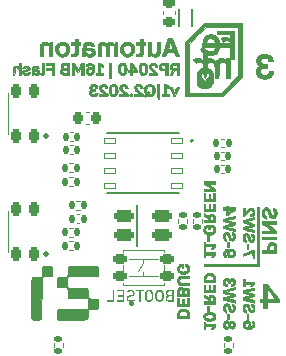
<source format=gbr>
G04 #@! TF.GenerationSoftware,KiCad,Pcbnew,8.0.5*
G04 #@! TF.CreationDate,2024-11-16T16:19:56+03:00*
G04 #@! TF.ProjectId,USB_duck_v2,5553425f-6475-4636-9b5f-76322e6b6963,rev?*
G04 #@! TF.SameCoordinates,Original*
G04 #@! TF.FileFunction,Legend,Bot*
G04 #@! TF.FilePolarity,Positive*
%FSLAX46Y46*%
G04 Gerber Fmt 4.6, Leading zero omitted, Abs format (unit mm)*
G04 Created by KiCad (PCBNEW 8.0.5) date 2024-11-16 16:19:56*
%MOMM*%
%LPD*%
G01*
G04 APERTURE LIST*
G04 Aperture macros list*
%AMRoundRect*
0 Rectangle with rounded corners*
0 $1 Rounding radius*
0 $2 $3 $4 $5 $6 $7 $8 $9 X,Y pos of 4 corners*
0 Add a 4 corners polygon primitive as box body*
4,1,4,$2,$3,$4,$5,$6,$7,$8,$9,$2,$3,0*
0 Add four circle primitives for the rounded corners*
1,1,$1+$1,$2,$3*
1,1,$1+$1,$4,$5*
1,1,$1+$1,$6,$7*
1,1,$1+$1,$8,$9*
0 Add four rect primitives between the rounded corners*
20,1,$1+$1,$2,$3,$4,$5,0*
20,1,$1+$1,$4,$5,$6,$7,0*
20,1,$1+$1,$6,$7,$8,$9,0*
20,1,$1+$1,$8,$9,$2,$3,0*%
G04 Aperture macros list end*
%ADD10C,0.153000*%
%ADD11C,0.010000*%
%ADD12C,0.120000*%
%ADD13C,0.200000*%
%ADD14C,0.250000*%
%ADD15C,0.127000*%
%ADD16C,0.600000*%
%ADD17R,0.850000X0.850000*%
%ADD18O,0.850000X0.850000*%
%ADD19RoundRect,0.075000X0.075000X0.675000X-0.075000X0.675000X-0.075000X-0.675000X0.075000X-0.675000X0*%
%ADD20RoundRect,0.175000X-0.175000X-0.525000X0.175000X-0.525000X0.175000X0.525000X-0.175000X0.525000X0*%
%ADD21RoundRect,0.135000X-0.185000X0.135000X-0.185000X-0.135000X0.185000X-0.135000X0.185000X0.135000X0*%
%ADD22RoundRect,0.140000X0.140000X0.170000X-0.140000X0.170000X-0.140000X-0.170000X0.140000X-0.170000X0*%
%ADD23RoundRect,0.135000X0.135000X0.185000X-0.135000X0.185000X-0.135000X-0.185000X0.135000X-0.185000X0*%
%ADD24RoundRect,0.262500X-0.587500X-0.262500X0.587500X-0.262500X0.587500X0.262500X-0.587500X0.262500X0*%
%ADD25RoundRect,0.225000X-0.225000X-0.250000X0.225000X-0.250000X0.225000X0.250000X-0.225000X0.250000X0*%
%ADD26RoundRect,0.225000X-0.250000X0.225000X-0.250000X-0.225000X0.250000X-0.225000X0.250000X0.225000X0*%
%ADD27RoundRect,0.225000X0.225000X-0.375000X0.225000X0.375000X-0.225000X0.375000X-0.225000X-0.375000X0*%
%ADD28RoundRect,0.135000X0.185000X-0.135000X0.185000X0.135000X-0.185000X0.135000X-0.185000X-0.135000X0*%
%ADD29RoundRect,0.026400X0.493600X0.193600X-0.493600X0.193600X-0.493600X-0.193600X0.493600X-0.193600X0*%
%ADD30R,3.400000X4.300000*%
%ADD31RoundRect,0.225000X0.350000X0.225000X-0.350000X0.225000X-0.350000X-0.225000X0.350000X-0.225000X0*%
%ADD32R,0.300000X0.850000*%
%ADD33R,0.760000X1.270000*%
G04 APERTURE END LIST*
D10*
G36*
X2494836Y-27130000D02*
G01*
X2494836Y-27000795D01*
X2225680Y-27000795D01*
X2174282Y-26998154D01*
X2126130Y-26988870D01*
X2081184Y-26968444D01*
X2068632Y-26958541D01*
X2038744Y-26919617D01*
X2024093Y-26871906D01*
X2022470Y-26846922D01*
X2022470Y-26844968D01*
X2028000Y-26793837D01*
X2046471Y-26747903D01*
X2061793Y-26727243D01*
X2102168Y-26698620D01*
X2149491Y-26685798D01*
X2191486Y-26683035D01*
X2494836Y-26683035D01*
X2494836Y-26557250D01*
X2191486Y-26557250D01*
X2142787Y-26552921D01*
X2093914Y-26534889D01*
X2074982Y-26520614D01*
X2046757Y-26478861D01*
X2036273Y-26430694D01*
X2035659Y-26413635D01*
X2041807Y-26363054D01*
X2064521Y-26317413D01*
X2079378Y-26302260D01*
X2122116Y-26278224D01*
X2174374Y-26266912D01*
X2210537Y-26265136D01*
X2494836Y-26265136D01*
X2494836Y-26136175D01*
X2185136Y-26136175D01*
X2132725Y-26138743D01*
X2078244Y-26148228D01*
X2030938Y-26164702D01*
X1985662Y-26192088D01*
X1966538Y-26209204D01*
X1935122Y-26248848D01*
X1912683Y-26294750D01*
X1899219Y-26346911D01*
X1894801Y-26397686D01*
X1894731Y-26405331D01*
X1899897Y-26455074D01*
X1915395Y-26501873D01*
X1938450Y-26541863D01*
X1974424Y-26579064D01*
X2017395Y-26603717D01*
X2064431Y-26618441D01*
X2075959Y-26620753D01*
X2027311Y-26632717D01*
X1980962Y-26656025D01*
X1942723Y-26689875D01*
X1932833Y-26702086D01*
X1905914Y-26746303D01*
X1888964Y-26794383D01*
X1881985Y-26846328D01*
X1881786Y-26857180D01*
X1881786Y-26859378D01*
X1885549Y-26910337D01*
X1899067Y-26963052D01*
X1922415Y-27009874D01*
X1955594Y-27050804D01*
X1960432Y-27055505D01*
X2003251Y-27088097D01*
X2053061Y-27111376D01*
X2102380Y-27124107D01*
X2157052Y-27129709D01*
X2173656Y-27130000D01*
X2494836Y-27130000D01*
G37*
G36*
X2576901Y-27130000D02*
G01*
X2576901Y-26136175D01*
X2438171Y-26136175D01*
X2438171Y-27130000D01*
X2576901Y-27130000D01*
G37*
G36*
X1403508Y-26127514D02*
G01*
X1451982Y-26134613D01*
X1502539Y-26149386D01*
X1548883Y-26171346D01*
X1572601Y-26186443D01*
X1610966Y-26218156D01*
X1643767Y-26255703D01*
X1671004Y-26299085D01*
X1687849Y-26336463D01*
X1703428Y-26388539D01*
X1711533Y-26438624D01*
X1714235Y-26492281D01*
X1714235Y-26773893D01*
X1712716Y-26814156D01*
X1705961Y-26864875D01*
X1691902Y-26917882D01*
X1671004Y-26966601D01*
X1656560Y-26991563D01*
X1626232Y-27031897D01*
X1590339Y-27066319D01*
X1548883Y-27094829D01*
X1518455Y-27110267D01*
X1469302Y-27127436D01*
X1415939Y-27137418D01*
X1364968Y-27140258D01*
X1326428Y-27138661D01*
X1277954Y-27131562D01*
X1227398Y-27116789D01*
X1181053Y-27094829D01*
X1157341Y-27079720D01*
X1119017Y-27047925D01*
X1086295Y-27010219D01*
X1059176Y-26966601D01*
X1042236Y-26929079D01*
X1026570Y-26877025D01*
X1018418Y-26827154D01*
X1015701Y-26773893D01*
X1015701Y-26492281D01*
X1015885Y-26487397D01*
X1158583Y-26487397D01*
X1158583Y-26778534D01*
X1159079Y-26797189D01*
X1166517Y-26848956D01*
X1185250Y-26899088D01*
X1215003Y-26941444D01*
X1225908Y-26952400D01*
X1266971Y-26981137D01*
X1315286Y-26997900D01*
X1364968Y-27002749D01*
X1376458Y-27002510D01*
X1429643Y-26994128D01*
X1475720Y-26973773D01*
X1514689Y-26941444D01*
X1527970Y-26925435D01*
X1553424Y-26879968D01*
X1566871Y-26832400D01*
X1571353Y-26778534D01*
X1571353Y-26487397D01*
X1570855Y-26468658D01*
X1563385Y-26416746D01*
X1544571Y-26366633D01*
X1514689Y-26324487D01*
X1503745Y-26313531D01*
X1462643Y-26284794D01*
X1414434Y-26268031D01*
X1364968Y-26263182D01*
X1353420Y-26263421D01*
X1300030Y-26271803D01*
X1253891Y-26292158D01*
X1215003Y-26324487D01*
X1201780Y-26340389D01*
X1176435Y-26385722D01*
X1163046Y-26433333D01*
X1158583Y-26487397D01*
X1015885Y-26487397D01*
X1017229Y-26451704D01*
X1024022Y-26400726D01*
X1038160Y-26347645D01*
X1059176Y-26299085D01*
X1073550Y-26274264D01*
X1103782Y-26234123D01*
X1139616Y-26199818D01*
X1181053Y-26171346D01*
X1211482Y-26155908D01*
X1260634Y-26138738D01*
X1313998Y-26128756D01*
X1364968Y-26125917D01*
X1403508Y-26127514D01*
G37*
G36*
X527165Y-26127514D02*
G01*
X575639Y-26134613D01*
X626195Y-26149386D01*
X672540Y-26171346D01*
X696258Y-26186443D01*
X734623Y-26218156D01*
X767424Y-26255703D01*
X794661Y-26299085D01*
X811506Y-26336463D01*
X827084Y-26388539D01*
X835190Y-26438624D01*
X837892Y-26492281D01*
X837892Y-26773893D01*
X836372Y-26814156D01*
X829617Y-26864875D01*
X815559Y-26917882D01*
X794661Y-26966601D01*
X780216Y-26991563D01*
X749888Y-27031897D01*
X713996Y-27066319D01*
X672540Y-27094829D01*
X642111Y-27110267D01*
X592959Y-27127436D01*
X539595Y-27137418D01*
X488625Y-27140258D01*
X450085Y-27138661D01*
X401610Y-27131562D01*
X351054Y-27116789D01*
X304710Y-27094829D01*
X280998Y-27079720D01*
X242673Y-27047925D01*
X209952Y-27010219D01*
X182833Y-26966601D01*
X165893Y-26929079D01*
X150226Y-26877025D01*
X142075Y-26827154D01*
X139357Y-26773893D01*
X139357Y-26492281D01*
X139541Y-26487397D01*
X282240Y-26487397D01*
X282240Y-26778534D01*
X282735Y-26797189D01*
X290174Y-26848956D01*
X308907Y-26899088D01*
X338660Y-26941444D01*
X349565Y-26952400D01*
X390628Y-26981137D01*
X438942Y-26997900D01*
X488625Y-27002749D01*
X500115Y-27002510D01*
X553300Y-26994128D01*
X599376Y-26973773D01*
X638346Y-26941444D01*
X651626Y-26925435D01*
X677081Y-26879968D01*
X690528Y-26832400D01*
X695010Y-26778534D01*
X695010Y-26487397D01*
X694512Y-26468658D01*
X687042Y-26416746D01*
X668227Y-26366633D01*
X638346Y-26324487D01*
X627401Y-26313531D01*
X586300Y-26284794D01*
X538090Y-26268031D01*
X488625Y-26263182D01*
X477077Y-26263421D01*
X423687Y-26271803D01*
X377548Y-26292158D01*
X338660Y-26324487D01*
X325436Y-26340389D01*
X300091Y-26385722D01*
X286702Y-26433333D01*
X282240Y-26487397D01*
X139541Y-26487397D01*
X140886Y-26451704D01*
X147679Y-26400726D01*
X161817Y-26347645D01*
X182833Y-26299085D01*
X197207Y-26274264D01*
X227439Y-26234123D01*
X263273Y-26199818D01*
X304710Y-26171346D01*
X335138Y-26155908D01*
X384290Y-26138738D01*
X437654Y-26128756D01*
X488625Y-26125917D01*
X527165Y-26127514D01*
G37*
G36*
X-230425Y-27130000D02*
G01*
X-230425Y-26217508D01*
X-369888Y-26217508D01*
X-369888Y-27130000D01*
X-230425Y-27130000D01*
G37*
G36*
X50453Y-26268555D02*
G01*
X50453Y-26136175D01*
X-651011Y-26136175D01*
X-651011Y-26268555D01*
X50453Y-26268555D01*
G37*
G36*
X-1059141Y-27140258D02*
G01*
X-1010280Y-27138641D01*
X-959281Y-27133192D01*
X-922609Y-27126580D01*
X-872145Y-27113210D01*
X-824341Y-27095325D01*
X-803175Y-27085547D01*
X-759098Y-27061064D01*
X-717359Y-27032066D01*
X-698883Y-27017159D01*
X-785589Y-26910669D01*
X-826041Y-26941535D01*
X-869149Y-26966628D01*
X-910642Y-26984431D01*
X-959044Y-26998475D01*
X-1010216Y-27006690D01*
X-1059141Y-27009099D01*
X-1110081Y-27006581D01*
X-1160126Y-26997726D01*
X-1206714Y-26980409D01*
X-1226448Y-26968799D01*
X-1262763Y-26933926D01*
X-1283191Y-26886069D01*
X-1286043Y-26855959D01*
X-1286043Y-26855226D01*
X-1278532Y-26805218D01*
X-1256001Y-26768520D01*
X-1216253Y-26739394D01*
X-1177110Y-26723579D01*
X-1129276Y-26710968D01*
X-1080950Y-26701230D01*
X-1070132Y-26699399D01*
X-1020791Y-26690410D01*
X-971076Y-26680112D01*
X-956803Y-26676929D01*
X-908738Y-26662630D01*
X-861079Y-26641189D01*
X-852023Y-26636140D01*
X-811276Y-26604778D01*
X-780702Y-26566016D01*
X-775087Y-26556517D01*
X-756268Y-26508524D01*
X-747838Y-26458973D01*
X-746022Y-26417787D01*
X-746022Y-26417055D01*
X-749268Y-26367229D01*
X-761259Y-26314656D01*
X-782086Y-26268066D01*
X-811748Y-26227461D01*
X-838346Y-26202121D01*
X-882360Y-26172428D01*
X-933621Y-26150029D01*
X-983327Y-26136633D01*
X-1038356Y-26128596D01*
X-1088280Y-26125992D01*
X-1098709Y-26125917D01*
X-1148421Y-26128422D01*
X-1197417Y-26135935D01*
X-1245698Y-26148457D01*
X-1255268Y-26151563D01*
X-1302771Y-26170110D01*
X-1349416Y-26194000D01*
X-1395202Y-26223233D01*
X-1404256Y-26229720D01*
X-1325122Y-26340362D01*
X-1282509Y-26311729D01*
X-1236500Y-26287608D01*
X-1211793Y-26277592D01*
X-1162499Y-26263567D01*
X-1112924Y-26257396D01*
X-1098709Y-26257076D01*
X-1045012Y-26260302D01*
X-993778Y-26271455D01*
X-947669Y-26292925D01*
X-940439Y-26297864D01*
X-906058Y-26333047D01*
X-886719Y-26381936D01*
X-884019Y-26412903D01*
X-884019Y-26413635D01*
X-892201Y-26462972D01*
X-916748Y-26499120D01*
X-960179Y-26527302D01*
X-1002721Y-26542595D01*
X-1050593Y-26554450D01*
X-1101456Y-26565650D01*
X-1116538Y-26568729D01*
X-1164410Y-26579188D01*
X-1212281Y-26591330D01*
X-1225959Y-26595108D01*
X-1275050Y-26612539D01*
X-1319740Y-26635980D01*
X-1325366Y-26639560D01*
X-1363351Y-26671531D01*
X-1393501Y-26712947D01*
X-1396929Y-26719183D01*
X-1414482Y-26765341D01*
X-1422743Y-26816964D01*
X-1424040Y-26851074D01*
X-1424040Y-26852540D01*
X-1420674Y-26901833D01*
X-1408239Y-26953828D01*
X-1386640Y-26999887D01*
X-1355879Y-27040008D01*
X-1328297Y-27065031D01*
X-1282776Y-27094343D01*
X-1237805Y-27113737D01*
X-1187338Y-27127842D01*
X-1131376Y-27136658D01*
X-1080543Y-27139964D01*
X-1059141Y-27140258D01*
G37*
G36*
X-1608443Y-27130000D02*
G01*
X-1608443Y-26136175D01*
X-1747906Y-26136175D01*
X-1747906Y-27130000D01*
X-1608443Y-27130000D01*
G37*
G36*
X-1676099Y-27130000D02*
G01*
X-1676099Y-26997376D01*
X-2246894Y-26997376D01*
X-2246894Y-27130000D01*
X-1676099Y-27130000D01*
G37*
G36*
X-1676099Y-26702819D02*
G01*
X-1676099Y-26570195D01*
X-2171667Y-26570195D01*
X-2171667Y-26702819D01*
X-1676099Y-26702819D01*
G37*
G36*
X-1676099Y-26268555D02*
G01*
X-1676099Y-26136175D01*
X-2246894Y-26136175D01*
X-2246894Y-26268555D01*
X-1676099Y-26268555D01*
G37*
G36*
X-2444731Y-27130000D02*
G01*
X-2444731Y-26136175D01*
X-2584193Y-26136175D01*
X-2584193Y-27130000D01*
X-2444731Y-27130000D01*
G37*
G36*
X-2514340Y-27130000D02*
G01*
X-2514340Y-26997376D01*
X-3083182Y-26997376D01*
X-3083182Y-27130000D01*
X-2514340Y-27130000D01*
G37*
D11*
X-2729500Y-8192900D02*
X-2881900Y-8192900D01*
X-2881900Y-6922900D01*
X-2729500Y-6922900D01*
X-2729500Y-8192900D01*
G36*
X-2729500Y-8192900D02*
G01*
X-2881900Y-8192900D01*
X-2881900Y-6922900D01*
X-2729500Y-6922900D01*
X-2729500Y-8192900D01*
G37*
X5563600Y-22023200D02*
X5411200Y-22023200D01*
X5411200Y-21578700D01*
X5563600Y-21578700D01*
X5563600Y-22023200D01*
G36*
X5563600Y-22023200D02*
G01*
X5411200Y-22023200D01*
X5411200Y-21578700D01*
X5563600Y-21578700D01*
X5563600Y-22023200D01*
G37*
X5563600Y-27903300D02*
X5411200Y-27903300D01*
X5411200Y-27458800D01*
X5563600Y-27458800D01*
X5563600Y-27903300D01*
G36*
X5563600Y-27903300D02*
G01*
X5411200Y-27903300D01*
X5411200Y-27458800D01*
X5563600Y-27458800D01*
X5563600Y-27903300D01*
G37*
X7227300Y-22543900D02*
X7074900Y-22543900D01*
X7074900Y-22099400D01*
X7227300Y-22099400D01*
X7227300Y-22543900D01*
G36*
X7227300Y-22543900D02*
G01*
X7074900Y-22543900D01*
X7074900Y-22099400D01*
X7227300Y-22099400D01*
X7227300Y-22543900D01*
G37*
X7227300Y-28601800D02*
X7074900Y-28601800D01*
X7074900Y-28157300D01*
X7227300Y-28157300D01*
X7227300Y-28601800D01*
G36*
X7227300Y-28601800D02*
G01*
X7074900Y-28601800D01*
X7074900Y-28157300D01*
X7227300Y-28157300D01*
X7227300Y-28601800D01*
G37*
X8891000Y-22645500D02*
X8738600Y-22645500D01*
X8738600Y-22213700D01*
X8891000Y-22213700D01*
X8891000Y-22645500D01*
G36*
X8891000Y-22645500D02*
G01*
X8738600Y-22645500D01*
X8738600Y-22213700D01*
X8891000Y-22213700D01*
X8891000Y-22645500D01*
G37*
X8891000Y-28601800D02*
X8738600Y-28601800D01*
X8738600Y-28170000D01*
X8891000Y-28170000D01*
X8891000Y-28601800D01*
G36*
X8891000Y-28601800D02*
G01*
X8738600Y-28601800D01*
X8738600Y-28170000D01*
X8891000Y-28170000D01*
X8891000Y-28601800D01*
G37*
X9818100Y-24131400D02*
X5093700Y-24131400D01*
X5093700Y-23902800D01*
X9602200Y-23902800D01*
X9602200Y-19153000D01*
X9818100Y-19153000D01*
X9818100Y-24131400D01*
G36*
X9818100Y-24131400D02*
G01*
X5093700Y-24131400D01*
X5093700Y-23902800D01*
X9602200Y-23902800D01*
X9602200Y-19153000D01*
X9818100Y-19153000D01*
X9818100Y-24131400D01*
G37*
X-7580900Y-7913500D02*
X-7758700Y-7913500D01*
X-7758700Y-7507100D01*
X-8203200Y-7507100D01*
X-8203200Y-7342000D01*
X-7758700Y-7342000D01*
X-7758700Y-7075300D01*
X-8241300Y-7075300D01*
X-8241300Y-6922900D01*
X-7580900Y-6922900D01*
X-7580900Y-7913500D01*
G36*
X-7580900Y-7913500D02*
G01*
X-7758700Y-7913500D01*
X-7758700Y-7507100D01*
X-8203200Y-7507100D01*
X-8203200Y-7342000D01*
X-7758700Y-7342000D01*
X-7758700Y-7075300D01*
X-8241300Y-7075300D01*
X-8241300Y-6922900D01*
X-7580900Y-6922900D01*
X-7580900Y-7913500D01*
G37*
X5246100Y-18454500D02*
X5525500Y-18454500D01*
X5525500Y-18010000D01*
X5677900Y-18010000D01*
X5677900Y-18454500D01*
X5919200Y-18454500D01*
X5919200Y-17959200D01*
X6071600Y-17959200D01*
X6071600Y-18632300D01*
X5093700Y-18632300D01*
X5093700Y-17959200D01*
X5246100Y-17959200D01*
X5246100Y-18454500D01*
G36*
X5246100Y-18454500D02*
G01*
X5525500Y-18454500D01*
X5525500Y-18010000D01*
X5677900Y-18010000D01*
X5677900Y-18454500D01*
X5919200Y-18454500D01*
X5919200Y-17959200D01*
X6071600Y-17959200D01*
X6071600Y-18632300D01*
X5093700Y-18632300D01*
X5093700Y-17959200D01*
X5246100Y-17959200D01*
X5246100Y-18454500D01*
G37*
X5246100Y-19305400D02*
X5525500Y-19305400D01*
X5525500Y-18860900D01*
X5677900Y-18860900D01*
X5677900Y-19305400D01*
X5919200Y-19305400D01*
X5919200Y-18822800D01*
X6071600Y-18822800D01*
X6071600Y-19483200D01*
X5093700Y-19483200D01*
X5093700Y-18822800D01*
X5246100Y-18822800D01*
X5246100Y-19305400D01*
G36*
X5246100Y-19305400D02*
G01*
X5525500Y-19305400D01*
X5525500Y-18860900D01*
X5677900Y-18860900D01*
X5677900Y-19305400D01*
X5919200Y-19305400D01*
X5919200Y-18822800D01*
X6071600Y-18822800D01*
X6071600Y-19483200D01*
X5093700Y-19483200D01*
X5093700Y-18822800D01*
X5246100Y-18822800D01*
X5246100Y-19305400D01*
G37*
X5246100Y-26176100D02*
X5525500Y-26176100D01*
X5525500Y-25731600D01*
X5677900Y-25731600D01*
X5677900Y-26176100D01*
X5919200Y-26176100D01*
X5919200Y-25680800D01*
X6071600Y-25680800D01*
X6071600Y-26353900D01*
X5093700Y-26353900D01*
X5093700Y-25680800D01*
X5246100Y-25680800D01*
X5246100Y-26176100D01*
G36*
X5246100Y-26176100D02*
G01*
X5525500Y-26176100D01*
X5525500Y-25731600D01*
X5677900Y-25731600D01*
X5677900Y-26176100D01*
X5919200Y-26176100D01*
X5919200Y-25680800D01*
X6071600Y-25680800D01*
X6071600Y-26353900D01*
X5093700Y-26353900D01*
X5093700Y-25680800D01*
X5246100Y-25680800D01*
X5246100Y-26176100D01*
G37*
X10653125Y-20324451D02*
X11259550Y-20327750D01*
X11259550Y-20543650D01*
X10435416Y-20556350D01*
X10851123Y-20841891D01*
X11266831Y-21127432D01*
X11263190Y-21229241D01*
X11259550Y-21331050D01*
X10046700Y-21337646D01*
X10046700Y-21121842D01*
X10890990Y-21115150D01*
X10468845Y-20824944D01*
X10046700Y-20534739D01*
X10046700Y-20321153D01*
X10653125Y-20324451D01*
G36*
X10653125Y-20324451D02*
G01*
X11259550Y-20327750D01*
X11259550Y-20543650D01*
X10435416Y-20556350D01*
X10851123Y-20841891D01*
X11266831Y-21127432D01*
X11263190Y-21229241D01*
X11259550Y-21331050D01*
X10046700Y-21337646D01*
X10046700Y-21121842D01*
X10890990Y-21115150D01*
X10468845Y-20824944D01*
X10046700Y-20534739D01*
X10046700Y-20321153D01*
X10653125Y-20324451D01*
G37*
X6071600Y-17133285D02*
X5735734Y-17136667D01*
X5399869Y-17140050D01*
X5732559Y-17369178D01*
X6065250Y-17598307D01*
X6068981Y-17689853D01*
X6072712Y-17781400D01*
X5093700Y-17781400D01*
X5093700Y-17604014D01*
X5432010Y-17600632D01*
X5770321Y-17597250D01*
X5432010Y-17364689D01*
X5093700Y-17132129D01*
X5093700Y-16955900D01*
X6071600Y-16955900D01*
X6071600Y-17133285D01*
G36*
X6071600Y-17133285D02*
G01*
X5735734Y-17136667D01*
X5399869Y-17140050D01*
X5732559Y-17369178D01*
X6065250Y-17598307D01*
X6068981Y-17689853D01*
X6072712Y-17781400D01*
X5093700Y-17781400D01*
X5093700Y-17604014D01*
X5432010Y-17600632D01*
X5770321Y-17597250D01*
X5432010Y-17364689D01*
X5093700Y-17132129D01*
X5093700Y-16955900D01*
X6071600Y-16955900D01*
X6071600Y-17133285D01*
G37*
X-1010469Y-9513849D02*
X-975368Y-9542711D01*
X-953259Y-9585872D01*
X-948611Y-9634125D01*
X-963078Y-9683698D01*
X-995228Y-9719296D01*
X-1039799Y-9737843D01*
X-1091531Y-9736262D01*
X-1112067Y-9729706D01*
X-1151673Y-9701665D01*
X-1174255Y-9660563D01*
X-1178730Y-9613112D01*
X-1164015Y-9566026D01*
X-1142977Y-9538123D01*
X-1099349Y-9509048D01*
X-1053488Y-9501792D01*
X-1010469Y-9513849D01*
G36*
X-1010469Y-9513849D02*
G01*
X-975368Y-9542711D01*
X-953259Y-9585872D01*
X-948611Y-9634125D01*
X-963078Y-9683698D01*
X-995228Y-9719296D01*
X-1039799Y-9737843D01*
X-1091531Y-9736262D01*
X-1112067Y-9729706D01*
X-1151673Y-9701665D01*
X-1174255Y-9660563D01*
X-1178730Y-9613112D01*
X-1164015Y-9566026D01*
X-1142977Y-9538123D01*
X-1099349Y-9509048D01*
X-1053488Y-9501792D01*
X-1010469Y-9513849D01*
G37*
X1359900Y-10009000D02*
X1285816Y-10009000D01*
X1244465Y-10007650D01*
X1214074Y-10004159D01*
X1203266Y-10000533D01*
X1201604Y-9986536D01*
X1200049Y-9949591D01*
X1198635Y-9892149D01*
X1197394Y-9816662D01*
X1196358Y-9725583D01*
X1195560Y-9621362D01*
X1195032Y-9506452D01*
X1194806Y-9383304D01*
X1194800Y-9359183D01*
X1194800Y-8726300D01*
X1359900Y-8726300D01*
X1359900Y-10009000D01*
G36*
X1359900Y-10009000D02*
G01*
X1285816Y-10009000D01*
X1244465Y-10007650D01*
X1214074Y-10004159D01*
X1203266Y-10000533D01*
X1201604Y-9986536D01*
X1200049Y-9949591D01*
X1198635Y-9892149D01*
X1197394Y-9816662D01*
X1196358Y-9725583D01*
X1195560Y-9621362D01*
X1195032Y-9506452D01*
X1194806Y-9383304D01*
X1194800Y-9359183D01*
X1194800Y-8726300D01*
X1359900Y-8726300D01*
X1359900Y-10009000D01*
G37*
X10653125Y-21645251D02*
X11259550Y-21648550D01*
X11259550Y-21864450D01*
X10661714Y-21867747D01*
X10540848Y-21868236D01*
X10427803Y-21868350D01*
X10325106Y-21868110D01*
X10235283Y-21867539D01*
X10160858Y-21866658D01*
X10104359Y-21865491D01*
X10068310Y-21864058D01*
X10055289Y-21862456D01*
X10051342Y-21846586D01*
X10048352Y-21811859D01*
X10046808Y-21764812D01*
X10046700Y-21747910D01*
X10046700Y-21641953D01*
X10653125Y-21645251D01*
G36*
X10653125Y-21645251D02*
G01*
X11259550Y-21648550D01*
X11259550Y-21864450D01*
X10661714Y-21867747D01*
X10540848Y-21868236D01*
X10427803Y-21868350D01*
X10325106Y-21868110D01*
X10235283Y-21867539D01*
X10160858Y-21866658D01*
X10104359Y-21865491D01*
X10068310Y-21864058D01*
X10055289Y-21862456D01*
X10051342Y-21846586D01*
X10048352Y-21811859D01*
X10046808Y-21764812D01*
X10046700Y-21747910D01*
X10046700Y-21641953D01*
X10653125Y-21645251D01*
G37*
X-3732117Y-6923377D02*
X-3702286Y-6926503D01*
X-3675500Y-6934815D01*
X-3645275Y-6950852D01*
X-3605127Y-6977155D01*
X-3568739Y-7002275D01*
X-3454320Y-7081650D01*
X-3453400Y-7278648D01*
X-3567700Y-7195950D01*
X-3682000Y-7113251D01*
X-3682000Y-7761100D01*
X-3453400Y-7761100D01*
X-3453400Y-7913500D01*
X-4050300Y-7913500D01*
X-4050300Y-7761100D01*
X-3859800Y-7761100D01*
X-3859800Y-6922900D01*
X-3771479Y-6922900D01*
X-3732117Y-6923377D01*
G36*
X-3732117Y-6923377D02*
G01*
X-3702286Y-6926503D01*
X-3675500Y-6934815D01*
X-3645275Y-6950852D01*
X-3605127Y-6977155D01*
X-3568739Y-7002275D01*
X-3454320Y-7081650D01*
X-3453400Y-7278648D01*
X-3567700Y-7195950D01*
X-3682000Y-7113251D01*
X-3682000Y-7761100D01*
X-3453400Y-7761100D01*
X-3453400Y-7913500D01*
X-4050300Y-7913500D01*
X-4050300Y-7761100D01*
X-3859800Y-7761100D01*
X-3859800Y-6922900D01*
X-3771479Y-6922900D01*
X-3732117Y-6923377D01*
G37*
X-5953305Y-6925518D02*
X-5862410Y-6929250D01*
X-5710245Y-7212417D01*
X-5558080Y-7495585D01*
X-5405063Y-7209242D01*
X-5252046Y-6922900D01*
X-5066300Y-6922900D01*
X-5066300Y-7913500D01*
X-5243679Y-7913500D01*
X-5247065Y-7584199D01*
X-5250450Y-7254898D01*
X-5491750Y-7709966D01*
X-5555250Y-7709932D01*
X-5618750Y-7709899D01*
X-5742376Y-7478324D01*
X-5866002Y-7246750D01*
X-5866400Y-7913500D01*
X-6044200Y-7913500D01*
X-6044200Y-6921787D01*
X-5953305Y-6925518D01*
G36*
X-5953305Y-6925518D02*
G01*
X-5862410Y-6929250D01*
X-5710245Y-7212417D01*
X-5558080Y-7495585D01*
X-5405063Y-7209242D01*
X-5252046Y-6922900D01*
X-5066300Y-6922900D01*
X-5066300Y-7913500D01*
X-5243679Y-7913500D01*
X-5247065Y-7584199D01*
X-5250450Y-7254898D01*
X-5491750Y-7709966D01*
X-5555250Y-7709932D01*
X-5618750Y-7709899D01*
X-5742376Y-7478324D01*
X-5866002Y-7246750D01*
X-5866400Y-7913500D01*
X-6044200Y-7913500D01*
X-6044200Y-6921787D01*
X-5953305Y-6925518D01*
G37*
X1860415Y-8726801D02*
X1888540Y-8729981D01*
X1914449Y-8738353D01*
X1944130Y-8754432D01*
X1983573Y-8780732D01*
X2027287Y-8811607D01*
X2147300Y-8896914D01*
X2147300Y-8990156D01*
X2146263Y-9039298D01*
X2142720Y-9066543D01*
X2136019Y-9075329D01*
X2131425Y-9073959D01*
X2114484Y-9062866D01*
X2082293Y-9040992D01*
X2040405Y-9012126D01*
X2017125Y-8995952D01*
X1918700Y-8927385D01*
X1918700Y-9564500D01*
X2147300Y-9564500D01*
X2147300Y-9729600D01*
X1550400Y-9729600D01*
X1550400Y-9564500D01*
X1740900Y-9564500D01*
X1740900Y-8726300D01*
X1824087Y-8726300D01*
X1860415Y-8726801D01*
G36*
X1860415Y-8726801D02*
G01*
X1888540Y-8729981D01*
X1914449Y-8738353D01*
X1944130Y-8754432D01*
X1983573Y-8780732D01*
X2027287Y-8811607D01*
X2147300Y-8896914D01*
X2147300Y-8990156D01*
X2146263Y-9039298D01*
X2142720Y-9066543D01*
X2136019Y-9075329D01*
X2131425Y-9073959D01*
X2114484Y-9062866D01*
X2082293Y-9040992D01*
X2040405Y-9012126D01*
X2017125Y-8995952D01*
X1918700Y-8927385D01*
X1918700Y-9564500D01*
X2147300Y-9564500D01*
X2147300Y-9729600D01*
X1550400Y-9729600D01*
X1550400Y-9564500D01*
X1740900Y-9564500D01*
X1740900Y-8726300D01*
X1824087Y-8726300D01*
X1860415Y-8726801D01*
G37*
X8573500Y-25426800D02*
X9399000Y-25426800D01*
X9399000Y-25513325D01*
X9398500Y-25551988D01*
X9395287Y-25581379D01*
X9386788Y-25607936D01*
X9370432Y-25638098D01*
X9343645Y-25678303D01*
X9319085Y-25713350D01*
X9239170Y-25826850D01*
X9147635Y-25830581D01*
X9103131Y-25831299D01*
X9070577Y-25829735D01*
X9056287Y-25826227D01*
X9056100Y-25825681D01*
X9063054Y-25812361D01*
X9081823Y-25783259D01*
X9109266Y-25743121D01*
X9132081Y-25710824D01*
X9208063Y-25604600D01*
X8573500Y-25604600D01*
X8573500Y-25833200D01*
X8421100Y-25833200D01*
X8421100Y-25249000D01*
X8573500Y-25249000D01*
X8573500Y-25426800D01*
G36*
X8573500Y-25426800D02*
G01*
X9399000Y-25426800D01*
X9399000Y-25513325D01*
X9398500Y-25551988D01*
X9395287Y-25581379D01*
X9386788Y-25607936D01*
X9370432Y-25638098D01*
X9343645Y-25678303D01*
X9319085Y-25713350D01*
X9239170Y-25826850D01*
X9147635Y-25830581D01*
X9103131Y-25831299D01*
X9070577Y-25829735D01*
X9056287Y-25826227D01*
X9056100Y-25825681D01*
X9063054Y-25812361D01*
X9081823Y-25783259D01*
X9109266Y-25743121D01*
X9132081Y-25710824D01*
X9208063Y-25604600D01*
X8573500Y-25604600D01*
X8573500Y-25833200D01*
X8421100Y-25833200D01*
X8421100Y-25249000D01*
X8573500Y-25249000D01*
X8573500Y-25426800D01*
G37*
X3036300Y-27344500D02*
X3303000Y-27344500D01*
X3303000Y-26900000D01*
X3455400Y-26900000D01*
X3455400Y-27344500D01*
X3696700Y-27344500D01*
X3696700Y-26861900D01*
X3861800Y-26861900D01*
X3861800Y-27522300D01*
X3374966Y-27522300D01*
X3266167Y-27522086D01*
X3165401Y-27521477D01*
X3075478Y-27520520D01*
X2999209Y-27519264D01*
X2939403Y-27517757D01*
X2898872Y-27516047D01*
X2880424Y-27514181D01*
X2879666Y-27513833D01*
X2877360Y-27499320D01*
X2875293Y-27462906D01*
X2873555Y-27408086D01*
X2872235Y-27338361D01*
X2871423Y-27257225D01*
X2871200Y-27183633D01*
X2871200Y-26861900D01*
X3036300Y-26861900D01*
X3036300Y-27344500D01*
G36*
X3036300Y-27344500D02*
G01*
X3303000Y-27344500D01*
X3303000Y-26900000D01*
X3455400Y-26900000D01*
X3455400Y-27344500D01*
X3696700Y-27344500D01*
X3696700Y-26861900D01*
X3861800Y-26861900D01*
X3861800Y-27522300D01*
X3374966Y-27522300D01*
X3266167Y-27522086D01*
X3165401Y-27521477D01*
X3075478Y-27520520D01*
X2999209Y-27519264D01*
X2939403Y-27517757D01*
X2898872Y-27516047D01*
X2880424Y-27514181D01*
X2879666Y-27513833D01*
X2877360Y-27499320D01*
X2875293Y-27462906D01*
X2873555Y-27408086D01*
X2872235Y-27338361D01*
X2871423Y-27257225D01*
X2871200Y-27183633D01*
X2871200Y-26861900D01*
X3036300Y-26861900D01*
X3036300Y-27344500D01*
G37*
X-743417Y-7238442D02*
X-507000Y-7553985D01*
X-507000Y-7697600D01*
X-989600Y-7697600D01*
X-989600Y-7913500D01*
X-1167400Y-7913500D01*
X-1167400Y-7697600D01*
X-1281700Y-7697600D01*
X-1281700Y-7532500D01*
X-1167400Y-7532500D01*
X-1167400Y-7134474D01*
X-989600Y-7134474D01*
X-989600Y-7532500D01*
X-843550Y-7532500D01*
X-786049Y-7532159D01*
X-739205Y-7531235D01*
X-708033Y-7529869D01*
X-697500Y-7528312D01*
X-704752Y-7517339D01*
X-724945Y-7489267D01*
X-755740Y-7447282D01*
X-794798Y-7394575D01*
X-839779Y-7334333D01*
X-843550Y-7329300D01*
X-989600Y-7134474D01*
X-1167400Y-7134474D01*
X-1167400Y-6922900D01*
X-979834Y-6922900D01*
X-743417Y-7238442D01*
G36*
X-743417Y-7238442D02*
G01*
X-507000Y-7553985D01*
X-507000Y-7697600D01*
X-989600Y-7697600D01*
X-989600Y-7913500D01*
X-1167400Y-7913500D01*
X-1167400Y-7697600D01*
X-1281700Y-7697600D01*
X-1281700Y-7532500D01*
X-1167400Y-7532500D01*
X-1167400Y-7134474D01*
X-989600Y-7134474D01*
X-989600Y-7532500D01*
X-843550Y-7532500D01*
X-786049Y-7532159D01*
X-739205Y-7531235D01*
X-708033Y-7529869D01*
X-697500Y-7528312D01*
X-704752Y-7517339D01*
X-724945Y-7489267D01*
X-755740Y-7447282D01*
X-794798Y-7394575D01*
X-839779Y-7334333D01*
X-843550Y-7329300D01*
X-989600Y-7134474D01*
X-1167400Y-7134474D01*
X-1167400Y-6922900D01*
X-979834Y-6922900D01*
X-743417Y-7238442D01*
G37*
X5246100Y-22277200D02*
X6071600Y-22277200D01*
X6071600Y-22366853D01*
X6071156Y-22406831D01*
X6068120Y-22436883D01*
X6059930Y-22463546D01*
X6044024Y-22493359D01*
X6017841Y-22532860D01*
X5992225Y-22569497D01*
X5912850Y-22682488D01*
X5820775Y-22683044D01*
X5776095Y-22682235D01*
X5743369Y-22679588D01*
X5728909Y-22675649D01*
X5728700Y-22675075D01*
X5735944Y-22659422D01*
X5745492Y-22646500D01*
X5760482Y-22626943D01*
X5785205Y-22593028D01*
X5814923Y-22551274D01*
X5822333Y-22540725D01*
X5882383Y-22455000D01*
X5246100Y-22455000D01*
X5246100Y-22683600D01*
X5093700Y-22683600D01*
X5093700Y-22086700D01*
X5246100Y-22086700D01*
X5246100Y-22277200D01*
G36*
X5246100Y-22277200D02*
G01*
X6071600Y-22277200D01*
X6071600Y-22366853D01*
X6071156Y-22406831D01*
X6068120Y-22436883D01*
X6059930Y-22463546D01*
X6044024Y-22493359D01*
X6017841Y-22532860D01*
X5992225Y-22569497D01*
X5912850Y-22682488D01*
X5820775Y-22683044D01*
X5776095Y-22682235D01*
X5743369Y-22679588D01*
X5728909Y-22675649D01*
X5728700Y-22675075D01*
X5735944Y-22659422D01*
X5745492Y-22646500D01*
X5760482Y-22626943D01*
X5785205Y-22593028D01*
X5814923Y-22551274D01*
X5822333Y-22540725D01*
X5882383Y-22455000D01*
X5246100Y-22455000D01*
X5246100Y-22683600D01*
X5093700Y-22683600D01*
X5093700Y-22086700D01*
X5246100Y-22086700D01*
X5246100Y-22277200D01*
G37*
X5246100Y-22963000D02*
X6071600Y-22963000D01*
X6071600Y-23051321D01*
X6071122Y-23090683D01*
X6067996Y-23120514D01*
X6059684Y-23147300D01*
X6043647Y-23177525D01*
X6017344Y-23217673D01*
X5992225Y-23254061D01*
X5912850Y-23368480D01*
X5820775Y-23368940D01*
X5776094Y-23368085D01*
X5743369Y-23365404D01*
X5728909Y-23361449D01*
X5728700Y-23360875D01*
X5735944Y-23345222D01*
X5745492Y-23332300D01*
X5760482Y-23312743D01*
X5785205Y-23278828D01*
X5814923Y-23237074D01*
X5822333Y-23226525D01*
X5882383Y-23140800D01*
X5246100Y-23140800D01*
X5246100Y-23369400D01*
X5093700Y-23369400D01*
X5093700Y-22772500D01*
X5246100Y-22772500D01*
X5246100Y-22963000D01*
G36*
X5246100Y-22963000D02*
G01*
X6071600Y-22963000D01*
X6071600Y-23051321D01*
X6071122Y-23090683D01*
X6067996Y-23120514D01*
X6059684Y-23147300D01*
X6043647Y-23177525D01*
X6017344Y-23217673D01*
X5992225Y-23254061D01*
X5912850Y-23368480D01*
X5820775Y-23368940D01*
X5776094Y-23368085D01*
X5743369Y-23365404D01*
X5728909Y-23361449D01*
X5728700Y-23360875D01*
X5735944Y-23345222D01*
X5745492Y-23332300D01*
X5760482Y-23312743D01*
X5785205Y-23278828D01*
X5814923Y-23237074D01*
X5822333Y-23226525D01*
X5882383Y-23140800D01*
X5246100Y-23140800D01*
X5246100Y-23369400D01*
X5093700Y-23369400D01*
X5093700Y-22772500D01*
X5246100Y-22772500D01*
X5246100Y-22963000D01*
G37*
X9399000Y-22734400D02*
X9399000Y-23407500D01*
X9247148Y-23407500D01*
X9240250Y-22927202D01*
X8840310Y-23091151D01*
X8745535Y-23129890D01*
X8658219Y-23165365D01*
X8581142Y-23196464D01*
X8517086Y-23222072D01*
X8468830Y-23241077D01*
X8439156Y-23252366D01*
X8430735Y-23255100D01*
X8426085Y-23243448D01*
X8422666Y-23212677D01*
X8421128Y-23169059D01*
X8421100Y-23161875D01*
X8421100Y-23068651D01*
X8843375Y-22901432D01*
X8958861Y-22855908D01*
X9053424Y-22819180D01*
X9129627Y-22790371D01*
X9190032Y-22768606D01*
X9237204Y-22753008D01*
X9273705Y-22742701D01*
X9302098Y-22736809D01*
X9324946Y-22734455D01*
X9332325Y-22734306D01*
X9399000Y-22734400D01*
G36*
X9399000Y-22734400D02*
G01*
X9399000Y-23407500D01*
X9247148Y-23407500D01*
X9240250Y-22927202D01*
X8840310Y-23091151D01*
X8745535Y-23129890D01*
X8658219Y-23165365D01*
X8581142Y-23196464D01*
X8517086Y-23222072D01*
X8468830Y-23241077D01*
X8439156Y-23252366D01*
X8430735Y-23255100D01*
X8426085Y-23243448D01*
X8422666Y-23212677D01*
X8421128Y-23169059D01*
X8421100Y-23161875D01*
X8421100Y-23068651D01*
X8843375Y-22901432D01*
X8958861Y-22855908D01*
X9053424Y-22819180D01*
X9129627Y-22790371D01*
X9190032Y-22768606D01*
X9237204Y-22753008D01*
X9273705Y-22742701D01*
X9302098Y-22736809D01*
X9324946Y-22734455D01*
X9332325Y-22734306D01*
X9399000Y-22734400D01*
G37*
X5246100Y-29033600D02*
X6071600Y-29033600D01*
X6071600Y-29120524D01*
X6071160Y-29158749D01*
X6068144Y-29187778D01*
X6060004Y-29213833D01*
X6044194Y-29243136D01*
X6018167Y-29281908D01*
X5988420Y-29323724D01*
X5905241Y-29440000D01*
X5816970Y-29440000D01*
X5773323Y-29439000D01*
X5741768Y-29436371D01*
X5728750Y-29432667D01*
X5728700Y-29432408D01*
X5735562Y-29419399D01*
X5753999Y-29390673D01*
X5780787Y-29351155D01*
X5798550Y-29325700D01*
X5828653Y-29282236D01*
X5852244Y-29246758D01*
X5866097Y-29224189D01*
X5868400Y-29218991D01*
X5856272Y-29216896D01*
X5822180Y-29215022D01*
X5769559Y-29213454D01*
X5701843Y-29212275D01*
X5622467Y-29211568D01*
X5557250Y-29211400D01*
X5246100Y-29211400D01*
X5246100Y-29440000D01*
X5093700Y-29440000D01*
X5093700Y-28843100D01*
X5246100Y-28843100D01*
X5246100Y-29033600D01*
G36*
X5246100Y-29033600D02*
G01*
X6071600Y-29033600D01*
X6071600Y-29120524D01*
X6071160Y-29158749D01*
X6068144Y-29187778D01*
X6060004Y-29213833D01*
X6044194Y-29243136D01*
X6018167Y-29281908D01*
X5988420Y-29323724D01*
X5905241Y-29440000D01*
X5816970Y-29440000D01*
X5773323Y-29439000D01*
X5741768Y-29436371D01*
X5728750Y-29432667D01*
X5728700Y-29432408D01*
X5735562Y-29419399D01*
X5753999Y-29390673D01*
X5780787Y-29351155D01*
X5798550Y-29325700D01*
X5828653Y-29282236D01*
X5852244Y-29246758D01*
X5866097Y-29224189D01*
X5868400Y-29218991D01*
X5856272Y-29216896D01*
X5822180Y-29215022D01*
X5769559Y-29213454D01*
X5701843Y-29212275D01*
X5622467Y-29211568D01*
X5557250Y-29211400D01*
X5246100Y-29211400D01*
X5246100Y-29440000D01*
X5093700Y-29440000D01*
X5093700Y-28843100D01*
X5246100Y-28843100D01*
X5246100Y-29033600D01*
G37*
X7125700Y-19153000D02*
X7735300Y-19153000D01*
X7735300Y-19340566D01*
X7419757Y-19576983D01*
X7331375Y-19643141D01*
X7260768Y-19695638D01*
X7205390Y-19736056D01*
X7162697Y-19765973D01*
X7130143Y-19786969D01*
X7105182Y-19800623D01*
X7085269Y-19808514D01*
X7067859Y-19812223D01*
X7050405Y-19813329D01*
X7038757Y-19813400D01*
X6973300Y-19813400D01*
X6973300Y-19476850D01*
X7125700Y-19476850D01*
X7126040Y-19534351D01*
X7126964Y-19581195D01*
X7128330Y-19612367D01*
X7129887Y-19622900D01*
X7140860Y-19615648D01*
X7168932Y-19595455D01*
X7210917Y-19564660D01*
X7263624Y-19525602D01*
X7323866Y-19480621D01*
X7328900Y-19476850D01*
X7523725Y-19330800D01*
X7125700Y-19330800D01*
X7125700Y-19476850D01*
X6973300Y-19476850D01*
X6973300Y-19330800D01*
X6757400Y-19330800D01*
X6757400Y-19153000D01*
X6973300Y-19153000D01*
X6973300Y-19038700D01*
X7125700Y-19038700D01*
X7125700Y-19153000D01*
G36*
X7125700Y-19153000D02*
G01*
X7735300Y-19153000D01*
X7735300Y-19340566D01*
X7419757Y-19576983D01*
X7331375Y-19643141D01*
X7260768Y-19695638D01*
X7205390Y-19736056D01*
X7162697Y-19765973D01*
X7130143Y-19786969D01*
X7105182Y-19800623D01*
X7085269Y-19808514D01*
X7067859Y-19812223D01*
X7050405Y-19813329D01*
X7038757Y-19813400D01*
X6973300Y-19813400D01*
X6973300Y-19476850D01*
X7125700Y-19476850D01*
X7126040Y-19534351D01*
X7126964Y-19581195D01*
X7128330Y-19612367D01*
X7129887Y-19622900D01*
X7140860Y-19615648D01*
X7168932Y-19595455D01*
X7210917Y-19564660D01*
X7263624Y-19525602D01*
X7323866Y-19480621D01*
X7328900Y-19476850D01*
X7523725Y-19330800D01*
X7125700Y-19330800D01*
X7125700Y-19476850D01*
X6973300Y-19476850D01*
X6973300Y-19330800D01*
X6757400Y-19330800D01*
X6757400Y-19153000D01*
X6973300Y-19153000D01*
X6973300Y-19038700D01*
X7125700Y-19038700D01*
X7125700Y-19153000D01*
G37*
X-8393979Y-7345175D02*
X-8394153Y-7461114D01*
X-8394603Y-7554532D01*
X-8395477Y-7628304D01*
X-8396922Y-7685307D01*
X-8399087Y-7728420D01*
X-8402118Y-7760518D01*
X-8406165Y-7784479D01*
X-8411373Y-7803180D01*
X-8417892Y-7819499D01*
X-8418381Y-7820582D01*
X-8448164Y-7866551D01*
X-8482555Y-7894426D01*
X-8513344Y-7905325D01*
X-8556499Y-7914603D01*
X-8604490Y-7921411D01*
X-8649787Y-7924901D01*
X-8684860Y-7924222D01*
X-8701675Y-7919135D01*
X-8707037Y-7901750D01*
X-8710492Y-7867833D01*
X-8711200Y-7841533D01*
X-8711200Y-7773800D01*
X-8654771Y-7773800D01*
X-8629558Y-7773487D01*
X-8609200Y-7770913D01*
X-8593177Y-7763625D01*
X-8580970Y-7749168D01*
X-8572060Y-7725091D01*
X-8565928Y-7688939D01*
X-8562056Y-7638259D01*
X-8559924Y-7570598D01*
X-8559013Y-7483502D01*
X-8558804Y-7374518D01*
X-8558800Y-7320124D01*
X-8558800Y-6922900D01*
X-8393700Y-6922900D01*
X-8393979Y-7345175D01*
G36*
X-8393979Y-7345175D02*
G01*
X-8394153Y-7461114D01*
X-8394603Y-7554532D01*
X-8395477Y-7628304D01*
X-8396922Y-7685307D01*
X-8399087Y-7728420D01*
X-8402118Y-7760518D01*
X-8406165Y-7784479D01*
X-8411373Y-7803180D01*
X-8417892Y-7819499D01*
X-8418381Y-7820582D01*
X-8448164Y-7866551D01*
X-8482555Y-7894426D01*
X-8513344Y-7905325D01*
X-8556499Y-7914603D01*
X-8604490Y-7921411D01*
X-8649787Y-7924901D01*
X-8684860Y-7924222D01*
X-8701675Y-7919135D01*
X-8707037Y-7901750D01*
X-8710492Y-7867833D01*
X-8711200Y-7841533D01*
X-8711200Y-7773800D01*
X-8654771Y-7773800D01*
X-8629558Y-7773487D01*
X-8609200Y-7770913D01*
X-8593177Y-7763625D01*
X-8580970Y-7749168D01*
X-8572060Y-7725091D01*
X-8565928Y-7688939D01*
X-8562056Y-7638259D01*
X-8559924Y-7570598D01*
X-8559013Y-7483502D01*
X-8558804Y-7374518D01*
X-8558800Y-7320124D01*
X-8558800Y-6922900D01*
X-8393700Y-6922900D01*
X-8393979Y-7345175D01*
G37*
X-24400Y-5157600D02*
X140700Y-5157600D01*
X140700Y-5386200D01*
X-21591Y-5386200D01*
X-27791Y-5751325D01*
X-30137Y-5860720D01*
X-33189Y-5957627D01*
X-36809Y-6039304D01*
X-40860Y-6103007D01*
X-45204Y-6145994D01*
X-48378Y-6162393D01*
X-81140Y-6235241D01*
X-130148Y-6290874D01*
X-192178Y-6330517D01*
X-229706Y-6347754D01*
X-264374Y-6358900D01*
X-304106Y-6365513D01*
X-356829Y-6369154D01*
X-395378Y-6370486D01*
X-456370Y-6371507D01*
X-513164Y-6371217D01*
X-557526Y-6369716D01*
X-574158Y-6368348D01*
X-622266Y-6362509D01*
X-614950Y-6147211D01*
X-491404Y-6144530D01*
X-433683Y-6142818D01*
X-395186Y-6139709D01*
X-369735Y-6133731D01*
X-351156Y-6123410D01*
X-333270Y-6107272D01*
X-332654Y-6106656D01*
X-297450Y-6071463D01*
X-293692Y-5728831D01*
X-289934Y-5386200D01*
X-595900Y-5386200D01*
X-595900Y-5157600D01*
X-291100Y-5157600D01*
X-291100Y-4890900D01*
X-24400Y-4890900D01*
X-24400Y-5157600D01*
G36*
X-24400Y-5157600D02*
G01*
X140700Y-5157600D01*
X140700Y-5386200D01*
X-21591Y-5386200D01*
X-27791Y-5751325D01*
X-30137Y-5860720D01*
X-33189Y-5957627D01*
X-36809Y-6039304D01*
X-40860Y-6103007D01*
X-45204Y-6145994D01*
X-48378Y-6162393D01*
X-81140Y-6235241D01*
X-130148Y-6290874D01*
X-192178Y-6330517D01*
X-229706Y-6347754D01*
X-264374Y-6358900D01*
X-304106Y-6365513D01*
X-356829Y-6369154D01*
X-395378Y-6370486D01*
X-456370Y-6371507D01*
X-513164Y-6371217D01*
X-557526Y-6369716D01*
X-574158Y-6368348D01*
X-622266Y-6362509D01*
X-614950Y-6147211D01*
X-491404Y-6144530D01*
X-433683Y-6142818D01*
X-395186Y-6139709D01*
X-369735Y-6133731D01*
X-351156Y-6123410D01*
X-333270Y-6107272D01*
X-332654Y-6106656D01*
X-297450Y-6071463D01*
X-293692Y-5728831D01*
X-289934Y-5386200D01*
X-595900Y-5386200D01*
X-595900Y-5157600D01*
X-291100Y-5157600D01*
X-291100Y-4890900D01*
X-24400Y-4890900D01*
X-24400Y-5157600D01*
G37*
X-5536200Y-5157600D02*
X-5358400Y-5157600D01*
X-5358400Y-5386200D01*
X-5536200Y-5386200D01*
X-5536200Y-5746131D01*
X-5536559Y-5863573D01*
X-5537704Y-5958175D01*
X-5539744Y-6032486D01*
X-5542785Y-6089055D01*
X-5546935Y-6130434D01*
X-5552299Y-6159172D01*
X-5553731Y-6164311D01*
X-5583308Y-6235641D01*
X-5625397Y-6290247D01*
X-5682429Y-6329594D01*
X-5756836Y-6355146D01*
X-5851047Y-6368367D01*
X-5896050Y-6370566D01*
X-5956760Y-6371555D01*
X-6013309Y-6371224D01*
X-6057374Y-6369677D01*
X-6073258Y-6368348D01*
X-6121366Y-6362509D01*
X-6114050Y-6147211D01*
X-5992163Y-6144530D01*
X-5938143Y-6142776D01*
X-5894731Y-6138453D01*
X-5860767Y-6129034D01*
X-5835093Y-6111990D01*
X-5816549Y-6084793D01*
X-5803976Y-6044915D01*
X-5796214Y-5989828D01*
X-5792103Y-5917003D01*
X-5790485Y-5823912D01*
X-5790201Y-5708026D01*
X-5790200Y-5704107D01*
X-5790200Y-5386200D01*
X-6095000Y-5386200D01*
X-6095000Y-5157600D01*
X-5790200Y-5157600D01*
X-5790200Y-4890900D01*
X-5536200Y-4890900D01*
X-5536200Y-5157600D01*
G36*
X-5536200Y-5157600D02*
G01*
X-5358400Y-5157600D01*
X-5358400Y-5386200D01*
X-5536200Y-5386200D01*
X-5536200Y-5746131D01*
X-5536559Y-5863573D01*
X-5537704Y-5958175D01*
X-5539744Y-6032486D01*
X-5542785Y-6089055D01*
X-5546935Y-6130434D01*
X-5552299Y-6159172D01*
X-5553731Y-6164311D01*
X-5583308Y-6235641D01*
X-5625397Y-6290247D01*
X-5682429Y-6329594D01*
X-5756836Y-6355146D01*
X-5851047Y-6368367D01*
X-5896050Y-6370566D01*
X-5956760Y-6371555D01*
X-6013309Y-6371224D01*
X-6057374Y-6369677D01*
X-6073258Y-6368348D01*
X-6121366Y-6362509D01*
X-6114050Y-6147211D01*
X-5992163Y-6144530D01*
X-5938143Y-6142776D01*
X-5894731Y-6138453D01*
X-5860767Y-6129034D01*
X-5835093Y-6111990D01*
X-5816549Y-6084793D01*
X-5803976Y-6044915D01*
X-5796214Y-5989828D01*
X-5792103Y-5917003D01*
X-5790485Y-5823912D01*
X-5790201Y-5708026D01*
X-5790200Y-5704107D01*
X-5790200Y-5386200D01*
X-6095000Y-5386200D01*
X-6095000Y-5157600D01*
X-5790200Y-5157600D01*
X-5790200Y-4890900D01*
X-5536200Y-4890900D01*
X-5536200Y-5157600D01*
G37*
X2955005Y-9097775D02*
X2932593Y-9150889D01*
X2902901Y-9221225D01*
X2868537Y-9302610D01*
X2832106Y-9388867D01*
X2796216Y-9473823D01*
X2794124Y-9478775D01*
X2688148Y-9729600D01*
X2607909Y-9729600D01*
X2563258Y-9728607D01*
X2537331Y-9724244D01*
X2523484Y-9714433D01*
X2516547Y-9701025D01*
X2471650Y-9585559D01*
X2428027Y-9473111D01*
X2386618Y-9366120D01*
X2348361Y-9267024D01*
X2314193Y-9178264D01*
X2285053Y-9102278D01*
X2261879Y-9041506D01*
X2245610Y-8998388D01*
X2237184Y-8975362D01*
X2236200Y-8972180D01*
X2247785Y-8969808D01*
X2278175Y-8969088D01*
X2320817Y-8970174D01*
X2321286Y-8970194D01*
X2406372Y-8973950D01*
X2502261Y-9243730D01*
X2530096Y-9321265D01*
X2555336Y-9390097D01*
X2576697Y-9446840D01*
X2592893Y-9488111D01*
X2602640Y-9510525D01*
X2604717Y-9513605D01*
X2611035Y-9502347D01*
X2625185Y-9470717D01*
X2645785Y-9422011D01*
X2671456Y-9359527D01*
X2700816Y-9286562D01*
X2719017Y-9240673D01*
X2826750Y-8967646D01*
X2918329Y-8967623D01*
X3009909Y-8967600D01*
X2955005Y-9097775D01*
G36*
X2955005Y-9097775D02*
G01*
X2932593Y-9150889D01*
X2902901Y-9221225D01*
X2868537Y-9302610D01*
X2832106Y-9388867D01*
X2796216Y-9473823D01*
X2794124Y-9478775D01*
X2688148Y-9729600D01*
X2607909Y-9729600D01*
X2563258Y-9728607D01*
X2537331Y-9724244D01*
X2523484Y-9714433D01*
X2516547Y-9701025D01*
X2471650Y-9585559D01*
X2428027Y-9473111D01*
X2386618Y-9366120D01*
X2348361Y-9267024D01*
X2314193Y-9178264D01*
X2285053Y-9102278D01*
X2261879Y-9041506D01*
X2245610Y-8998388D01*
X2237184Y-8975362D01*
X2236200Y-8972180D01*
X2247785Y-8969808D01*
X2278175Y-8969088D01*
X2320817Y-8970174D01*
X2321286Y-8970194D01*
X2406372Y-8973950D01*
X2502261Y-9243730D01*
X2530096Y-9321265D01*
X2555336Y-9390097D01*
X2576697Y-9446840D01*
X2592893Y-9488111D01*
X2602640Y-9510525D01*
X2604717Y-9513605D01*
X2611035Y-9502347D01*
X2625185Y-9470717D01*
X2645785Y-9422011D01*
X2671456Y-9359527D01*
X2700816Y-9286562D01*
X2719017Y-9240673D01*
X2826750Y-8967646D01*
X2918329Y-8967623D01*
X3009909Y-8967600D01*
X2955005Y-9097775D01*
G37*
X2045700Y-7913500D02*
X1867900Y-7913500D01*
X1867900Y-7557900D01*
X1730868Y-7557900D01*
X1616954Y-7553328D01*
X1524036Y-7538840D01*
X1449264Y-7513279D01*
X1389791Y-7475486D01*
X1342770Y-7424302D01*
X1322099Y-7391664D01*
X1304445Y-7354788D01*
X1294760Y-7317064D01*
X1290976Y-7268546D01*
X1290648Y-7240400D01*
X1471269Y-7240400D01*
X1476017Y-7293145D01*
X1491956Y-7333733D01*
X1521632Y-7363591D01*
X1567589Y-7384145D01*
X1632370Y-7396823D01*
X1718519Y-7403052D01*
X1763125Y-7404108D01*
X1867900Y-7405500D01*
X1867900Y-7072103D01*
X1725025Y-7077798D01*
X1636519Y-7083907D01*
X1570306Y-7095434D01*
X1523535Y-7114207D01*
X1493351Y-7142052D01*
X1476904Y-7180798D01*
X1471341Y-7232272D01*
X1471269Y-7240400D01*
X1290648Y-7240400D01*
X1298683Y-7154160D01*
X1324231Y-7083520D01*
X1369460Y-7023839D01*
X1406979Y-6991337D01*
X1440494Y-6969052D01*
X1477647Y-6951992D01*
X1522226Y-6939525D01*
X1578021Y-6931020D01*
X1648824Y-6925844D01*
X1738425Y-6923367D01*
X1817725Y-6922900D01*
X2045700Y-6922900D01*
X2045700Y-7913500D01*
G36*
X2045700Y-7913500D02*
G01*
X1867900Y-7913500D01*
X1867900Y-7557900D01*
X1730868Y-7557900D01*
X1616954Y-7553328D01*
X1524036Y-7538840D01*
X1449264Y-7513279D01*
X1389791Y-7475486D01*
X1342770Y-7424302D01*
X1322099Y-7391664D01*
X1304445Y-7354788D01*
X1294760Y-7317064D01*
X1290976Y-7268546D01*
X1290648Y-7240400D01*
X1471269Y-7240400D01*
X1476017Y-7293145D01*
X1491956Y-7333733D01*
X1521632Y-7363591D01*
X1567589Y-7384145D01*
X1632370Y-7396823D01*
X1718519Y-7403052D01*
X1763125Y-7404108D01*
X1867900Y-7405500D01*
X1867900Y-7072103D01*
X1725025Y-7077798D01*
X1636519Y-7083907D01*
X1570306Y-7095434D01*
X1523535Y-7114207D01*
X1493351Y-7142052D01*
X1476904Y-7180798D01*
X1471341Y-7232272D01*
X1471269Y-7240400D01*
X1290648Y-7240400D01*
X1298683Y-7154160D01*
X1324231Y-7083520D01*
X1369460Y-7023839D01*
X1406979Y-6991337D01*
X1440494Y-6969052D01*
X1477647Y-6951992D01*
X1522226Y-6939525D01*
X1578021Y-6931020D01*
X1648824Y-6925844D01*
X1738425Y-6923367D01*
X1817725Y-6922900D01*
X2045700Y-6922900D01*
X2045700Y-7913500D01*
G37*
X10967173Y-22105343D02*
X11046815Y-22130414D01*
X11116080Y-22174441D01*
X11141290Y-22197087D01*
X11176636Y-22237870D01*
X11205161Y-22286168D01*
X11227440Y-22344745D01*
X11244051Y-22416368D01*
X11255572Y-22503802D01*
X11262577Y-22609811D01*
X11265646Y-22737160D01*
X11265900Y-22794391D01*
X11265900Y-23013800D01*
X10046700Y-23013800D01*
X10046700Y-22797900D01*
X10478500Y-22797900D01*
X10665082Y-22797900D01*
X11079323Y-22797900D01*
X11071404Y-22632344D01*
X11063846Y-22530748D01*
X11050966Y-22451943D01*
X11031131Y-22393586D01*
X11002709Y-22353337D01*
X10964066Y-22328855D01*
X10913569Y-22317799D01*
X10851883Y-22317678D01*
X10798222Y-22324532D01*
X10756721Y-22339364D01*
X10725687Y-22365099D01*
X10703432Y-22404661D01*
X10688264Y-22460975D01*
X10678494Y-22536963D01*
X10672785Y-22627492D01*
X10665082Y-22797900D01*
X10478500Y-22797900D01*
X10478596Y-22686775D01*
X10482682Y-22552444D01*
X10495055Y-22440136D01*
X10516268Y-22347680D01*
X10546871Y-22272907D01*
X10587416Y-22213645D01*
X10603109Y-22197087D01*
X10669676Y-22145189D01*
X10744692Y-22112961D01*
X10833112Y-22098569D01*
X10872200Y-22097394D01*
X10967173Y-22105343D01*
G36*
X10967173Y-22105343D02*
G01*
X11046815Y-22130414D01*
X11116080Y-22174441D01*
X11141290Y-22197087D01*
X11176636Y-22237870D01*
X11205161Y-22286168D01*
X11227440Y-22344745D01*
X11244051Y-22416368D01*
X11255572Y-22503802D01*
X11262577Y-22609811D01*
X11265646Y-22737160D01*
X11265900Y-22794391D01*
X11265900Y-23013800D01*
X10046700Y-23013800D01*
X10046700Y-22797900D01*
X10478500Y-22797900D01*
X10665082Y-22797900D01*
X11079323Y-22797900D01*
X11071404Y-22632344D01*
X11063846Y-22530748D01*
X11050966Y-22451943D01*
X11031131Y-22393586D01*
X11002709Y-22353337D01*
X10964066Y-22328855D01*
X10913569Y-22317799D01*
X10851883Y-22317678D01*
X10798222Y-22324532D01*
X10756721Y-22339364D01*
X10725687Y-22365099D01*
X10703432Y-22404661D01*
X10688264Y-22460975D01*
X10678494Y-22536963D01*
X10672785Y-22627492D01*
X10665082Y-22797900D01*
X10478500Y-22797900D01*
X10478596Y-22686775D01*
X10482682Y-22552444D01*
X10495055Y-22440136D01*
X10516268Y-22347680D01*
X10546871Y-22272907D01*
X10587416Y-22213645D01*
X10603109Y-22197087D01*
X10669676Y-22145189D01*
X10744692Y-22112961D01*
X10833112Y-22098569D01*
X10872200Y-22097394D01*
X10967173Y-22105343D01*
G37*
X-10400300Y-7913500D02*
X-10565400Y-7913500D01*
X-10565679Y-7675375D01*
X-10566097Y-7588640D01*
X-10567347Y-7523129D01*
X-10569772Y-7474670D01*
X-10573714Y-7439093D01*
X-10579515Y-7412225D01*
X-10587518Y-7389896D01*
X-10589468Y-7385486D01*
X-10622934Y-7338782D01*
X-10670137Y-7307363D01*
X-10725039Y-7291896D01*
X-10781597Y-7293047D01*
X-10833770Y-7311482D01*
X-10875519Y-7347869D01*
X-10879547Y-7353482D01*
X-10887276Y-7367862D01*
X-10893189Y-7387651D01*
X-10897605Y-7416413D01*
X-10900843Y-7457715D01*
X-10903222Y-7515125D01*
X-10905060Y-7592207D01*
X-10906045Y-7649975D01*
X-10910140Y-7913500D01*
X-11075089Y-7913500D01*
X-11071070Y-7618225D01*
X-11069699Y-7523959D01*
X-11068232Y-7451440D01*
X-11066299Y-7397017D01*
X-11063525Y-7357038D01*
X-11059539Y-7327853D01*
X-11053968Y-7305809D01*
X-11046440Y-7287255D01*
X-11036583Y-7268540D01*
X-11035141Y-7265959D01*
X-10991689Y-7208913D01*
X-10934832Y-7171053D01*
X-10862211Y-7151181D01*
X-10801413Y-7147332D01*
X-10723441Y-7153429D01*
X-10662040Y-7173135D01*
X-10611035Y-7208760D01*
X-10595406Y-7224432D01*
X-10565400Y-7256808D01*
X-10565400Y-6922900D01*
X-10400300Y-6922900D01*
X-10400300Y-7913500D01*
G36*
X-10400300Y-7913500D02*
G01*
X-10565400Y-7913500D01*
X-10565679Y-7675375D01*
X-10566097Y-7588640D01*
X-10567347Y-7523129D01*
X-10569772Y-7474670D01*
X-10573714Y-7439093D01*
X-10579515Y-7412225D01*
X-10587518Y-7389896D01*
X-10589468Y-7385486D01*
X-10622934Y-7338782D01*
X-10670137Y-7307363D01*
X-10725039Y-7291896D01*
X-10781597Y-7293047D01*
X-10833770Y-7311482D01*
X-10875519Y-7347869D01*
X-10879547Y-7353482D01*
X-10887276Y-7367862D01*
X-10893189Y-7387651D01*
X-10897605Y-7416413D01*
X-10900843Y-7457715D01*
X-10903222Y-7515125D01*
X-10905060Y-7592207D01*
X-10906045Y-7649975D01*
X-10910140Y-7913500D01*
X-11075089Y-7913500D01*
X-11071070Y-7618225D01*
X-11069699Y-7523959D01*
X-11068232Y-7451440D01*
X-11066299Y-7397017D01*
X-11063525Y-7357038D01*
X-11059539Y-7327853D01*
X-11053968Y-7305809D01*
X-11046440Y-7287255D01*
X-11036583Y-7268540D01*
X-11035141Y-7265959D01*
X-10991689Y-7208913D01*
X-10934832Y-7171053D01*
X-10862211Y-7151181D01*
X-10801413Y-7147332D01*
X-10723441Y-7153429D01*
X-10662040Y-7173135D01*
X-10611035Y-7208760D01*
X-10595406Y-7224432D01*
X-10565400Y-7256808D01*
X-10565400Y-6922900D01*
X-10400300Y-6922900D01*
X-10400300Y-7913500D01*
G37*
X8357310Y-5827525D02*
X8357021Y-8110350D01*
X6701911Y-9729600D01*
X5137922Y-9729600D01*
X4940675Y-9729532D01*
X4750484Y-9729335D01*
X4568894Y-9729017D01*
X4397447Y-9728587D01*
X4237686Y-9728052D01*
X4091155Y-9727421D01*
X3959398Y-9726702D01*
X3843956Y-9725903D01*
X3746375Y-9725034D01*
X3668196Y-9724101D01*
X3610963Y-9723114D01*
X3576219Y-9722080D01*
X3565466Y-9721133D01*
X3564579Y-9707747D01*
X3563717Y-9670238D01*
X3562886Y-9609882D01*
X3562090Y-9527956D01*
X3561334Y-9425737D01*
X3561329Y-9424800D01*
X3861800Y-9424800D01*
X6602785Y-9424800D01*
X7327595Y-8691375D01*
X8052406Y-7957950D01*
X8052800Y-3849500D01*
X5303250Y-3851820D01*
X4582525Y-4581613D01*
X3861800Y-5311407D01*
X3861800Y-9424800D01*
X3561329Y-9424800D01*
X3560623Y-9304501D01*
X3559961Y-9165525D01*
X3559353Y-9010086D01*
X3558804Y-8839460D01*
X3558319Y-8654924D01*
X3557902Y-8457755D01*
X3557559Y-8249229D01*
X3557293Y-8030623D01*
X3557109Y-7803213D01*
X3557013Y-7568277D01*
X3557000Y-7437576D01*
X3557000Y-5311407D01*
X3557000Y-5162486D01*
X5206596Y-3544700D01*
X8357600Y-3544700D01*
X8357310Y-5827525D01*
G36*
X8357310Y-5827525D02*
G01*
X8357021Y-8110350D01*
X6701911Y-9729600D01*
X5137922Y-9729600D01*
X4940675Y-9729532D01*
X4750484Y-9729335D01*
X4568894Y-9729017D01*
X4397447Y-9728587D01*
X4237686Y-9728052D01*
X4091155Y-9727421D01*
X3959398Y-9726702D01*
X3843956Y-9725903D01*
X3746375Y-9725034D01*
X3668196Y-9724101D01*
X3610963Y-9723114D01*
X3576219Y-9722080D01*
X3565466Y-9721133D01*
X3564579Y-9707747D01*
X3563717Y-9670238D01*
X3562886Y-9609882D01*
X3562090Y-9527956D01*
X3561334Y-9425737D01*
X3561329Y-9424800D01*
X3861800Y-9424800D01*
X6602785Y-9424800D01*
X7327595Y-8691375D01*
X8052406Y-7957950D01*
X8052800Y-3849500D01*
X5303250Y-3851820D01*
X4582525Y-4581613D01*
X3861800Y-5311407D01*
X3861800Y-9424800D01*
X3561329Y-9424800D01*
X3560623Y-9304501D01*
X3559961Y-9165525D01*
X3559353Y-9010086D01*
X3558804Y-8839460D01*
X3558319Y-8654924D01*
X3557902Y-8457755D01*
X3557559Y-8249229D01*
X3557293Y-8030623D01*
X3557109Y-7803213D01*
X3557013Y-7568277D01*
X3557000Y-7437576D01*
X3557000Y-5311407D01*
X3557000Y-5162486D01*
X5206596Y-3544700D01*
X8357600Y-3544700D01*
X8357310Y-5827525D01*
G37*
X879957Y-6913785D02*
X937707Y-6922239D01*
X962200Y-6929472D01*
X1042514Y-6972959D01*
X1105937Y-7034713D01*
X1150970Y-7112799D01*
X1176115Y-7205280D01*
X1176230Y-7206062D01*
X1185160Y-7266974D01*
X998574Y-7259450D01*
X989066Y-7202300D01*
X967642Y-7142807D01*
X926909Y-7099021D01*
X868883Y-7072847D01*
X847710Y-7068610D01*
X783141Y-7069409D01*
X729856Y-7089925D01*
X690202Y-7126097D01*
X666526Y-7173867D01*
X661175Y-7229174D01*
X676495Y-7287958D01*
X698763Y-7326267D01*
X719013Y-7349300D01*
X755363Y-7385681D01*
X804535Y-7432333D01*
X863255Y-7486181D01*
X928245Y-7544147D01*
X965463Y-7576659D01*
X1194800Y-7775474D01*
X1194800Y-7913500D01*
X458200Y-7913500D01*
X458200Y-7761660D01*
X693906Y-7758205D01*
X929613Y-7754750D01*
X771287Y-7624978D01*
X683665Y-7551220D01*
X615130Y-7488355D01*
X563549Y-7433318D01*
X526788Y-7383044D01*
X502714Y-7334469D01*
X489191Y-7284529D01*
X484086Y-7230158D01*
X483878Y-7212232D01*
X495281Y-7122173D01*
X528067Y-7044281D01*
X581100Y-6980518D01*
X642086Y-6938455D01*
X685542Y-6923992D01*
X745353Y-6914900D01*
X812998Y-6911418D01*
X879957Y-6913785D01*
G36*
X879957Y-6913785D02*
G01*
X937707Y-6922239D01*
X962200Y-6929472D01*
X1042514Y-6972959D01*
X1105937Y-7034713D01*
X1150970Y-7112799D01*
X1176115Y-7205280D01*
X1176230Y-7206062D01*
X1185160Y-7266974D01*
X998574Y-7259450D01*
X989066Y-7202300D01*
X967642Y-7142807D01*
X926909Y-7099021D01*
X868883Y-7072847D01*
X847710Y-7068610D01*
X783141Y-7069409D01*
X729856Y-7089925D01*
X690202Y-7126097D01*
X666526Y-7173867D01*
X661175Y-7229174D01*
X676495Y-7287958D01*
X698763Y-7326267D01*
X719013Y-7349300D01*
X755363Y-7385681D01*
X804535Y-7432333D01*
X863255Y-7486181D01*
X928245Y-7544147D01*
X965463Y-7576659D01*
X1194800Y-7775474D01*
X1194800Y-7913500D01*
X458200Y-7913500D01*
X458200Y-7761660D01*
X693906Y-7758205D01*
X929613Y-7754750D01*
X771287Y-7624978D01*
X683665Y-7551220D01*
X615130Y-7488355D01*
X563549Y-7433318D01*
X526788Y-7383044D01*
X502714Y-7334469D01*
X489191Y-7284529D01*
X484086Y-7230158D01*
X483878Y-7212232D01*
X495281Y-7122173D01*
X528067Y-7044281D01*
X581100Y-6980518D01*
X642086Y-6938455D01*
X685542Y-6923992D01*
X745353Y-6914900D01*
X812998Y-6911418D01*
X879957Y-6913785D01*
G37*
X-376843Y-8717339D02*
X-290781Y-8739281D01*
X-215290Y-8778994D01*
X-153321Y-8834835D01*
X-107819Y-8905160D01*
X-81734Y-8988324D01*
X-79080Y-9006568D01*
X-71663Y-9069200D01*
X-249754Y-9069200D01*
X-257871Y-9018439D01*
X-273699Y-8971230D01*
X-301432Y-8928019D01*
X-302269Y-8927072D01*
X-325053Y-8904530D01*
X-348462Y-8891485D01*
X-381222Y-8884599D01*
X-422303Y-8881134D01*
X-468337Y-8879054D01*
X-497610Y-8881618D01*
X-518652Y-8891097D01*
X-539992Y-8909759D01*
X-543694Y-8913439D01*
X-579988Y-8964384D01*
X-591586Y-9020399D01*
X-578600Y-9082295D01*
X-570034Y-9101914D01*
X-555951Y-9125593D01*
X-533693Y-9153760D01*
X-501037Y-9188641D01*
X-455759Y-9232461D01*
X-395637Y-9287444D01*
X-318448Y-9355816D01*
X-301999Y-9370216D01*
X-62500Y-9579569D01*
X-62500Y-9729600D01*
X-786400Y-9729600D01*
X-786400Y-9565072D01*
X-327218Y-9558150D01*
X-481353Y-9432380D01*
X-561873Y-9365011D01*
X-624409Y-9308436D01*
X-672066Y-9259298D01*
X-707952Y-9214237D01*
X-735175Y-9169897D01*
X-747548Y-9144670D01*
X-770284Y-9066688D01*
X-771189Y-8987050D01*
X-752244Y-8910315D01*
X-715428Y-8841042D01*
X-662722Y-8783789D01*
X-596105Y-8743116D01*
X-568895Y-8733349D01*
X-470531Y-8714814D01*
X-376843Y-8717339D01*
G36*
X-376843Y-8717339D02*
G01*
X-290781Y-8739281D01*
X-215290Y-8778994D01*
X-153321Y-8834835D01*
X-107819Y-8905160D01*
X-81734Y-8988324D01*
X-79080Y-9006568D01*
X-71663Y-9069200D01*
X-249754Y-9069200D01*
X-257871Y-9018439D01*
X-273699Y-8971230D01*
X-301432Y-8928019D01*
X-302269Y-8927072D01*
X-325053Y-8904530D01*
X-348462Y-8891485D01*
X-381222Y-8884599D01*
X-422303Y-8881134D01*
X-468337Y-8879054D01*
X-497610Y-8881618D01*
X-518652Y-8891097D01*
X-539992Y-8909759D01*
X-543694Y-8913439D01*
X-579988Y-8964384D01*
X-591586Y-9020399D01*
X-578600Y-9082295D01*
X-570034Y-9101914D01*
X-555951Y-9125593D01*
X-533693Y-9153760D01*
X-501037Y-9188641D01*
X-455759Y-9232461D01*
X-395637Y-9287444D01*
X-318448Y-9355816D01*
X-301999Y-9370216D01*
X-62500Y-9579569D01*
X-62500Y-9729600D01*
X-786400Y-9729600D01*
X-786400Y-9565072D01*
X-327218Y-9558150D01*
X-481353Y-9432380D01*
X-561873Y-9365011D01*
X-624409Y-9308436D01*
X-672066Y-9259298D01*
X-707952Y-9214237D01*
X-735175Y-9169897D01*
X-747548Y-9144670D01*
X-770284Y-9066688D01*
X-771189Y-8987050D01*
X-752244Y-8910315D01*
X-715428Y-8841042D01*
X-662722Y-8783789D01*
X-596105Y-8743116D01*
X-568895Y-8733349D01*
X-470531Y-8714814D01*
X-376843Y-8717339D01*
G37*
X3010900Y-7913500D02*
X2820400Y-7913500D01*
X2820400Y-7545200D01*
X2632150Y-7545200D01*
X2420350Y-7913108D01*
X2321925Y-7913304D01*
X2275559Y-7912729D01*
X2240944Y-7911028D01*
X2224186Y-7908539D01*
X2223500Y-7907876D01*
X2229930Y-7895838D01*
X2247784Y-7865867D01*
X2274903Y-7821495D01*
X2309132Y-7766254D01*
X2344110Y-7710362D01*
X2464721Y-7518471D01*
X2423485Y-7501239D01*
X2351625Y-7458644D01*
X2298516Y-7399097D01*
X2264672Y-7323324D01*
X2252567Y-7259566D01*
X2253422Y-7232960D01*
X2430815Y-7232960D01*
X2442708Y-7288209D01*
X2476839Y-7335016D01*
X2508021Y-7356967D01*
X2551311Y-7372835D01*
X2610401Y-7383405D01*
X2688982Y-7389461D01*
X2741025Y-7391134D01*
X2820400Y-7392800D01*
X2820400Y-7072037D01*
X2683875Y-7077833D01*
X2601718Y-7083582D01*
X2540825Y-7093890D01*
X2497235Y-7110333D01*
X2466987Y-7134487D01*
X2446120Y-7167931D01*
X2443721Y-7173446D01*
X2430815Y-7232960D01*
X2253422Y-7232960D01*
X2255356Y-7172847D01*
X2281752Y-7094253D01*
X2330919Y-7026036D01*
X2343640Y-7013625D01*
X2377889Y-6984984D01*
X2413325Y-6962938D01*
X2453815Y-6946667D01*
X2503229Y-6935352D01*
X2565437Y-6928174D01*
X2644307Y-6924312D01*
X2743708Y-6922947D01*
X2771905Y-6922900D01*
X3010900Y-6922900D01*
X3010900Y-7913500D01*
G36*
X3010900Y-7913500D02*
G01*
X2820400Y-7913500D01*
X2820400Y-7545200D01*
X2632150Y-7545200D01*
X2420350Y-7913108D01*
X2321925Y-7913304D01*
X2275559Y-7912729D01*
X2240944Y-7911028D01*
X2224186Y-7908539D01*
X2223500Y-7907876D01*
X2229930Y-7895838D01*
X2247784Y-7865867D01*
X2274903Y-7821495D01*
X2309132Y-7766254D01*
X2344110Y-7710362D01*
X2464721Y-7518471D01*
X2423485Y-7501239D01*
X2351625Y-7458644D01*
X2298516Y-7399097D01*
X2264672Y-7323324D01*
X2252567Y-7259566D01*
X2253422Y-7232960D01*
X2430815Y-7232960D01*
X2442708Y-7288209D01*
X2476839Y-7335016D01*
X2508021Y-7356967D01*
X2551311Y-7372835D01*
X2610401Y-7383405D01*
X2688982Y-7389461D01*
X2741025Y-7391134D01*
X2820400Y-7392800D01*
X2820400Y-7072037D01*
X2683875Y-7077833D01*
X2601718Y-7083582D01*
X2540825Y-7093890D01*
X2497235Y-7110333D01*
X2466987Y-7134487D01*
X2446120Y-7167931D01*
X2443721Y-7173446D01*
X2430815Y-7232960D01*
X2253422Y-7232960D01*
X2255356Y-7172847D01*
X2281752Y-7094253D01*
X2330919Y-7026036D01*
X2343640Y-7013625D01*
X2377889Y-6984984D01*
X2413325Y-6962938D01*
X2453815Y-6946667D01*
X2503229Y-6935352D01*
X2565437Y-6928174D01*
X2644307Y-6924312D01*
X2743708Y-6922947D01*
X2771905Y-6922900D01*
X3010900Y-6922900D01*
X3010900Y-7913500D01*
G37*
X5692275Y-24720129D02*
X5740814Y-24724180D01*
X5777859Y-24730892D01*
X5810361Y-24741533D01*
X5845271Y-24757366D01*
X5845723Y-24757588D01*
X5928702Y-24811869D01*
X5993759Y-24883575D01*
X6039034Y-24970534D01*
X6046264Y-24991849D01*
X6056147Y-25028037D01*
X6063160Y-25065857D01*
X6067753Y-25110572D01*
X6070376Y-25167443D01*
X6071478Y-25241732D01*
X6071600Y-25288437D01*
X6071600Y-25503000D01*
X5093700Y-25503000D01*
X5093700Y-25325200D01*
X5242519Y-25325200D01*
X5922229Y-25325200D01*
X5917064Y-25207097D01*
X5908831Y-25121215D01*
X5890987Y-25054930D01*
X5861054Y-25003456D01*
X5816551Y-24962011D01*
X5777275Y-24937431D01*
X5741244Y-24919081D01*
X5709294Y-24907928D01*
X5672858Y-24902210D01*
X5623371Y-24900163D01*
X5595350Y-24899970D01*
X5492857Y-24906481D01*
X5410606Y-24927438D01*
X5346997Y-24964323D01*
X5300428Y-25018616D01*
X5269300Y-25091798D01*
X5252013Y-25185351D01*
X5249105Y-25220425D01*
X5242519Y-25325200D01*
X5093700Y-25325200D01*
X5093700Y-25313125D01*
X5095601Y-25200801D01*
X5101979Y-25109420D01*
X5113843Y-25034761D01*
X5132203Y-24972605D01*
X5158071Y-24918731D01*
X5192455Y-24868919D01*
X5203165Y-24855815D01*
X5262413Y-24799296D01*
X5333419Y-24758182D01*
X5418955Y-24731564D01*
X5521793Y-24718535D01*
X5625288Y-24717477D01*
X5692275Y-24720129D01*
G36*
X5692275Y-24720129D02*
G01*
X5740814Y-24724180D01*
X5777859Y-24730892D01*
X5810361Y-24741533D01*
X5845271Y-24757366D01*
X5845723Y-24757588D01*
X5928702Y-24811869D01*
X5993759Y-24883575D01*
X6039034Y-24970534D01*
X6046264Y-24991849D01*
X6056147Y-25028037D01*
X6063160Y-25065857D01*
X6067753Y-25110572D01*
X6070376Y-25167443D01*
X6071478Y-25241732D01*
X6071600Y-25288437D01*
X6071600Y-25503000D01*
X5093700Y-25503000D01*
X5093700Y-25325200D01*
X5242519Y-25325200D01*
X5922229Y-25325200D01*
X5917064Y-25207097D01*
X5908831Y-25121215D01*
X5890987Y-25054930D01*
X5861054Y-25003456D01*
X5816551Y-24962011D01*
X5777275Y-24937431D01*
X5741244Y-24919081D01*
X5709294Y-24907928D01*
X5672858Y-24902210D01*
X5623371Y-24900163D01*
X5595350Y-24899970D01*
X5492857Y-24906481D01*
X5410606Y-24927438D01*
X5346997Y-24964323D01*
X5300428Y-25018616D01*
X5269300Y-25091798D01*
X5252013Y-25185351D01*
X5249105Y-25220425D01*
X5242519Y-25325200D01*
X5093700Y-25325200D01*
X5093700Y-25313125D01*
X5095601Y-25200801D01*
X5101979Y-25109420D01*
X5113843Y-25034761D01*
X5132203Y-24972605D01*
X5158071Y-24918731D01*
X5192455Y-24868919D01*
X5203165Y-24855815D01*
X5262413Y-24799296D01*
X5333419Y-24758182D01*
X5418955Y-24731564D01*
X5521793Y-24718535D01*
X5625288Y-24717477D01*
X5692275Y-24720129D01*
G37*
X-8245886Y-5142665D02*
X-8149343Y-5165395D01*
X-8093807Y-5192526D01*
X-8033923Y-5237656D01*
X-8019683Y-5250656D01*
X-7950231Y-5316350D01*
X-7946541Y-5240150D01*
X-7942850Y-5163950D01*
X-7707900Y-5156646D01*
X-7707900Y-6364100D01*
X-7961900Y-6364100D01*
X-7961971Y-5986275D01*
X-7962234Y-5868113D01*
X-7963189Y-5772323D01*
X-7965156Y-5695880D01*
X-7968457Y-5635757D01*
X-7973413Y-5588929D01*
X-7980345Y-5552370D01*
X-7989575Y-5523055D01*
X-8001424Y-5497958D01*
X-8016213Y-5474053D01*
X-8016384Y-5473799D01*
X-8064095Y-5424072D01*
X-8126717Y-5388923D01*
X-8198329Y-5368969D01*
X-8273015Y-5364829D01*
X-8344855Y-5377120D01*
X-8407932Y-5406462D01*
X-8436571Y-5429917D01*
X-8455243Y-5450017D01*
X-8470359Y-5471044D01*
X-8482290Y-5495809D01*
X-8491411Y-5527126D01*
X-8498094Y-5567806D01*
X-8502712Y-5620663D01*
X-8505637Y-5688509D01*
X-8507243Y-5774157D01*
X-8507902Y-5880419D01*
X-8508000Y-5968698D01*
X-8508000Y-6364100D01*
X-8776689Y-6364100D01*
X-8771655Y-5916425D01*
X-8770024Y-5786572D01*
X-8768059Y-5679312D01*
X-8765358Y-5591838D01*
X-8761521Y-5521342D01*
X-8756146Y-5465018D01*
X-8748833Y-5420058D01*
X-8739180Y-5383655D01*
X-8726787Y-5353003D01*
X-8711252Y-5325293D01*
X-8692175Y-5297719D01*
X-8681175Y-5283096D01*
X-8619426Y-5222389D01*
X-8540922Y-5177084D01*
X-8449763Y-5148090D01*
X-8350050Y-5136314D01*
X-8245886Y-5142665D01*
G36*
X-8245886Y-5142665D02*
G01*
X-8149343Y-5165395D01*
X-8093807Y-5192526D01*
X-8033923Y-5237656D01*
X-8019683Y-5250656D01*
X-7950231Y-5316350D01*
X-7946541Y-5240150D01*
X-7942850Y-5163950D01*
X-7707900Y-5156646D01*
X-7707900Y-6364100D01*
X-7961900Y-6364100D01*
X-7961971Y-5986275D01*
X-7962234Y-5868113D01*
X-7963189Y-5772323D01*
X-7965156Y-5695880D01*
X-7968457Y-5635757D01*
X-7973413Y-5588929D01*
X-7980345Y-5552370D01*
X-7989575Y-5523055D01*
X-8001424Y-5497958D01*
X-8016213Y-5474053D01*
X-8016384Y-5473799D01*
X-8064095Y-5424072D01*
X-8126717Y-5388923D01*
X-8198329Y-5368969D01*
X-8273015Y-5364829D01*
X-8344855Y-5377120D01*
X-8407932Y-5406462D01*
X-8436571Y-5429917D01*
X-8455243Y-5450017D01*
X-8470359Y-5471044D01*
X-8482290Y-5495809D01*
X-8491411Y-5527126D01*
X-8498094Y-5567806D01*
X-8502712Y-5620663D01*
X-8505637Y-5688509D01*
X-8507243Y-5774157D01*
X-8507902Y-5880419D01*
X-8508000Y-5968698D01*
X-8508000Y-6364100D01*
X-8776689Y-6364100D01*
X-8771655Y-5916425D01*
X-8770024Y-5786572D01*
X-8768059Y-5679312D01*
X-8765358Y-5591838D01*
X-8761521Y-5521342D01*
X-8756146Y-5465018D01*
X-8748833Y-5420058D01*
X-8739180Y-5383655D01*
X-8726787Y-5353003D01*
X-8711252Y-5325293D01*
X-8692175Y-5297719D01*
X-8681175Y-5283096D01*
X-8619426Y-5222389D01*
X-8540922Y-5177084D01*
X-8449763Y-5148090D01*
X-8350050Y-5136314D01*
X-8245886Y-5142665D01*
G37*
X-1645257Y-8716986D02*
X-1571201Y-8732327D01*
X-1501624Y-8764747D01*
X-1476838Y-8780447D01*
X-1421595Y-8831182D01*
X-1377275Y-8898686D01*
X-1348393Y-8975147D01*
X-1341047Y-9015225D01*
X-1334917Y-9069200D01*
X-1428959Y-9069200D01*
X-1477064Y-9068739D01*
X-1505144Y-9066218D01*
X-1518573Y-9059933D01*
X-1522725Y-9048178D01*
X-1523000Y-9039345D01*
X-1533753Y-8976300D01*
X-1564694Y-8927449D01*
X-1613846Y-8894585D01*
X-1679232Y-8879495D01*
X-1700395Y-8878700D01*
X-1743099Y-8880880D01*
X-1772435Y-8890541D01*
X-1800280Y-8912361D01*
X-1810020Y-8921880D01*
X-1838118Y-8954581D01*
X-1850646Y-8985613D01*
X-1853153Y-9020305D01*
X-1851687Y-9049144D01*
X-1846098Y-9076219D01*
X-1834518Y-9103698D01*
X-1815083Y-9133749D01*
X-1785925Y-9168539D01*
X-1745179Y-9210237D01*
X-1690978Y-9261012D01*
X-1621455Y-9323030D01*
X-1534746Y-9398462D01*
X-1507205Y-9422220D01*
X-1319959Y-9583550D01*
X-1319880Y-9656575D01*
X-1319800Y-9729600D01*
X-2056400Y-9729600D01*
X-2056400Y-9565072D01*
X-1825041Y-9561611D01*
X-1593681Y-9558150D01*
X-1753182Y-9427187D01*
X-1843328Y-9350353D01*
X-1913525Y-9283467D01*
X-1965771Y-9223687D01*
X-2002064Y-9168175D01*
X-2024403Y-9114090D01*
X-2034784Y-9058594D01*
X-2036117Y-9025074D01*
X-2024786Y-8934096D01*
X-1992715Y-8857000D01*
X-1941293Y-8795196D01*
X-1871909Y-8750097D01*
X-1785953Y-8723114D01*
X-1732550Y-8716534D01*
X-1645257Y-8716986D01*
G36*
X-1645257Y-8716986D02*
G01*
X-1571201Y-8732327D01*
X-1501624Y-8764747D01*
X-1476838Y-8780447D01*
X-1421595Y-8831182D01*
X-1377275Y-8898686D01*
X-1348393Y-8975147D01*
X-1341047Y-9015225D01*
X-1334917Y-9069200D01*
X-1428959Y-9069200D01*
X-1477064Y-9068739D01*
X-1505144Y-9066218D01*
X-1518573Y-9059933D01*
X-1522725Y-9048178D01*
X-1523000Y-9039345D01*
X-1533753Y-8976300D01*
X-1564694Y-8927449D01*
X-1613846Y-8894585D01*
X-1679232Y-8879495D01*
X-1700395Y-8878700D01*
X-1743099Y-8880880D01*
X-1772435Y-8890541D01*
X-1800280Y-8912361D01*
X-1810020Y-8921880D01*
X-1838118Y-8954581D01*
X-1850646Y-8985613D01*
X-1853153Y-9020305D01*
X-1851687Y-9049144D01*
X-1846098Y-9076219D01*
X-1834518Y-9103698D01*
X-1815083Y-9133749D01*
X-1785925Y-9168539D01*
X-1745179Y-9210237D01*
X-1690978Y-9261012D01*
X-1621455Y-9323030D01*
X-1534746Y-9398462D01*
X-1507205Y-9422220D01*
X-1319959Y-9583550D01*
X-1319880Y-9656575D01*
X-1319800Y-9729600D01*
X-2056400Y-9729600D01*
X-2056400Y-9565072D01*
X-1825041Y-9561611D01*
X-1593681Y-9558150D01*
X-1753182Y-9427187D01*
X-1843328Y-9350353D01*
X-1913525Y-9283467D01*
X-1965771Y-9223687D01*
X-2002064Y-9168175D01*
X-2024403Y-9114090D01*
X-2034784Y-9058594D01*
X-2036117Y-9025074D01*
X-2024786Y-8934096D01*
X-1992715Y-8857000D01*
X-1941293Y-8795196D01*
X-1871909Y-8750097D01*
X-1785953Y-8723114D01*
X-1732550Y-8716534D01*
X-1645257Y-8716986D01*
G37*
X-3350795Y-8719311D02*
X-3262082Y-8741990D01*
X-3186638Y-8782644D01*
X-3126853Y-8839528D01*
X-3085119Y-8910897D01*
X-3063825Y-8995006D01*
X-3063418Y-8998751D01*
X-3056147Y-9069200D01*
X-3146824Y-9069200D01*
X-3193823Y-9068788D01*
X-3220909Y-9066221D01*
X-3233567Y-9059502D01*
X-3237282Y-9046634D01*
X-3237500Y-9036194D01*
X-3247885Y-8984146D01*
X-3274999Y-8935203D01*
X-3312690Y-8900366D01*
X-3353290Y-8885600D01*
X-3406112Y-8878857D01*
X-3415355Y-8878700D01*
X-3457983Y-8880932D01*
X-3487359Y-8890790D01*
X-3515463Y-8913012D01*
X-3524520Y-8921880D01*
X-3551823Y-8953105D01*
X-3564449Y-8982589D01*
X-3567688Y-9023254D01*
X-3567700Y-9027362D01*
X-3566616Y-9053650D01*
X-3562188Y-9078189D01*
X-3552652Y-9102938D01*
X-3536246Y-9129856D01*
X-3511205Y-9160903D01*
X-3475767Y-9198037D01*
X-3428168Y-9243218D01*
X-3366645Y-9298405D01*
X-3289434Y-9365557D01*
X-3194772Y-9446634D01*
X-3175694Y-9462900D01*
X-3034124Y-9583550D01*
X-3040650Y-9723250D01*
X-3405775Y-9726619D01*
X-3770900Y-9729989D01*
X-3770900Y-9565072D01*
X-3539498Y-9561611D01*
X-3308095Y-9558150D01*
X-3473141Y-9423527D01*
X-3568757Y-9341404D01*
X-3642906Y-9267755D01*
X-3697088Y-9200202D01*
X-3732800Y-9136366D01*
X-3751541Y-9073870D01*
X-3754810Y-9010335D01*
X-3751723Y-8981370D01*
X-3727374Y-8894701D01*
X-3683471Y-8823618D01*
X-3621418Y-8769353D01*
X-3542617Y-8733142D01*
X-3450385Y-8716352D01*
X-3350795Y-8719311D01*
G36*
X-3350795Y-8719311D02*
G01*
X-3262082Y-8741990D01*
X-3186638Y-8782644D01*
X-3126853Y-8839528D01*
X-3085119Y-8910897D01*
X-3063825Y-8995006D01*
X-3063418Y-8998751D01*
X-3056147Y-9069200D01*
X-3146824Y-9069200D01*
X-3193823Y-9068788D01*
X-3220909Y-9066221D01*
X-3233567Y-9059502D01*
X-3237282Y-9046634D01*
X-3237500Y-9036194D01*
X-3247885Y-8984146D01*
X-3274999Y-8935203D01*
X-3312690Y-8900366D01*
X-3353290Y-8885600D01*
X-3406112Y-8878857D01*
X-3415355Y-8878700D01*
X-3457983Y-8880932D01*
X-3487359Y-8890790D01*
X-3515463Y-8913012D01*
X-3524520Y-8921880D01*
X-3551823Y-8953105D01*
X-3564449Y-8982589D01*
X-3567688Y-9023254D01*
X-3567700Y-9027362D01*
X-3566616Y-9053650D01*
X-3562188Y-9078189D01*
X-3552652Y-9102938D01*
X-3536246Y-9129856D01*
X-3511205Y-9160903D01*
X-3475767Y-9198037D01*
X-3428168Y-9243218D01*
X-3366645Y-9298405D01*
X-3289434Y-9365557D01*
X-3194772Y-9446634D01*
X-3175694Y-9462900D01*
X-3034124Y-9583550D01*
X-3040650Y-9723250D01*
X-3405775Y-9726619D01*
X-3770900Y-9729989D01*
X-3770900Y-9565072D01*
X-3539498Y-9561611D01*
X-3308095Y-9558150D01*
X-3473141Y-9423527D01*
X-3568757Y-9341404D01*
X-3642906Y-9267755D01*
X-3697088Y-9200202D01*
X-3732800Y-9136366D01*
X-3751541Y-9073870D01*
X-3754810Y-9010335D01*
X-3751723Y-8981370D01*
X-3727374Y-8894701D01*
X-3683471Y-8823618D01*
X-3621418Y-8769353D01*
X-3542617Y-8733142D01*
X-3450385Y-8716352D01*
X-3350795Y-8719311D01*
G37*
X613114Y-5560825D02*
X614255Y-5673104D01*
X615442Y-5762933D01*
X616878Y-5833256D01*
X618767Y-5887024D01*
X621310Y-5927182D01*
X624709Y-5956678D01*
X629168Y-5978461D01*
X634888Y-5995478D01*
X642072Y-6010676D01*
X644289Y-6014850D01*
X668523Y-6053523D01*
X695032Y-6086965D01*
X701612Y-6093618D01*
X758776Y-6131990D01*
X826594Y-6154351D01*
X898644Y-6160636D01*
X968504Y-6150782D01*
X1029752Y-6124724D01*
X1063672Y-6097224D01*
X1082460Y-6076188D01*
X1097698Y-6055038D01*
X1109798Y-6030909D01*
X1119173Y-6000942D01*
X1126236Y-5962271D01*
X1131401Y-5912035D01*
X1135079Y-5847372D01*
X1137684Y-5765418D01*
X1139628Y-5663312D01*
X1141042Y-5560825D01*
X1146152Y-5157600D01*
X1398000Y-5157600D01*
X1397812Y-5573525D01*
X1397422Y-5704189D01*
X1396186Y-5812411D01*
X1393808Y-5901143D01*
X1389995Y-5973334D01*
X1384451Y-6031939D01*
X1376882Y-6079907D01*
X1366994Y-6120190D01*
X1354492Y-6155740D01*
X1339081Y-6189508D01*
X1335667Y-6196224D01*
X1287012Y-6264698D01*
X1219586Y-6321812D01*
X1163629Y-6352491D01*
X1105261Y-6370629D01*
X1032886Y-6382118D01*
X956104Y-6386395D01*
X884515Y-6382895D01*
X830617Y-6372038D01*
X739041Y-6329964D01*
X660264Y-6267099D01*
X643577Y-6249486D01*
X597900Y-6198926D01*
X597900Y-6364100D01*
X356600Y-6364100D01*
X356600Y-5157600D01*
X609279Y-5157600D01*
X613114Y-5560825D01*
G36*
X613114Y-5560825D02*
G01*
X614255Y-5673104D01*
X615442Y-5762933D01*
X616878Y-5833256D01*
X618767Y-5887024D01*
X621310Y-5927182D01*
X624709Y-5956678D01*
X629168Y-5978461D01*
X634888Y-5995478D01*
X642072Y-6010676D01*
X644289Y-6014850D01*
X668523Y-6053523D01*
X695032Y-6086965D01*
X701612Y-6093618D01*
X758776Y-6131990D01*
X826594Y-6154351D01*
X898644Y-6160636D01*
X968504Y-6150782D01*
X1029752Y-6124724D01*
X1063672Y-6097224D01*
X1082460Y-6076188D01*
X1097698Y-6055038D01*
X1109798Y-6030909D01*
X1119173Y-6000942D01*
X1126236Y-5962271D01*
X1131401Y-5912035D01*
X1135079Y-5847372D01*
X1137684Y-5765418D01*
X1139628Y-5663312D01*
X1141042Y-5560825D01*
X1146152Y-5157600D01*
X1398000Y-5157600D01*
X1397812Y-5573525D01*
X1397422Y-5704189D01*
X1396186Y-5812411D01*
X1393808Y-5901143D01*
X1389995Y-5973334D01*
X1384451Y-6031939D01*
X1376882Y-6079907D01*
X1366994Y-6120190D01*
X1354492Y-6155740D01*
X1339081Y-6189508D01*
X1335667Y-6196224D01*
X1287012Y-6264698D01*
X1219586Y-6321812D01*
X1163629Y-6352491D01*
X1105261Y-6370629D01*
X1032886Y-6382118D01*
X956104Y-6386395D01*
X884515Y-6382895D01*
X830617Y-6372038D01*
X739041Y-6329964D01*
X660264Y-6267099D01*
X643577Y-6249486D01*
X597900Y-6198926D01*
X597900Y-6364100D01*
X356600Y-6364100D01*
X356600Y-5157600D01*
X609279Y-5157600D01*
X613114Y-5560825D01*
G37*
X8576388Y-19408422D02*
X8579850Y-19638444D01*
X8713238Y-19475283D01*
X8784337Y-19390933D01*
X8844951Y-19325688D01*
X8898251Y-19277237D01*
X8947409Y-19243268D01*
X8995595Y-19221470D01*
X9045981Y-19209531D01*
X9082807Y-19205883D01*
X9177436Y-19210673D01*
X9257406Y-19235784D01*
X9321681Y-19280099D01*
X9369228Y-19342501D01*
X9399012Y-19421876D01*
X9409998Y-19517107D01*
X9408995Y-19557791D01*
X9397583Y-19643198D01*
X9372795Y-19712168D01*
X9331617Y-19771452D01*
X9299076Y-19804024D01*
X9248721Y-19839030D01*
X9186230Y-19867778D01*
X9122795Y-19885781D01*
X9085544Y-19889600D01*
X9070145Y-19887983D01*
X9061329Y-19879456D01*
X9057270Y-19858501D01*
X9056141Y-19819601D01*
X9056100Y-19800700D01*
X9056796Y-19753956D01*
X9059908Y-19727175D01*
X9066969Y-19714936D01*
X9079513Y-19711818D01*
X9081242Y-19711800D01*
X9125064Y-19703783D01*
X9171218Y-19683380D01*
X9209094Y-19656061D01*
X9223564Y-19638403D01*
X9249384Y-19575456D01*
X9254748Y-19515225D01*
X9241414Y-19461720D01*
X9211140Y-19418950D01*
X9165685Y-19390922D01*
X9110906Y-19381600D01*
X9082281Y-19382551D01*
X9056339Y-19386661D01*
X9030873Y-19395818D01*
X9003678Y-19411908D01*
X8972548Y-19436816D01*
X8935277Y-19472430D01*
X8889661Y-19520635D01*
X8833492Y-19583318D01*
X8764566Y-19662366D01*
X8713679Y-19721325D01*
X8557793Y-19902300D01*
X8421100Y-19902300D01*
X8421100Y-19178400D01*
X8572927Y-19178400D01*
X8576388Y-19408422D01*
G36*
X8576388Y-19408422D02*
G01*
X8579850Y-19638444D01*
X8713238Y-19475283D01*
X8784337Y-19390933D01*
X8844951Y-19325688D01*
X8898251Y-19277237D01*
X8947409Y-19243268D01*
X8995595Y-19221470D01*
X9045981Y-19209531D01*
X9082807Y-19205883D01*
X9177436Y-19210673D01*
X9257406Y-19235784D01*
X9321681Y-19280099D01*
X9369228Y-19342501D01*
X9399012Y-19421876D01*
X9409998Y-19517107D01*
X9408995Y-19557791D01*
X9397583Y-19643198D01*
X9372795Y-19712168D01*
X9331617Y-19771452D01*
X9299076Y-19804024D01*
X9248721Y-19839030D01*
X9186230Y-19867778D01*
X9122795Y-19885781D01*
X9085544Y-19889600D01*
X9070145Y-19887983D01*
X9061329Y-19879456D01*
X9057270Y-19858501D01*
X9056141Y-19819601D01*
X9056100Y-19800700D01*
X9056796Y-19753956D01*
X9059908Y-19727175D01*
X9066969Y-19714936D01*
X9079513Y-19711818D01*
X9081242Y-19711800D01*
X9125064Y-19703783D01*
X9171218Y-19683380D01*
X9209094Y-19656061D01*
X9223564Y-19638403D01*
X9249384Y-19575456D01*
X9254748Y-19515225D01*
X9241414Y-19461720D01*
X9211140Y-19418950D01*
X9165685Y-19390922D01*
X9110906Y-19381600D01*
X9082281Y-19382551D01*
X9056339Y-19386661D01*
X9030873Y-19395818D01*
X9003678Y-19411908D01*
X8972548Y-19436816D01*
X8935277Y-19472430D01*
X8889661Y-19520635D01*
X8833492Y-19583318D01*
X8764566Y-19662366D01*
X8713679Y-19721325D01*
X8557793Y-19902300D01*
X8421100Y-19902300D01*
X8421100Y-19178400D01*
X8572927Y-19178400D01*
X8576388Y-19408422D01*
G37*
X10322364Y-25632835D02*
X10509129Y-25636350D01*
X10995464Y-26282290D01*
X11481800Y-26928230D01*
X11481800Y-27192100D01*
X10491200Y-27192100D01*
X10491200Y-27649300D01*
X10321866Y-27649300D01*
X10258684Y-27648697D01*
X10204897Y-27647047D01*
X10165476Y-27644586D01*
X10145393Y-27641551D01*
X10144066Y-27640833D01*
X10141302Y-27625949D01*
X10138916Y-27589962D01*
X10137067Y-27537167D01*
X10135914Y-27471861D01*
X10135600Y-27412233D01*
X10135600Y-27192100D01*
X9894300Y-27192100D01*
X9894300Y-26887300D01*
X10135600Y-26887300D01*
X10491200Y-26887300D01*
X10803099Y-26887300D01*
X10903276Y-26887046D01*
X10980413Y-26886203D01*
X11036869Y-26884647D01*
X11075000Y-26882254D01*
X11097163Y-26878900D01*
X11105714Y-26874461D01*
X11105417Y-26871425D01*
X11094925Y-26856458D01*
X11071254Y-26824044D01*
X11036479Y-26776952D01*
X10992675Y-26717950D01*
X10941915Y-26649808D01*
X10886274Y-26575293D01*
X10827828Y-26497174D01*
X10768650Y-26418220D01*
X10710816Y-26341201D01*
X10656399Y-26268883D01*
X10607474Y-26204037D01*
X10566117Y-26149431D01*
X10534401Y-26107834D01*
X10514401Y-26082013D01*
X10508621Y-26074953D01*
X10503797Y-26072926D01*
X10499927Y-26079743D01*
X10496914Y-26097670D01*
X10494657Y-26128968D01*
X10493058Y-26175901D01*
X10492017Y-26240733D01*
X10491434Y-26325727D01*
X10491211Y-26433146D01*
X10491200Y-26471828D01*
X10491200Y-26887300D01*
X10135600Y-26887300D01*
X10135600Y-26471828D01*
X10135600Y-25629320D01*
X10322364Y-25632835D01*
G36*
X10322364Y-25632835D02*
G01*
X10509129Y-25636350D01*
X10995464Y-26282290D01*
X11481800Y-26928230D01*
X11481800Y-27192100D01*
X10491200Y-27192100D01*
X10491200Y-27649300D01*
X10321866Y-27649300D01*
X10258684Y-27648697D01*
X10204897Y-27647047D01*
X10165476Y-27644586D01*
X10145393Y-27641551D01*
X10144066Y-27640833D01*
X10141302Y-27625949D01*
X10138916Y-27589962D01*
X10137067Y-27537167D01*
X10135914Y-27471861D01*
X10135600Y-27412233D01*
X10135600Y-27192100D01*
X9894300Y-27192100D01*
X9894300Y-26887300D01*
X10135600Y-26887300D01*
X10491200Y-26887300D01*
X10803099Y-26887300D01*
X10903276Y-26887046D01*
X10980413Y-26886203D01*
X11036869Y-26884647D01*
X11075000Y-26882254D01*
X11097163Y-26878900D01*
X11105714Y-26874461D01*
X11105417Y-26871425D01*
X11094925Y-26856458D01*
X11071254Y-26824044D01*
X11036479Y-26776952D01*
X10992675Y-26717950D01*
X10941915Y-26649808D01*
X10886274Y-26575293D01*
X10827828Y-26497174D01*
X10768650Y-26418220D01*
X10710816Y-26341201D01*
X10656399Y-26268883D01*
X10607474Y-26204037D01*
X10566117Y-26149431D01*
X10534401Y-26107834D01*
X10514401Y-26082013D01*
X10508621Y-26074953D01*
X10503797Y-26072926D01*
X10499927Y-26079743D01*
X10496914Y-26097670D01*
X10494657Y-26128968D01*
X10493058Y-26175901D01*
X10492017Y-26240733D01*
X10491434Y-26325727D01*
X10491211Y-26433146D01*
X10491200Y-26471828D01*
X10491200Y-26887300D01*
X10135600Y-26887300D01*
X10135600Y-26471828D01*
X10135600Y-25629320D01*
X10322364Y-25632835D01*
G37*
X3861800Y-25120182D02*
X3515725Y-25124266D01*
X3411982Y-25125609D01*
X3330463Y-25127065D01*
X3267992Y-25128874D01*
X3221394Y-25131275D01*
X3187493Y-25134511D01*
X3163114Y-25138821D01*
X3145080Y-25144446D01*
X3130216Y-25151626D01*
X3126527Y-25153750D01*
X3076661Y-25191247D01*
X3045449Y-25236783D01*
X3029305Y-25296636D01*
X3026015Y-25329700D01*
X3027304Y-25398796D01*
X3042864Y-25452357D01*
X3075107Y-25497312D01*
X3089068Y-25510765D01*
X3109100Y-25526844D01*
X3131512Y-25539533D01*
X3159432Y-25549226D01*
X3195989Y-25556314D01*
X3244310Y-25561189D01*
X3307523Y-25564245D01*
X3388757Y-25565872D01*
X3491138Y-25566464D01*
X3533495Y-25566500D01*
X3861800Y-25566500D01*
X3861800Y-25744300D01*
X3515725Y-25743885D01*
X3409764Y-25743574D01*
X3325813Y-25742796D01*
X3260485Y-25741357D01*
X3210390Y-25739063D01*
X3172141Y-25735720D01*
X3142349Y-25731134D01*
X3117626Y-25725111D01*
X3102402Y-25720243D01*
X3018883Y-25680371D01*
X2953848Y-25624228D01*
X2906270Y-25550543D01*
X2875119Y-25458047D01*
X2870027Y-25433199D01*
X2861692Y-25332448D01*
X2872930Y-25235600D01*
X2902485Y-25147569D01*
X2949099Y-25073266D01*
X2967189Y-25053415D01*
X2995555Y-25026272D01*
X3022735Y-25004437D01*
X3051863Y-24987289D01*
X3086072Y-24974205D01*
X3128495Y-24964565D01*
X3182267Y-24957748D01*
X3250520Y-24953131D01*
X3336389Y-24950094D01*
X3443007Y-24948016D01*
X3503025Y-24947169D01*
X3861800Y-24942432D01*
X3861800Y-25120182D01*
G36*
X3861800Y-25120182D02*
G01*
X3515725Y-25124266D01*
X3411982Y-25125609D01*
X3330463Y-25127065D01*
X3267992Y-25128874D01*
X3221394Y-25131275D01*
X3187493Y-25134511D01*
X3163114Y-25138821D01*
X3145080Y-25144446D01*
X3130216Y-25151626D01*
X3126527Y-25153750D01*
X3076661Y-25191247D01*
X3045449Y-25236783D01*
X3029305Y-25296636D01*
X3026015Y-25329700D01*
X3027304Y-25398796D01*
X3042864Y-25452357D01*
X3075107Y-25497312D01*
X3089068Y-25510765D01*
X3109100Y-25526844D01*
X3131512Y-25539533D01*
X3159432Y-25549226D01*
X3195989Y-25556314D01*
X3244310Y-25561189D01*
X3307523Y-25564245D01*
X3388757Y-25565872D01*
X3491138Y-25566464D01*
X3533495Y-25566500D01*
X3861800Y-25566500D01*
X3861800Y-25744300D01*
X3515725Y-25743885D01*
X3409764Y-25743574D01*
X3325813Y-25742796D01*
X3260485Y-25741357D01*
X3210390Y-25739063D01*
X3172141Y-25735720D01*
X3142349Y-25731134D01*
X3117626Y-25725111D01*
X3102402Y-25720243D01*
X3018883Y-25680371D01*
X2953848Y-25624228D01*
X2906270Y-25550543D01*
X2875119Y-25458047D01*
X2870027Y-25433199D01*
X2861692Y-25332448D01*
X2872930Y-25235600D01*
X2902485Y-25147569D01*
X2949099Y-25073266D01*
X2967189Y-25053415D01*
X2995555Y-25026272D01*
X3022735Y-25004437D01*
X3051863Y-24987289D01*
X3086072Y-24974205D01*
X3128495Y-24964565D01*
X3182267Y-24957748D01*
X3250520Y-24953131D01*
X3336389Y-24950094D01*
X3443007Y-24948016D01*
X3503025Y-24947169D01*
X3861800Y-24942432D01*
X3861800Y-25120182D01*
G37*
X5117681Y-19667416D02*
X5148918Y-19685097D01*
X5193603Y-19711685D01*
X5247739Y-19744825D01*
X5276902Y-19762990D01*
X5348697Y-19808137D01*
X5401862Y-19841254D01*
X5439605Y-19863278D01*
X5465138Y-19875146D01*
X5481669Y-19877796D01*
X5492408Y-19872167D01*
X5500565Y-19859195D01*
X5509348Y-19839818D01*
X5513028Y-19831978D01*
X5555717Y-19770764D01*
X5613754Y-19725526D01*
X5682361Y-19696745D01*
X5756761Y-19684898D01*
X5832176Y-19690467D01*
X5903829Y-19713932D01*
X5966943Y-19755771D01*
X5993779Y-19783699D01*
X6019339Y-19818630D01*
X6038811Y-19856053D01*
X6052957Y-19899947D01*
X6062541Y-19954288D01*
X6068326Y-20023054D01*
X6071073Y-20110222D01*
X6071600Y-20189508D01*
X6071600Y-20423000D01*
X5093700Y-20423000D01*
X5093700Y-20245200D01*
X5462000Y-20245200D01*
X5611590Y-20245200D01*
X5922009Y-20245200D01*
X5916472Y-20108675D01*
X5911315Y-20029017D01*
X5902368Y-19970546D01*
X5888268Y-19929165D01*
X5867651Y-19900775D01*
X5841158Y-19882297D01*
X5786481Y-19865784D01*
X5731084Y-19868818D01*
X5681847Y-19889552D01*
X5645652Y-19926140D01*
X5640055Y-19936272D01*
X5631795Y-19965310D01*
X5624492Y-20013201D01*
X5619016Y-20073399D01*
X5617127Y-20108675D01*
X5611590Y-20245200D01*
X5462000Y-20245200D01*
X5462000Y-20060218D01*
X5277850Y-19954404D01*
X5093700Y-19848589D01*
X5093700Y-19754794D01*
X5094965Y-19709653D01*
X5098310Y-19676407D01*
X5103055Y-19661313D01*
X5103888Y-19661000D01*
X5117681Y-19667416D01*
G36*
X5117681Y-19667416D02*
G01*
X5148918Y-19685097D01*
X5193603Y-19711685D01*
X5247739Y-19744825D01*
X5276902Y-19762990D01*
X5348697Y-19808137D01*
X5401862Y-19841254D01*
X5439605Y-19863278D01*
X5465138Y-19875146D01*
X5481669Y-19877796D01*
X5492408Y-19872167D01*
X5500565Y-19859195D01*
X5509348Y-19839818D01*
X5513028Y-19831978D01*
X5555717Y-19770764D01*
X5613754Y-19725526D01*
X5682361Y-19696745D01*
X5756761Y-19684898D01*
X5832176Y-19690467D01*
X5903829Y-19713932D01*
X5966943Y-19755771D01*
X5993779Y-19783699D01*
X6019339Y-19818630D01*
X6038811Y-19856053D01*
X6052957Y-19899947D01*
X6062541Y-19954288D01*
X6068326Y-20023054D01*
X6071073Y-20110222D01*
X6071600Y-20189508D01*
X6071600Y-20423000D01*
X5093700Y-20423000D01*
X5093700Y-20245200D01*
X5462000Y-20245200D01*
X5611590Y-20245200D01*
X5922009Y-20245200D01*
X5916472Y-20108675D01*
X5911315Y-20029017D01*
X5902368Y-19970546D01*
X5888268Y-19929165D01*
X5867651Y-19900775D01*
X5841158Y-19882297D01*
X5786481Y-19865784D01*
X5731084Y-19868818D01*
X5681847Y-19889552D01*
X5645652Y-19926140D01*
X5640055Y-19936272D01*
X5631795Y-19965310D01*
X5624492Y-20013201D01*
X5619016Y-20073399D01*
X5617127Y-20108675D01*
X5611590Y-20245200D01*
X5462000Y-20245200D01*
X5462000Y-20060218D01*
X5277850Y-19954404D01*
X5093700Y-19848589D01*
X5093700Y-19754794D01*
X5094965Y-19709653D01*
X5098310Y-19676407D01*
X5103055Y-19661313D01*
X5103888Y-19661000D01*
X5117681Y-19667416D01*
G37*
X5119894Y-26538187D02*
X5151693Y-26556148D01*
X5197276Y-26583332D01*
X5252851Y-26617487D01*
X5298291Y-26645998D01*
X5358118Y-26683475D01*
X5410067Y-26715302D01*
X5450550Y-26739338D01*
X5475979Y-26753443D01*
X5483034Y-26756198D01*
X5490828Y-26743542D01*
X5506186Y-26715777D01*
X5516816Y-26695875D01*
X5546421Y-26653327D01*
X5585440Y-26613388D01*
X5600047Y-26601934D01*
X5635857Y-26580045D01*
X5672046Y-26567373D01*
X5719057Y-26560785D01*
X5742613Y-26559188D01*
X5829219Y-26561638D01*
X5899783Y-26580891D01*
X5958588Y-26618517D01*
X5989201Y-26649619D01*
X6015908Y-26684312D01*
X6036307Y-26720657D01*
X6051195Y-26762633D01*
X6061372Y-26814223D01*
X6067633Y-26879408D01*
X6070776Y-26962169D01*
X6071600Y-27061055D01*
X6071600Y-27293700D01*
X5093700Y-27293700D01*
X5093700Y-27115900D01*
X5462000Y-27115900D01*
X5614400Y-27115900D01*
X5919200Y-27115900D01*
X5919129Y-27004775D01*
X5915216Y-26910584D01*
X5902888Y-26838750D01*
X5881052Y-26787310D01*
X5848618Y-26754299D01*
X5804495Y-26737754D01*
X5769231Y-26734900D01*
X5715337Y-26741825D01*
X5674206Y-26763906D01*
X5644717Y-26803096D01*
X5625749Y-26861351D01*
X5616180Y-26940625D01*
X5614470Y-27004775D01*
X5614400Y-27115900D01*
X5462000Y-27115900D01*
X5462000Y-26929597D01*
X5277850Y-26824234D01*
X5093700Y-26718870D01*
X5093700Y-26625285D01*
X5095190Y-26580201D01*
X5099129Y-26547019D01*
X5104714Y-26531999D01*
X5105673Y-26531700D01*
X5119894Y-26538187D01*
G36*
X5119894Y-26538187D02*
G01*
X5151693Y-26556148D01*
X5197276Y-26583332D01*
X5252851Y-26617487D01*
X5298291Y-26645998D01*
X5358118Y-26683475D01*
X5410067Y-26715302D01*
X5450550Y-26739338D01*
X5475979Y-26753443D01*
X5483034Y-26756198D01*
X5490828Y-26743542D01*
X5506186Y-26715777D01*
X5516816Y-26695875D01*
X5546421Y-26653327D01*
X5585440Y-26613388D01*
X5600047Y-26601934D01*
X5635857Y-26580045D01*
X5672046Y-26567373D01*
X5719057Y-26560785D01*
X5742613Y-26559188D01*
X5829219Y-26561638D01*
X5899783Y-26580891D01*
X5958588Y-26618517D01*
X5989201Y-26649619D01*
X6015908Y-26684312D01*
X6036307Y-26720657D01*
X6051195Y-26762633D01*
X6061372Y-26814223D01*
X6067633Y-26879408D01*
X6070776Y-26962169D01*
X6071600Y-27061055D01*
X6071600Y-27293700D01*
X5093700Y-27293700D01*
X5093700Y-27115900D01*
X5462000Y-27115900D01*
X5614400Y-27115900D01*
X5919200Y-27115900D01*
X5919129Y-27004775D01*
X5915216Y-26910584D01*
X5902888Y-26838750D01*
X5881052Y-26787310D01*
X5848618Y-26754299D01*
X5804495Y-26737754D01*
X5769231Y-26734900D01*
X5715337Y-26741825D01*
X5674206Y-26763906D01*
X5644717Y-26803096D01*
X5625749Y-26861351D01*
X5616180Y-26940625D01*
X5614470Y-27004775D01*
X5614400Y-27115900D01*
X5462000Y-27115900D01*
X5462000Y-26929597D01*
X5277850Y-26824234D01*
X5093700Y-26718870D01*
X5093700Y-26625285D01*
X5095190Y-26580201D01*
X5099129Y-26547019D01*
X5104714Y-26531999D01*
X5105673Y-26531700D01*
X5119894Y-26538187D01*
G37*
X3439184Y-27714084D02*
X3525994Y-27724611D01*
X3599492Y-27743677D01*
X3620577Y-27752306D01*
X3705307Y-27804654D01*
X3771619Y-27874477D01*
X3819463Y-27961707D01*
X3847963Y-28061718D01*
X3853109Y-28102664D01*
X3857387Y-28161683D01*
X3860403Y-28231450D01*
X3861761Y-28304642D01*
X3861800Y-28318382D01*
X3861800Y-28500200D01*
X3372451Y-28500200D01*
X3247147Y-28500114D01*
X3144891Y-28499791D01*
X3063334Y-28499135D01*
X3000124Y-28498049D01*
X2952911Y-28496436D01*
X2919343Y-28494199D01*
X2897071Y-28491241D01*
X2883743Y-28487465D01*
X2877008Y-28482775D01*
X2875239Y-28479707D01*
X2871705Y-28455378D01*
X2870573Y-28411252D01*
X2871529Y-28352789D01*
X2872760Y-28322400D01*
X3036300Y-28322400D01*
X3696700Y-28322400D01*
X3696700Y-28210790D01*
X3691111Y-28122556D01*
X3673182Y-28053203D01*
X3641163Y-27998526D01*
X3593307Y-27954320D01*
X3588750Y-27951115D01*
X3519340Y-27917071D01*
X3436531Y-27898485D01*
X3347225Y-27895550D01*
X3258325Y-27908458D01*
X3176731Y-27937403D01*
X3172503Y-27939509D01*
X3129428Y-27964963D01*
X3099818Y-27994109D01*
X3073922Y-28036828D01*
X3071225Y-28042102D01*
X3052868Y-28082397D01*
X3042238Y-28119503D01*
X3037372Y-28163233D01*
X3036300Y-28216727D01*
X3036300Y-28322400D01*
X2872760Y-28322400D01*
X2874257Y-28285446D01*
X2878323Y-28216727D01*
X2878444Y-28214682D01*
X2883775Y-28145956D01*
X2889935Y-28084726D01*
X2896609Y-28036450D01*
X2902297Y-28010187D01*
X2942693Y-27916057D01*
X3001871Y-27838960D01*
X3079357Y-27779366D01*
X3174676Y-27737746D01*
X3178480Y-27736575D01*
X3257468Y-27719783D01*
X3347022Y-27712380D01*
X3439184Y-27714084D01*
G36*
X3439184Y-27714084D02*
G01*
X3525994Y-27724611D01*
X3599492Y-27743677D01*
X3620577Y-27752306D01*
X3705307Y-27804654D01*
X3771619Y-27874477D01*
X3819463Y-27961707D01*
X3847963Y-28061718D01*
X3853109Y-28102664D01*
X3857387Y-28161683D01*
X3860403Y-28231450D01*
X3861761Y-28304642D01*
X3861800Y-28318382D01*
X3861800Y-28500200D01*
X3372451Y-28500200D01*
X3247147Y-28500114D01*
X3144891Y-28499791D01*
X3063334Y-28499135D01*
X3000124Y-28498049D01*
X2952911Y-28496436D01*
X2919343Y-28494199D01*
X2897071Y-28491241D01*
X2883743Y-28487465D01*
X2877008Y-28482775D01*
X2875239Y-28479707D01*
X2871705Y-28455378D01*
X2870573Y-28411252D01*
X2871529Y-28352789D01*
X2872760Y-28322400D01*
X3036300Y-28322400D01*
X3696700Y-28322400D01*
X3696700Y-28210790D01*
X3691111Y-28122556D01*
X3673182Y-28053203D01*
X3641163Y-27998526D01*
X3593307Y-27954320D01*
X3588750Y-27951115D01*
X3519340Y-27917071D01*
X3436531Y-27898485D01*
X3347225Y-27895550D01*
X3258325Y-27908458D01*
X3176731Y-27937403D01*
X3172503Y-27939509D01*
X3129428Y-27964963D01*
X3099818Y-27994109D01*
X3073922Y-28036828D01*
X3071225Y-28042102D01*
X3052868Y-28082397D01*
X3042238Y-28119503D01*
X3037372Y-28163233D01*
X3036300Y-28216727D01*
X3036300Y-28322400D01*
X2872760Y-28322400D01*
X2874257Y-28285446D01*
X2878323Y-28216727D01*
X2878444Y-28214682D01*
X2883775Y-28145956D01*
X2889935Y-28084726D01*
X2896609Y-28036450D01*
X2902297Y-28010187D01*
X2942693Y-27916057D01*
X3001871Y-27838960D01*
X3079357Y-27779366D01*
X3174676Y-27737746D01*
X3178480Y-27736575D01*
X3257468Y-27719783D01*
X3347022Y-27712380D01*
X3439184Y-27714084D01*
G37*
X2686435Y-5510025D02*
X2736230Y-5641744D01*
X2783912Y-5767823D01*
X2828629Y-5886010D01*
X2869528Y-5994051D01*
X2905755Y-6089696D01*
X2936456Y-6170690D01*
X2960780Y-6234783D01*
X2977873Y-6279721D01*
X2986882Y-6303252D01*
X2987084Y-6303775D01*
X3010529Y-6364100D01*
X2867839Y-6363970D01*
X2725150Y-6363841D01*
X2660560Y-6189345D01*
X2595971Y-6014850D01*
X2279560Y-6011615D01*
X1963150Y-6008381D01*
X1898576Y-6183065D01*
X1834003Y-6357750D01*
X1685851Y-6361328D01*
X1627896Y-6361932D01*
X1580525Y-6360911D01*
X1548722Y-6358480D01*
X1537461Y-6354978D01*
X1541787Y-6341692D01*
X1554355Y-6306639D01*
X1574425Y-6251809D01*
X1601257Y-6179193D01*
X1634108Y-6090783D01*
X1672240Y-5988569D01*
X1714912Y-5874541D01*
X1757152Y-5761967D01*
X2058400Y-5761967D01*
X2070421Y-5763662D01*
X2103775Y-5765128D01*
X2154393Y-5766270D01*
X2218206Y-5766990D01*
X2280271Y-5767200D01*
X2502143Y-5767200D01*
X2450589Y-5624325D01*
X2424887Y-5552884D01*
X2394756Y-5468811D01*
X2364245Y-5383416D01*
X2341226Y-5318776D01*
X2319555Y-5260434D01*
X2300084Y-5212887D01*
X2284603Y-5180157D01*
X2274902Y-5166263D01*
X2273380Y-5166376D01*
X2267254Y-5179897D01*
X2254156Y-5213368D01*
X2235535Y-5262774D01*
X2212840Y-5324103D01*
X2187519Y-5393339D01*
X2161022Y-5466470D01*
X2134798Y-5539481D01*
X2110294Y-5608358D01*
X2088961Y-5669088D01*
X2072246Y-5717656D01*
X2061599Y-5750048D01*
X2058400Y-5761967D01*
X1757152Y-5761967D01*
X1761383Y-5750692D01*
X1810912Y-5619012D01*
X1832736Y-5561087D01*
X2128250Y-4777124D01*
X2409230Y-4776600D01*
X2686435Y-5510025D01*
G36*
X2686435Y-5510025D02*
G01*
X2736230Y-5641744D01*
X2783912Y-5767823D01*
X2828629Y-5886010D01*
X2869528Y-5994051D01*
X2905755Y-6089696D01*
X2936456Y-6170690D01*
X2960780Y-6234783D01*
X2977873Y-6279721D01*
X2986882Y-6303252D01*
X2987084Y-6303775D01*
X3010529Y-6364100D01*
X2867839Y-6363970D01*
X2725150Y-6363841D01*
X2660560Y-6189345D01*
X2595971Y-6014850D01*
X2279560Y-6011615D01*
X1963150Y-6008381D01*
X1898576Y-6183065D01*
X1834003Y-6357750D01*
X1685851Y-6361328D01*
X1627896Y-6361932D01*
X1580525Y-6360911D01*
X1548722Y-6358480D01*
X1537461Y-6354978D01*
X1541787Y-6341692D01*
X1554355Y-6306639D01*
X1574425Y-6251809D01*
X1601257Y-6179193D01*
X1634108Y-6090783D01*
X1672240Y-5988569D01*
X1714912Y-5874541D01*
X1757152Y-5761967D01*
X2058400Y-5761967D01*
X2070421Y-5763662D01*
X2103775Y-5765128D01*
X2154393Y-5766270D01*
X2218206Y-5766990D01*
X2280271Y-5767200D01*
X2502143Y-5767200D01*
X2450589Y-5624325D01*
X2424887Y-5552884D01*
X2394756Y-5468811D01*
X2364245Y-5383416D01*
X2341226Y-5318776D01*
X2319555Y-5260434D01*
X2300084Y-5212887D01*
X2284603Y-5180157D01*
X2274902Y-5166263D01*
X2273380Y-5166376D01*
X2267254Y-5179897D01*
X2254156Y-5213368D01*
X2235535Y-5262774D01*
X2212840Y-5324103D01*
X2187519Y-5393339D01*
X2161022Y-5466470D01*
X2134798Y-5539481D01*
X2110294Y-5608358D01*
X2088961Y-5669088D01*
X2072246Y-5717656D01*
X2061599Y-5750048D01*
X2058400Y-5761967D01*
X1757152Y-5761967D01*
X1761383Y-5750692D01*
X1810912Y-5619012D01*
X1832736Y-5561087D01*
X2128250Y-4777124D01*
X2409230Y-4776600D01*
X2686435Y-5510025D01*
G37*
X13943Y-6913165D02*
X103139Y-6929552D01*
X177112Y-6965468D01*
X237142Y-7021919D01*
X284503Y-7099909D01*
X300727Y-7138800D01*
X311237Y-7181044D01*
X319642Y-7242030D01*
X325671Y-7315168D01*
X329048Y-7393865D01*
X329502Y-7471530D01*
X326759Y-7541571D01*
X320545Y-7597397D01*
X319898Y-7601006D01*
X291735Y-7703148D01*
X248942Y-7789090D01*
X193047Y-7856379D01*
X134613Y-7898021D01*
X96180Y-7910470D01*
X40828Y-7918865D01*
X-23241Y-7922940D01*
X-87831Y-7922428D01*
X-144741Y-7917064D01*
X-181566Y-7908267D01*
X-253657Y-7868310D01*
X-311891Y-7807226D01*
X-356165Y-7725242D01*
X-386377Y-7622585D01*
X-402424Y-7499480D01*
X-403916Y-7453923D01*
X-226140Y-7453923D01*
X-218075Y-7542018D01*
X-201348Y-7620728D01*
X-184908Y-7665578D01*
X-147462Y-7724900D01*
X-100582Y-7760863D01*
X-45103Y-7773116D01*
X18141Y-7761306D01*
X30561Y-7756482D01*
X68586Y-7733188D01*
X98059Y-7696472D01*
X121878Y-7641849D01*
X136079Y-7593141D01*
X147592Y-7526631D01*
X152661Y-7448088D01*
X151609Y-7365175D01*
X144758Y-7285558D01*
X132432Y-7216900D01*
X118424Y-7174063D01*
X82473Y-7118655D01*
X35462Y-7081841D01*
X-17825Y-7064150D01*
X-72603Y-7066111D01*
X-124088Y-7088253D01*
X-167496Y-7131106D01*
X-174455Y-7141667D01*
X-199701Y-7200314D01*
X-216820Y-7276372D01*
X-225677Y-7363141D01*
X-226140Y-7453923D01*
X-403916Y-7453923D01*
X-405213Y-7414357D01*
X-399494Y-7285904D01*
X-381560Y-7178405D01*
X-350820Y-7090230D01*
X-306682Y-7019745D01*
X-248554Y-6965322D01*
X-240138Y-6959475D01*
X-183297Y-6930517D01*
X-116009Y-6914628D01*
X-33223Y-6910885D01*
X13943Y-6913165D01*
G36*
X13943Y-6913165D02*
G01*
X103139Y-6929552D01*
X177112Y-6965468D01*
X237142Y-7021919D01*
X284503Y-7099909D01*
X300727Y-7138800D01*
X311237Y-7181044D01*
X319642Y-7242030D01*
X325671Y-7315168D01*
X329048Y-7393865D01*
X329502Y-7471530D01*
X326759Y-7541571D01*
X320545Y-7597397D01*
X319898Y-7601006D01*
X291735Y-7703148D01*
X248942Y-7789090D01*
X193047Y-7856379D01*
X134613Y-7898021D01*
X96180Y-7910470D01*
X40828Y-7918865D01*
X-23241Y-7922940D01*
X-87831Y-7922428D01*
X-144741Y-7917064D01*
X-181566Y-7908267D01*
X-253657Y-7868310D01*
X-311891Y-7807226D01*
X-356165Y-7725242D01*
X-386377Y-7622585D01*
X-402424Y-7499480D01*
X-403916Y-7453923D01*
X-226140Y-7453923D01*
X-218075Y-7542018D01*
X-201348Y-7620728D01*
X-184908Y-7665578D01*
X-147462Y-7724900D01*
X-100582Y-7760863D01*
X-45103Y-7773116D01*
X18141Y-7761306D01*
X30561Y-7756482D01*
X68586Y-7733188D01*
X98059Y-7696472D01*
X121878Y-7641849D01*
X136079Y-7593141D01*
X147592Y-7526631D01*
X152661Y-7448088D01*
X151609Y-7365175D01*
X144758Y-7285558D01*
X132432Y-7216900D01*
X118424Y-7174063D01*
X82473Y-7118655D01*
X35462Y-7081841D01*
X-17825Y-7064150D01*
X-72603Y-7066111D01*
X-124088Y-7088253D01*
X-167496Y-7131106D01*
X-174455Y-7141667D01*
X-199701Y-7200314D01*
X-216820Y-7276372D01*
X-225677Y-7363141D01*
X-226140Y-7453923D01*
X-403916Y-7453923D01*
X-405213Y-7414357D01*
X-399494Y-7285904D01*
X-381560Y-7178405D01*
X-350820Y-7090230D01*
X-306682Y-7019745D01*
X-248554Y-6965322D01*
X-240138Y-6959475D01*
X-183297Y-6930517D01*
X-116009Y-6914628D01*
X-33223Y-6910885D01*
X13943Y-6913165D01*
G37*
X-6760864Y-5147307D02*
X-6671557Y-5167438D01*
X-6592921Y-5194971D01*
X-6573966Y-5203891D01*
X-6490968Y-5259312D01*
X-6417765Y-5334383D01*
X-6357925Y-5424129D01*
X-6315016Y-5523577D01*
X-6298463Y-5588013D01*
X-6286264Y-5693631D01*
X-6287003Y-5805557D01*
X-6299830Y-5916194D01*
X-6323897Y-6017942D01*
X-6355426Y-6097549D01*
X-6414416Y-6186822D01*
X-6491753Y-6261473D01*
X-6584149Y-6320192D01*
X-6688319Y-6361668D01*
X-6800977Y-6384590D01*
X-6918836Y-6387647D01*
X-7037847Y-6369715D01*
X-7152559Y-6330688D01*
X-7249455Y-6273581D01*
X-7328468Y-6198481D01*
X-7389534Y-6105475D01*
X-7432587Y-5994650D01*
X-7457561Y-5866093D01*
X-7462780Y-5804405D01*
X-7461808Y-5739351D01*
X-7199175Y-5739351D01*
X-7197142Y-5822139D01*
X-7187472Y-5896895D01*
X-7178532Y-5932046D01*
X-7149285Y-5994783D01*
X-7105630Y-6054702D01*
X-7053822Y-6104762D01*
X-7000112Y-6137925D01*
X-6993204Y-6140670D01*
X-6922110Y-6156075D01*
X-6843154Y-6155910D01*
X-6766728Y-6141032D01*
X-6711616Y-6117511D01*
X-6646988Y-6066251D01*
X-6599349Y-5997789D01*
X-6568356Y-5911344D01*
X-6553664Y-5806134D01*
X-6552271Y-5755656D01*
X-6554568Y-5677722D01*
X-6562587Y-5617077D01*
X-6578193Y-5565904D01*
X-6603253Y-5516386D01*
X-6613289Y-5500061D01*
X-6667045Y-5438176D01*
X-6736726Y-5395162D01*
X-6820083Y-5372146D01*
X-6876050Y-5368404D01*
X-6940223Y-5372009D01*
X-6989423Y-5383589D01*
X-7016617Y-5395575D01*
X-7083117Y-5442622D01*
X-7138271Y-5505761D01*
X-7175654Y-5577316D01*
X-7180134Y-5590948D01*
X-7193522Y-5658848D01*
X-7199175Y-5739351D01*
X-7461808Y-5739351D01*
X-7460685Y-5664284D01*
X-7438568Y-5538942D01*
X-7396985Y-5429074D01*
X-7336492Y-5335376D01*
X-7257646Y-5258542D01*
X-7161003Y-5199267D01*
X-7047120Y-5158246D01*
X-6928541Y-5137323D01*
X-6850106Y-5136597D01*
X-6760864Y-5147307D01*
G36*
X-6760864Y-5147307D02*
G01*
X-6671557Y-5167438D01*
X-6592921Y-5194971D01*
X-6573966Y-5203891D01*
X-6490968Y-5259312D01*
X-6417765Y-5334383D01*
X-6357925Y-5424129D01*
X-6315016Y-5523577D01*
X-6298463Y-5588013D01*
X-6286264Y-5693631D01*
X-6287003Y-5805557D01*
X-6299830Y-5916194D01*
X-6323897Y-6017942D01*
X-6355426Y-6097549D01*
X-6414416Y-6186822D01*
X-6491753Y-6261473D01*
X-6584149Y-6320192D01*
X-6688319Y-6361668D01*
X-6800977Y-6384590D01*
X-6918836Y-6387647D01*
X-7037847Y-6369715D01*
X-7152559Y-6330688D01*
X-7249455Y-6273581D01*
X-7328468Y-6198481D01*
X-7389534Y-6105475D01*
X-7432587Y-5994650D01*
X-7457561Y-5866093D01*
X-7462780Y-5804405D01*
X-7461808Y-5739351D01*
X-7199175Y-5739351D01*
X-7197142Y-5822139D01*
X-7187472Y-5896895D01*
X-7178532Y-5932046D01*
X-7149285Y-5994783D01*
X-7105630Y-6054702D01*
X-7053822Y-6104762D01*
X-7000112Y-6137925D01*
X-6993204Y-6140670D01*
X-6922110Y-6156075D01*
X-6843154Y-6155910D01*
X-6766728Y-6141032D01*
X-6711616Y-6117511D01*
X-6646988Y-6066251D01*
X-6599349Y-5997789D01*
X-6568356Y-5911344D01*
X-6553664Y-5806134D01*
X-6552271Y-5755656D01*
X-6554568Y-5677722D01*
X-6562587Y-5617077D01*
X-6578193Y-5565904D01*
X-6603253Y-5516386D01*
X-6613289Y-5500061D01*
X-6667045Y-5438176D01*
X-6736726Y-5395162D01*
X-6820083Y-5372146D01*
X-6876050Y-5368404D01*
X-6940223Y-5372009D01*
X-6989423Y-5383589D01*
X-7016617Y-5395575D01*
X-7083117Y-5442622D01*
X-7138271Y-5505761D01*
X-7175654Y-5577316D01*
X-7180134Y-5590948D01*
X-7193522Y-5658848D01*
X-7199175Y-5739351D01*
X-7461808Y-5739351D01*
X-7460685Y-5664284D01*
X-7438568Y-5538942D01*
X-7396985Y-5429074D01*
X-7336492Y-5335376D01*
X-7257646Y-5258542D01*
X-7161003Y-5199267D01*
X-7047120Y-5158246D01*
X-6928541Y-5137323D01*
X-6850106Y-5136597D01*
X-6760864Y-5147307D01*
G37*
X5720280Y-28023601D02*
X5829914Y-28042014D01*
X5918750Y-28073447D01*
X5987633Y-28118513D01*
X6037412Y-28177821D01*
X6068933Y-28251981D01*
X6083042Y-28341605D01*
X6084021Y-28374479D01*
X6082229Y-28428284D01*
X6077259Y-28477999D01*
X6070168Y-28513194D01*
X6069846Y-28514179D01*
X6032544Y-28586540D01*
X5974145Y-28646977D01*
X5896814Y-28693760D01*
X5806772Y-28724221D01*
X5754773Y-28732349D01*
X5685640Y-28737494D01*
X5607034Y-28739667D01*
X5526617Y-28738876D01*
X5452050Y-28735130D01*
X5390994Y-28728438D01*
X5366750Y-28723704D01*
X5268158Y-28690176D01*
X5190904Y-28643076D01*
X5134481Y-28581794D01*
X5098385Y-28505721D01*
X5082108Y-28414249D01*
X5081000Y-28379550D01*
X5082084Y-28368138D01*
X5235138Y-28368138D01*
X5242503Y-28424886D01*
X5258167Y-28458114D01*
X5288984Y-28496491D01*
X5330337Y-28525007D01*
X5385354Y-28544574D01*
X5457165Y-28556107D01*
X5548900Y-28560520D01*
X5608050Y-28560259D01*
X5679766Y-28558399D01*
X5731867Y-28555268D01*
X5770133Y-28550056D01*
X5800347Y-28541950D01*
X5828287Y-28530139D01*
X5830577Y-28529020D01*
X5886951Y-28489905D01*
X5920851Y-28439405D01*
X5931900Y-28379550D01*
X5920346Y-28318458D01*
X5885940Y-28268192D01*
X5830577Y-28230055D01*
X5805208Y-28218748D01*
X5779328Y-28210898D01*
X5747687Y-28205890D01*
X5705035Y-28203109D01*
X5646121Y-28201939D01*
X5589000Y-28201750D01*
X5514100Y-28202160D01*
X5459258Y-28203795D01*
X5419141Y-28207261D01*
X5388414Y-28213162D01*
X5361744Y-28222104D01*
X5344863Y-28229461D01*
X5287746Y-28266658D01*
X5250695Y-28314140D01*
X5235138Y-28368138D01*
X5082084Y-28368138D01*
X5090069Y-28284132D01*
X5117644Y-28203957D01*
X5164273Y-28138634D01*
X5230505Y-28087770D01*
X5316891Y-28050976D01*
X5423979Y-28027859D01*
X5552318Y-28018028D01*
X5589000Y-28017600D01*
X5720280Y-28023601D01*
G36*
X5720280Y-28023601D02*
G01*
X5829914Y-28042014D01*
X5918750Y-28073447D01*
X5987633Y-28118513D01*
X6037412Y-28177821D01*
X6068933Y-28251981D01*
X6083042Y-28341605D01*
X6084021Y-28374479D01*
X6082229Y-28428284D01*
X6077259Y-28477999D01*
X6070168Y-28513194D01*
X6069846Y-28514179D01*
X6032544Y-28586540D01*
X5974145Y-28646977D01*
X5896814Y-28693760D01*
X5806772Y-28724221D01*
X5754773Y-28732349D01*
X5685640Y-28737494D01*
X5607034Y-28739667D01*
X5526617Y-28738876D01*
X5452050Y-28735130D01*
X5390994Y-28728438D01*
X5366750Y-28723704D01*
X5268158Y-28690176D01*
X5190904Y-28643076D01*
X5134481Y-28581794D01*
X5098385Y-28505721D01*
X5082108Y-28414249D01*
X5081000Y-28379550D01*
X5082084Y-28368138D01*
X5235138Y-28368138D01*
X5242503Y-28424886D01*
X5258167Y-28458114D01*
X5288984Y-28496491D01*
X5330337Y-28525007D01*
X5385354Y-28544574D01*
X5457165Y-28556107D01*
X5548900Y-28560520D01*
X5608050Y-28560259D01*
X5679766Y-28558399D01*
X5731867Y-28555268D01*
X5770133Y-28550056D01*
X5800347Y-28541950D01*
X5828287Y-28530139D01*
X5830577Y-28529020D01*
X5886951Y-28489905D01*
X5920851Y-28439405D01*
X5931900Y-28379550D01*
X5920346Y-28318458D01*
X5885940Y-28268192D01*
X5830577Y-28230055D01*
X5805208Y-28218748D01*
X5779328Y-28210898D01*
X5747687Y-28205890D01*
X5705035Y-28203109D01*
X5646121Y-28201939D01*
X5589000Y-28201750D01*
X5514100Y-28202160D01*
X5459258Y-28203795D01*
X5419141Y-28207261D01*
X5388414Y-28213162D01*
X5361744Y-28222104D01*
X5344863Y-28229461D01*
X5287746Y-28266658D01*
X5250695Y-28314140D01*
X5235138Y-28368138D01*
X5082084Y-28368138D01*
X5090069Y-28284132D01*
X5117644Y-28203957D01*
X5164273Y-28138634D01*
X5230505Y-28087770D01*
X5316891Y-28050976D01*
X5423979Y-28027859D01*
X5552318Y-28018028D01*
X5589000Y-28017600D01*
X5720280Y-28023601D01*
G37*
X-6285500Y-7913500D02*
X-6549025Y-7912615D01*
X-6652535Y-7911647D01*
X-6733671Y-7909400D01*
X-6795433Y-7905694D01*
X-6840825Y-7900349D01*
X-6872687Y-7893236D01*
X-6943560Y-7859173D01*
X-6999464Y-7807783D01*
X-7038383Y-7743585D01*
X-7058302Y-7671101D01*
X-7057573Y-7620360D01*
X-6878422Y-7620360D01*
X-6870050Y-7664790D01*
X-6855955Y-7697948D01*
X-6836229Y-7722406D01*
X-6807140Y-7739474D01*
X-6764956Y-7750465D01*
X-6705945Y-7756690D01*
X-6626377Y-7759463D01*
X-6599825Y-7759800D01*
X-6463300Y-7761100D01*
X-6463300Y-7479732D01*
X-6633767Y-7483891D01*
X-6703262Y-7485874D01*
X-6752178Y-7488399D01*
X-6785335Y-7492282D01*
X-6807552Y-7498340D01*
X-6823649Y-7507389D01*
X-6836308Y-7518219D01*
X-6868985Y-7565010D01*
X-6878422Y-7620360D01*
X-7057573Y-7620360D01*
X-7057206Y-7594851D01*
X-7036315Y-7526150D01*
X-7006263Y-7474876D01*
X-6966448Y-7437751D01*
X-6928444Y-7415430D01*
X-6891937Y-7396782D01*
X-6931810Y-7368389D01*
X-6977025Y-7324222D01*
X-7003774Y-7267539D01*
X-7012673Y-7202300D01*
X-6831600Y-7202300D01*
X-6821606Y-7254422D01*
X-6794509Y-7295993D01*
X-6763567Y-7316706D01*
X-6739919Y-7321333D01*
X-6697530Y-7325162D01*
X-6643056Y-7327715D01*
X-6599825Y-7328494D01*
X-6463300Y-7329300D01*
X-6463300Y-7075300D01*
X-6580775Y-7075370D01*
X-6670209Y-7078380D01*
X-6737291Y-7088111D01*
X-6784470Y-7105804D01*
X-6814194Y-7132698D01*
X-6828913Y-7170032D01*
X-6831600Y-7202300D01*
X-7012673Y-7202300D01*
X-7013729Y-7194566D01*
X-7013878Y-7183250D01*
X-7009765Y-7121025D01*
X-6994440Y-7072365D01*
X-6963646Y-7026603D01*
X-6941548Y-7001926D01*
X-6914428Y-6977127D01*
X-6883444Y-6957952D01*
X-6845101Y-6943730D01*
X-6795903Y-6933788D01*
X-6732357Y-6927453D01*
X-6650966Y-6924054D01*
X-6548236Y-6922916D01*
X-6530845Y-6922900D01*
X-6285500Y-6922900D01*
X-6285500Y-7913500D01*
G36*
X-6285500Y-7913500D02*
G01*
X-6549025Y-7912615D01*
X-6652535Y-7911647D01*
X-6733671Y-7909400D01*
X-6795433Y-7905694D01*
X-6840825Y-7900349D01*
X-6872687Y-7893236D01*
X-6943560Y-7859173D01*
X-6999464Y-7807783D01*
X-7038383Y-7743585D01*
X-7058302Y-7671101D01*
X-7057573Y-7620360D01*
X-6878422Y-7620360D01*
X-6870050Y-7664790D01*
X-6855955Y-7697948D01*
X-6836229Y-7722406D01*
X-6807140Y-7739474D01*
X-6764956Y-7750465D01*
X-6705945Y-7756690D01*
X-6626377Y-7759463D01*
X-6599825Y-7759800D01*
X-6463300Y-7761100D01*
X-6463300Y-7479732D01*
X-6633767Y-7483891D01*
X-6703262Y-7485874D01*
X-6752178Y-7488399D01*
X-6785335Y-7492282D01*
X-6807552Y-7498340D01*
X-6823649Y-7507389D01*
X-6836308Y-7518219D01*
X-6868985Y-7565010D01*
X-6878422Y-7620360D01*
X-7057573Y-7620360D01*
X-7057206Y-7594851D01*
X-7036315Y-7526150D01*
X-7006263Y-7474876D01*
X-6966448Y-7437751D01*
X-6928444Y-7415430D01*
X-6891937Y-7396782D01*
X-6931810Y-7368389D01*
X-6977025Y-7324222D01*
X-7003774Y-7267539D01*
X-7012673Y-7202300D01*
X-6831600Y-7202300D01*
X-6821606Y-7254422D01*
X-6794509Y-7295993D01*
X-6763567Y-7316706D01*
X-6739919Y-7321333D01*
X-6697530Y-7325162D01*
X-6643056Y-7327715D01*
X-6599825Y-7328494D01*
X-6463300Y-7329300D01*
X-6463300Y-7075300D01*
X-6580775Y-7075370D01*
X-6670209Y-7078380D01*
X-6737291Y-7088111D01*
X-6784470Y-7105804D01*
X-6814194Y-7132698D01*
X-6828913Y-7170032D01*
X-6831600Y-7202300D01*
X-7012673Y-7202300D01*
X-7013729Y-7194566D01*
X-7013878Y-7183250D01*
X-7009765Y-7121025D01*
X-6994440Y-7072365D01*
X-6963646Y-7026603D01*
X-6941548Y-7001926D01*
X-6914428Y-6977127D01*
X-6883444Y-6957952D01*
X-6845101Y-6943730D01*
X-6795903Y-6933788D01*
X-6732357Y-6927453D01*
X-6650966Y-6924054D01*
X-6548236Y-6922916D01*
X-6530845Y-6922900D01*
X-6285500Y-6922900D01*
X-6285500Y-7913500D01*
G37*
X5614400Y-21007200D02*
X5462000Y-21007200D01*
X5462000Y-20781274D01*
X5417263Y-20791364D01*
X5345723Y-20818239D01*
X5292546Y-20862642D01*
X5257369Y-20924940D01*
X5246105Y-20964363D01*
X5240454Y-21045241D01*
X5258043Y-21118330D01*
X5297182Y-21180701D01*
X5356178Y-21229427D01*
X5414441Y-21255926D01*
X5469786Y-21268167D01*
X5540413Y-21275205D01*
X5616702Y-21276857D01*
X5689036Y-21272938D01*
X5747797Y-21263263D01*
X5751091Y-21262383D01*
X5818948Y-21231511D01*
X5873283Y-21182715D01*
X5910879Y-21120791D01*
X5928515Y-21050537D01*
X5927370Y-20999766D01*
X5906625Y-20929848D01*
X5865586Y-20875191D01*
X5816530Y-20841554D01*
X5766800Y-20816183D01*
X5766800Y-20728291D01*
X5768077Y-20683692D01*
X5771430Y-20650164D01*
X5776145Y-20634747D01*
X5776325Y-20634623D01*
X5796054Y-20634751D01*
X5830428Y-20645391D01*
X5872607Y-20663507D01*
X5915749Y-20686065D01*
X5953016Y-20710026D01*
X5962075Y-20717073D01*
X5999476Y-20756907D01*
X6034913Y-20810063D01*
X6047790Y-20834818D01*
X6066506Y-20878078D01*
X6077554Y-20916393D01*
X6082844Y-20959602D01*
X6084283Y-21017547D01*
X6084289Y-21022938D01*
X6074403Y-21135209D01*
X6044815Y-21231562D01*
X5995665Y-21311809D01*
X5927091Y-21375761D01*
X5839234Y-21423227D01*
X5773531Y-21444717D01*
X5716860Y-21454746D01*
X5644685Y-21460853D01*
X5566184Y-21462898D01*
X5490536Y-21460742D01*
X5426917Y-21454246D01*
X5406345Y-21450273D01*
X5337766Y-21426685D01*
X5268068Y-21390081D01*
X5206139Y-21345888D01*
X5162170Y-21301254D01*
X5118037Y-21224471D01*
X5090824Y-21135797D01*
X5080417Y-21040966D01*
X5086703Y-20945711D01*
X5109568Y-20855763D01*
X5148899Y-20776855D01*
X5173174Y-20745060D01*
X5235886Y-20691614D01*
X5317064Y-20650830D01*
X5412296Y-20624338D01*
X5517169Y-20613770D01*
X5528675Y-20613650D01*
X5614400Y-20613500D01*
X5614400Y-21007200D01*
G36*
X5614400Y-21007200D02*
G01*
X5462000Y-21007200D01*
X5462000Y-20781274D01*
X5417263Y-20791364D01*
X5345723Y-20818239D01*
X5292546Y-20862642D01*
X5257369Y-20924940D01*
X5246105Y-20964363D01*
X5240454Y-21045241D01*
X5258043Y-21118330D01*
X5297182Y-21180701D01*
X5356178Y-21229427D01*
X5414441Y-21255926D01*
X5469786Y-21268167D01*
X5540413Y-21275205D01*
X5616702Y-21276857D01*
X5689036Y-21272938D01*
X5747797Y-21263263D01*
X5751091Y-21262383D01*
X5818948Y-21231511D01*
X5873283Y-21182715D01*
X5910879Y-21120791D01*
X5928515Y-21050537D01*
X5927370Y-20999766D01*
X5906625Y-20929848D01*
X5865586Y-20875191D01*
X5816530Y-20841554D01*
X5766800Y-20816183D01*
X5766800Y-20728291D01*
X5768077Y-20683692D01*
X5771430Y-20650164D01*
X5776145Y-20634747D01*
X5776325Y-20634623D01*
X5796054Y-20634751D01*
X5830428Y-20645391D01*
X5872607Y-20663507D01*
X5915749Y-20686065D01*
X5953016Y-20710026D01*
X5962075Y-20717073D01*
X5999476Y-20756907D01*
X6034913Y-20810063D01*
X6047790Y-20834818D01*
X6066506Y-20878078D01*
X6077554Y-20916393D01*
X6082844Y-20959602D01*
X6084283Y-21017547D01*
X6084289Y-21022938D01*
X6074403Y-21135209D01*
X6044815Y-21231562D01*
X5995665Y-21311809D01*
X5927091Y-21375761D01*
X5839234Y-21423227D01*
X5773531Y-21444717D01*
X5716860Y-21454746D01*
X5644685Y-21460853D01*
X5566184Y-21462898D01*
X5490536Y-21460742D01*
X5426917Y-21454246D01*
X5406345Y-21450273D01*
X5337766Y-21426685D01*
X5268068Y-21390081D01*
X5206139Y-21345888D01*
X5162170Y-21301254D01*
X5118037Y-21224471D01*
X5090824Y-21135797D01*
X5080417Y-21040966D01*
X5086703Y-20945711D01*
X5109568Y-20855763D01*
X5148899Y-20776855D01*
X5173174Y-20745060D01*
X5235886Y-20691614D01*
X5317064Y-20650830D01*
X5412296Y-20624338D01*
X5517169Y-20613770D01*
X5528675Y-20613650D01*
X5614400Y-20613500D01*
X5614400Y-21007200D01*
G37*
X9392748Y-19985859D02*
X9396907Y-20010107D01*
X9396746Y-20055204D01*
X9396405Y-20063522D01*
X9392650Y-20148544D01*
X9060202Y-20231797D01*
X8972125Y-20254038D01*
X8892316Y-20274543D01*
X8824042Y-20292446D01*
X8770566Y-20306879D01*
X8735155Y-20316974D01*
X8721074Y-20321864D01*
X8721033Y-20321902D01*
X8730891Y-20327268D01*
X8762061Y-20339039D01*
X8811564Y-20356210D01*
X8876416Y-20377774D01*
X8953638Y-20402725D01*
X9040246Y-20430057D01*
X9057201Y-20435339D01*
X9400092Y-20541922D01*
X9396371Y-20617359D01*
X9392650Y-20692795D01*
X9062450Y-20790339D01*
X8974606Y-20816326D01*
X8894395Y-20840124D01*
X8825152Y-20860740D01*
X8770211Y-20877178D01*
X8732908Y-20888442D01*
X8716576Y-20893539D01*
X8716499Y-20893566D01*
X8724163Y-20897971D01*
X8753572Y-20907619D01*
X8801809Y-20921690D01*
X8865954Y-20939366D01*
X8943087Y-20959825D01*
X9030290Y-20982248D01*
X9049874Y-20987197D01*
X9399000Y-21075144D01*
X9399000Y-21168172D01*
X9397810Y-21212890D01*
X9394669Y-21245471D01*
X9390215Y-21259749D01*
X9389475Y-21259931D01*
X9375488Y-21256480D01*
X9339660Y-21247178D01*
X9284686Y-21232737D01*
X9213264Y-21213871D01*
X9128089Y-21191292D01*
X9031857Y-21165713D01*
X8927265Y-21137845D01*
X8900016Y-21130575D01*
X8420082Y-21002486D01*
X8423766Y-20912813D01*
X8427450Y-20823141D01*
X8774540Y-20722384D01*
X9121630Y-20621628D01*
X8818990Y-20528698D01*
X8732817Y-20502293D01*
X8652212Y-20477701D01*
X8581156Y-20456126D01*
X8523631Y-20438776D01*
X8483618Y-20426858D01*
X8468181Y-20422398D01*
X8420012Y-20409028D01*
X8423731Y-20318413D01*
X8427450Y-20227797D01*
X8897350Y-20103357D01*
X9002827Y-20075529D01*
X9100894Y-20049858D01*
X9188771Y-20027058D01*
X9263677Y-20007839D01*
X9322832Y-19992915D01*
X9363457Y-19982998D01*
X9382770Y-19978801D01*
X9383705Y-19978708D01*
X9392748Y-19985859D01*
G36*
X9392748Y-19985859D02*
G01*
X9396907Y-20010107D01*
X9396746Y-20055204D01*
X9396405Y-20063522D01*
X9392650Y-20148544D01*
X9060202Y-20231797D01*
X8972125Y-20254038D01*
X8892316Y-20274543D01*
X8824042Y-20292446D01*
X8770566Y-20306879D01*
X8735155Y-20316974D01*
X8721074Y-20321864D01*
X8721033Y-20321902D01*
X8730891Y-20327268D01*
X8762061Y-20339039D01*
X8811564Y-20356210D01*
X8876416Y-20377774D01*
X8953638Y-20402725D01*
X9040246Y-20430057D01*
X9057201Y-20435339D01*
X9400092Y-20541922D01*
X9396371Y-20617359D01*
X9392650Y-20692795D01*
X9062450Y-20790339D01*
X8974606Y-20816326D01*
X8894395Y-20840124D01*
X8825152Y-20860740D01*
X8770211Y-20877178D01*
X8732908Y-20888442D01*
X8716576Y-20893539D01*
X8716499Y-20893566D01*
X8724163Y-20897971D01*
X8753572Y-20907619D01*
X8801809Y-20921690D01*
X8865954Y-20939366D01*
X8943087Y-20959825D01*
X9030290Y-20982248D01*
X9049874Y-20987197D01*
X9399000Y-21075144D01*
X9399000Y-21168172D01*
X9397810Y-21212890D01*
X9394669Y-21245471D01*
X9390215Y-21259749D01*
X9389475Y-21259931D01*
X9375488Y-21256480D01*
X9339660Y-21247178D01*
X9284686Y-21232737D01*
X9213264Y-21213871D01*
X9128089Y-21191292D01*
X9031857Y-21165713D01*
X8927265Y-21137845D01*
X8900016Y-21130575D01*
X8420082Y-21002486D01*
X8423766Y-20912813D01*
X8427450Y-20823141D01*
X8774540Y-20722384D01*
X9121630Y-20621628D01*
X8818990Y-20528698D01*
X8732817Y-20502293D01*
X8652212Y-20477701D01*
X8581156Y-20456126D01*
X8523631Y-20438776D01*
X8483618Y-20426858D01*
X8468181Y-20422398D01*
X8420012Y-20409028D01*
X8423731Y-20318413D01*
X8427450Y-20227797D01*
X8897350Y-20103357D01*
X9002827Y-20075529D01*
X9100894Y-20049858D01*
X9188771Y-20027058D01*
X9263677Y-20007839D01*
X9322832Y-19992915D01*
X9363457Y-19982998D01*
X9382770Y-19978801D01*
X9383705Y-19978708D01*
X9392748Y-19985859D01*
G37*
X-1290178Y-5142188D02*
X-1166456Y-5168102D01*
X-1059704Y-5212886D01*
X-969812Y-5276613D01*
X-896667Y-5359355D01*
X-859045Y-5421449D01*
X-824173Y-5498410D01*
X-801683Y-5574825D01*
X-789716Y-5659191D01*
X-786400Y-5753391D01*
X-794918Y-5890206D01*
X-820842Y-6009698D01*
X-864728Y-6113553D01*
X-927132Y-6203453D01*
X-939511Y-6217350D01*
X-1016609Y-6283161D01*
X-1110311Y-6333935D01*
X-1215964Y-6368530D01*
X-1328909Y-6385808D01*
X-1444493Y-6384628D01*
X-1548400Y-6366458D01*
X-1659396Y-6325360D01*
X-1754731Y-6264865D01*
X-1833546Y-6186220D01*
X-1894979Y-6090672D01*
X-1938168Y-5979469D01*
X-1962252Y-5853856D01*
X-1966982Y-5765559D01*
X-1700494Y-5765559D01*
X-1692593Y-5855272D01*
X-1674226Y-5935946D01*
X-1660597Y-5971452D01*
X-1617889Y-6040203D01*
X-1560508Y-6098383D01*
X-1495421Y-6139204D01*
X-1483160Y-6144286D01*
X-1423537Y-6156802D01*
X-1352929Y-6156508D01*
X-1281647Y-6144438D01*
X-1220003Y-6121624D01*
X-1211815Y-6117100D01*
X-1156160Y-6072416D01*
X-1107651Y-6011079D01*
X-1072769Y-5941827D01*
X-1065713Y-5920038D01*
X-1058884Y-5879751D01*
X-1054852Y-5823469D01*
X-1053566Y-5759043D01*
X-1054978Y-5694323D01*
X-1059036Y-5637160D01*
X-1065692Y-5595403D01*
X-1067815Y-5588120D01*
X-1097235Y-5525571D01*
X-1138901Y-5467304D01*
X-1186022Y-5422266D01*
X-1201692Y-5411783D01*
X-1282658Y-5377357D01*
X-1366108Y-5365568D01*
X-1448063Y-5374885D01*
X-1524542Y-5403773D01*
X-1591567Y-5450701D01*
X-1645156Y-5514136D01*
X-1681331Y-5592545D01*
X-1682660Y-5596997D01*
X-1697369Y-5676303D01*
X-1700494Y-5765559D01*
X-1966982Y-5765559D01*
X-1967280Y-5760007D01*
X-1957626Y-5624557D01*
X-1928146Y-5503613D01*
X-1879119Y-5397940D01*
X-1810820Y-5308303D01*
X-1800269Y-5297602D01*
X-1710564Y-5226776D01*
X-1606786Y-5175746D01*
X-1491808Y-5145389D01*
X-1368501Y-5136578D01*
X-1290178Y-5142188D01*
G36*
X-1290178Y-5142188D02*
G01*
X-1166456Y-5168102D01*
X-1059704Y-5212886D01*
X-969812Y-5276613D01*
X-896667Y-5359355D01*
X-859045Y-5421449D01*
X-824173Y-5498410D01*
X-801683Y-5574825D01*
X-789716Y-5659191D01*
X-786400Y-5753391D01*
X-794918Y-5890206D01*
X-820842Y-6009698D01*
X-864728Y-6113553D01*
X-927132Y-6203453D01*
X-939511Y-6217350D01*
X-1016609Y-6283161D01*
X-1110311Y-6333935D01*
X-1215964Y-6368530D01*
X-1328909Y-6385808D01*
X-1444493Y-6384628D01*
X-1548400Y-6366458D01*
X-1659396Y-6325360D01*
X-1754731Y-6264865D01*
X-1833546Y-6186220D01*
X-1894979Y-6090672D01*
X-1938168Y-5979469D01*
X-1962252Y-5853856D01*
X-1966982Y-5765559D01*
X-1700494Y-5765559D01*
X-1692593Y-5855272D01*
X-1674226Y-5935946D01*
X-1660597Y-5971452D01*
X-1617889Y-6040203D01*
X-1560508Y-6098383D01*
X-1495421Y-6139204D01*
X-1483160Y-6144286D01*
X-1423537Y-6156802D01*
X-1352929Y-6156508D01*
X-1281647Y-6144438D01*
X-1220003Y-6121624D01*
X-1211815Y-6117100D01*
X-1156160Y-6072416D01*
X-1107651Y-6011079D01*
X-1072769Y-5941827D01*
X-1065713Y-5920038D01*
X-1058884Y-5879751D01*
X-1054852Y-5823469D01*
X-1053566Y-5759043D01*
X-1054978Y-5694323D01*
X-1059036Y-5637160D01*
X-1065692Y-5595403D01*
X-1067815Y-5588120D01*
X-1097235Y-5525571D01*
X-1138901Y-5467304D01*
X-1186022Y-5422266D01*
X-1201692Y-5411783D01*
X-1282658Y-5377357D01*
X-1366108Y-5365568D01*
X-1448063Y-5374885D01*
X-1524542Y-5403773D01*
X-1591567Y-5450701D01*
X-1645156Y-5514136D01*
X-1681331Y-5592545D01*
X-1682660Y-5596997D01*
X-1697369Y-5676303D01*
X-1700494Y-5765559D01*
X-1966982Y-5765559D01*
X-1967280Y-5760007D01*
X-1957626Y-5624557D01*
X-1928146Y-5503613D01*
X-1879119Y-5397940D01*
X-1810820Y-5308303D01*
X-1800269Y-5297602D01*
X-1710564Y-5226776D01*
X-1606786Y-5175746D01*
X-1491808Y-5145389D01*
X-1368501Y-5136578D01*
X-1290178Y-5142188D01*
G37*
X-9865083Y-7147812D02*
X-9823442Y-7152997D01*
X-9786849Y-7164361D01*
X-9745470Y-7183885D01*
X-9685227Y-7223272D01*
X-9647293Y-7269973D01*
X-9628707Y-7328703D01*
X-9625600Y-7374848D01*
X-9632649Y-7435970D01*
X-9655221Y-7485582D01*
X-9695457Y-7525475D01*
X-9755495Y-7557443D01*
X-9837477Y-7583276D01*
X-9888053Y-7594591D01*
X-9973878Y-7614883D01*
X-10035307Y-7636617D01*
X-10073337Y-7660549D01*
X-10088963Y-7687434D01*
X-10083181Y-7718027D01*
X-10072709Y-7734769D01*
X-10044945Y-7761669D01*
X-10006997Y-7777484D01*
X-9952498Y-7784518D01*
X-9933168Y-7785234D01*
X-9876010Y-7779849D01*
X-9825304Y-7763000D01*
X-9788624Y-7737682D01*
X-9778576Y-7724075D01*
X-9767224Y-7709503D01*
X-9748463Y-7701446D01*
X-9715641Y-7698102D01*
X-9680927Y-7697600D01*
X-9597447Y-7697600D01*
X-9606056Y-7732525D01*
X-9635898Y-7802887D01*
X-9685945Y-7859951D01*
X-9753207Y-7900764D01*
X-9789207Y-7913296D01*
X-9837089Y-7921421D01*
X-9899232Y-7924991D01*
X-9966394Y-7924193D01*
X-10029338Y-7919214D01*
X-10078822Y-7910240D01*
X-10088416Y-7907250D01*
X-10162707Y-7871793D01*
X-10214360Y-7825808D01*
X-10244391Y-7768013D01*
X-10253827Y-7699245D01*
X-10247710Y-7637543D01*
X-10227798Y-7587343D01*
X-10191753Y-7546703D01*
X-10137237Y-7513680D01*
X-10061912Y-7486332D01*
X-9970932Y-7464246D01*
X-9912507Y-7451131D01*
X-9862144Y-7437880D01*
X-9825799Y-7426181D01*
X-9810465Y-7418793D01*
X-9792653Y-7389819D01*
X-9795664Y-7355206D01*
X-9818503Y-7322316D01*
X-9824163Y-7317521D01*
X-9864435Y-7298043D01*
X-9913541Y-7291420D01*
X-9964228Y-7296469D01*
X-10009242Y-7312004D01*
X-10041328Y-7336842D01*
X-10051006Y-7354560D01*
X-10058448Y-7368251D01*
X-10073864Y-7375993D01*
X-10103271Y-7379402D01*
X-10146133Y-7380100D01*
X-10233153Y-7380100D01*
X-10220230Y-7332475D01*
X-10189567Y-7261020D01*
X-10140916Y-7206993D01*
X-10073969Y-7170202D01*
X-9988417Y-7150455D01*
X-9921911Y-7146666D01*
X-9865083Y-7147812D01*
G36*
X-9865083Y-7147812D02*
G01*
X-9823442Y-7152997D01*
X-9786849Y-7164361D01*
X-9745470Y-7183885D01*
X-9685227Y-7223272D01*
X-9647293Y-7269973D01*
X-9628707Y-7328703D01*
X-9625600Y-7374848D01*
X-9632649Y-7435970D01*
X-9655221Y-7485582D01*
X-9695457Y-7525475D01*
X-9755495Y-7557443D01*
X-9837477Y-7583276D01*
X-9888053Y-7594591D01*
X-9973878Y-7614883D01*
X-10035307Y-7636617D01*
X-10073337Y-7660549D01*
X-10088963Y-7687434D01*
X-10083181Y-7718027D01*
X-10072709Y-7734769D01*
X-10044945Y-7761669D01*
X-10006997Y-7777484D01*
X-9952498Y-7784518D01*
X-9933168Y-7785234D01*
X-9876010Y-7779849D01*
X-9825304Y-7763000D01*
X-9788624Y-7737682D01*
X-9778576Y-7724075D01*
X-9767224Y-7709503D01*
X-9748463Y-7701446D01*
X-9715641Y-7698102D01*
X-9680927Y-7697600D01*
X-9597447Y-7697600D01*
X-9606056Y-7732525D01*
X-9635898Y-7802887D01*
X-9685945Y-7859951D01*
X-9753207Y-7900764D01*
X-9789207Y-7913296D01*
X-9837089Y-7921421D01*
X-9899232Y-7924991D01*
X-9966394Y-7924193D01*
X-10029338Y-7919214D01*
X-10078822Y-7910240D01*
X-10088416Y-7907250D01*
X-10162707Y-7871793D01*
X-10214360Y-7825808D01*
X-10244391Y-7768013D01*
X-10253827Y-7699245D01*
X-10247710Y-7637543D01*
X-10227798Y-7587343D01*
X-10191753Y-7546703D01*
X-10137237Y-7513680D01*
X-10061912Y-7486332D01*
X-9970932Y-7464246D01*
X-9912507Y-7451131D01*
X-9862144Y-7437880D01*
X-9825799Y-7426181D01*
X-9810465Y-7418793D01*
X-9792653Y-7389819D01*
X-9795664Y-7355206D01*
X-9818503Y-7322316D01*
X-9824163Y-7317521D01*
X-9864435Y-7298043D01*
X-9913541Y-7291420D01*
X-9964228Y-7296469D01*
X-10009242Y-7312004D01*
X-10041328Y-7336842D01*
X-10051006Y-7354560D01*
X-10058448Y-7368251D01*
X-10073864Y-7375993D01*
X-10103271Y-7379402D01*
X-10146133Y-7380100D01*
X-10233153Y-7380100D01*
X-10220230Y-7332475D01*
X-10189567Y-7261020D01*
X-10140916Y-7206993D01*
X-10073969Y-7170202D01*
X-9988417Y-7150455D01*
X-9921911Y-7146666D01*
X-9865083Y-7147812D01*
G37*
X-1757488Y-6912179D02*
X-1667620Y-6923762D01*
X-1595187Y-6951428D01*
X-1536442Y-6997237D01*
X-1489907Y-7059430D01*
X-1461720Y-7114064D01*
X-1441799Y-7172565D01*
X-1429318Y-7239866D01*
X-1423452Y-7320898D01*
X-1423375Y-7420598D01*
X-1424258Y-7451897D01*
X-1432271Y-7570631D01*
X-1448436Y-7667748D01*
X-1473869Y-7746035D01*
X-1509684Y-7808282D01*
X-1556997Y-7857275D01*
X-1597576Y-7885190D01*
X-1630410Y-7902252D01*
X-1663194Y-7912912D01*
X-1704057Y-7918921D01*
X-1761132Y-7922028D01*
X-1770023Y-7922306D01*
X-1839027Y-7922026D01*
X-1894733Y-7917165D01*
X-1927660Y-7909535D01*
X-2002786Y-7868237D01*
X-2062944Y-7806861D01*
X-2108185Y-7725283D01*
X-2138559Y-7623377D01*
X-2154119Y-7501017D01*
X-2154666Y-7402795D01*
X-1979394Y-7402795D01*
X-1975538Y-7497924D01*
X-1961890Y-7586827D01*
X-1938518Y-7662319D01*
X-1926296Y-7687451D01*
X-1886260Y-7736054D01*
X-1834671Y-7764683D01*
X-1776870Y-7771889D01*
X-1718197Y-7756223D01*
X-1703112Y-7748013D01*
X-1666028Y-7714373D01*
X-1634857Y-7665715D01*
X-1633262Y-7662336D01*
X-1622312Y-7636037D01*
X-1614661Y-7609055D01*
X-1609734Y-7576206D01*
X-1606958Y-7532306D01*
X-1605759Y-7472170D01*
X-1605550Y-7411850D01*
X-1605856Y-7336860D01*
X-1607168Y-7282253D01*
X-1610083Y-7243011D01*
X-1615196Y-7214119D01*
X-1623102Y-7190562D01*
X-1634398Y-7167325D01*
X-1634638Y-7166876D01*
X-1673265Y-7114531D01*
X-1722058Y-7078516D01*
X-1775098Y-7062976D01*
X-1783350Y-7062667D01*
X-1839723Y-7073863D01*
X-1891303Y-7103785D01*
X-1928756Y-7146811D01*
X-1931505Y-7151892D01*
X-1957447Y-7222595D01*
X-1973387Y-7308624D01*
X-1979394Y-7402795D01*
X-2154666Y-7402795D01*
X-2154916Y-7358077D01*
X-2154819Y-7355833D01*
X-2146663Y-7252667D01*
X-2131208Y-7169350D01*
X-2106774Y-7100962D01*
X-2071679Y-7042582D01*
X-2032321Y-6997263D01*
X-1984903Y-6956548D01*
X-1934537Y-6929888D01*
X-1875091Y-6915383D01*
X-1800432Y-6911136D01*
X-1757488Y-6912179D01*
G36*
X-1757488Y-6912179D02*
G01*
X-1667620Y-6923762D01*
X-1595187Y-6951428D01*
X-1536442Y-6997237D01*
X-1489907Y-7059430D01*
X-1461720Y-7114064D01*
X-1441799Y-7172565D01*
X-1429318Y-7239866D01*
X-1423452Y-7320898D01*
X-1423375Y-7420598D01*
X-1424258Y-7451897D01*
X-1432271Y-7570631D01*
X-1448436Y-7667748D01*
X-1473869Y-7746035D01*
X-1509684Y-7808282D01*
X-1556997Y-7857275D01*
X-1597576Y-7885190D01*
X-1630410Y-7902252D01*
X-1663194Y-7912912D01*
X-1704057Y-7918921D01*
X-1761132Y-7922028D01*
X-1770023Y-7922306D01*
X-1839027Y-7922026D01*
X-1894733Y-7917165D01*
X-1927660Y-7909535D01*
X-2002786Y-7868237D01*
X-2062944Y-7806861D01*
X-2108185Y-7725283D01*
X-2138559Y-7623377D01*
X-2154119Y-7501017D01*
X-2154666Y-7402795D01*
X-1979394Y-7402795D01*
X-1975538Y-7497924D01*
X-1961890Y-7586827D01*
X-1938518Y-7662319D01*
X-1926296Y-7687451D01*
X-1886260Y-7736054D01*
X-1834671Y-7764683D01*
X-1776870Y-7771889D01*
X-1718197Y-7756223D01*
X-1703112Y-7748013D01*
X-1666028Y-7714373D01*
X-1634857Y-7665715D01*
X-1633262Y-7662336D01*
X-1622312Y-7636037D01*
X-1614661Y-7609055D01*
X-1609734Y-7576206D01*
X-1606958Y-7532306D01*
X-1605759Y-7472170D01*
X-1605550Y-7411850D01*
X-1605856Y-7336860D01*
X-1607168Y-7282253D01*
X-1610083Y-7243011D01*
X-1615196Y-7214119D01*
X-1623102Y-7190562D01*
X-1634398Y-7167325D01*
X-1634638Y-7166876D01*
X-1673265Y-7114531D01*
X-1722058Y-7078516D01*
X-1775098Y-7062976D01*
X-1783350Y-7062667D01*
X-1839723Y-7073863D01*
X-1891303Y-7103785D01*
X-1928756Y-7146811D01*
X-1931505Y-7151892D01*
X-1957447Y-7222595D01*
X-1973387Y-7308624D01*
X-1979394Y-7402795D01*
X-2154666Y-7402795D01*
X-2154916Y-7358077D01*
X-2154819Y-7355833D01*
X-2146663Y-7252667D01*
X-2131208Y-7169350D01*
X-2106774Y-7100962D01*
X-2071679Y-7042582D01*
X-2032321Y-6997263D01*
X-1984903Y-6956548D01*
X-1934537Y-6929888D01*
X-1875091Y-6915383D01*
X-1800432Y-6911136D01*
X-1757488Y-6912179D01*
G37*
X3391900Y-24309200D02*
X3239500Y-24309200D01*
X3239500Y-24089976D01*
X3193869Y-24097381D01*
X3130406Y-24119688D01*
X3079276Y-24161865D01*
X3043273Y-24220244D01*
X3025191Y-24291155D01*
X3023600Y-24321052D01*
X3031481Y-24396315D01*
X3056752Y-24456540D01*
X3101855Y-24505278D01*
X3169232Y-24546082D01*
X3182508Y-24552230D01*
X3218993Y-24566294D01*
X3257087Y-24574982D01*
X3304545Y-24579457D01*
X3369123Y-24580883D01*
X3373663Y-24580896D01*
X3435341Y-24580296D01*
X3479569Y-24577232D01*
X3514271Y-24570315D01*
X3547375Y-24558158D01*
X3573705Y-24545853D01*
X3639684Y-24502957D01*
X3683236Y-24448898D01*
X3705612Y-24381706D01*
X3709400Y-24332187D01*
X3699058Y-24259669D01*
X3667765Y-24201382D01*
X3615112Y-24156625D01*
X3604266Y-24150450D01*
X3557068Y-24125050D01*
X3557034Y-24032975D01*
X3558335Y-23981505D01*
X3565054Y-23951699D01*
X3581341Y-23941182D01*
X3611347Y-23947579D01*
X3659223Y-23968513D01*
X3664950Y-23971218D01*
X3743738Y-24021798D01*
X3805650Y-24091159D01*
X3838924Y-24150450D01*
X3858383Y-24213113D01*
X3868404Y-24289891D01*
X3868950Y-24371490D01*
X3859987Y-24448617D01*
X3841479Y-24511980D01*
X3840298Y-24514631D01*
X3789387Y-24597217D01*
X3719447Y-24667453D01*
X3635858Y-24720014D01*
X3629992Y-24722732D01*
X3593610Y-24738187D01*
X3560727Y-24748690D01*
X3524646Y-24755350D01*
X3478669Y-24759276D01*
X3416099Y-24761575D01*
X3391900Y-24762139D01*
X3299444Y-24762138D01*
X3227162Y-24757831D01*
X3177459Y-24749364D01*
X3176000Y-24748949D01*
X3082186Y-24712772D01*
X3006219Y-24662911D01*
X2962332Y-24619871D01*
X2914828Y-24553682D01*
X2884269Y-24479987D01*
X2868888Y-24393312D01*
X2866208Y-24321900D01*
X2873336Y-24226918D01*
X2895063Y-24148691D01*
X2933591Y-24081802D01*
X2987298Y-24024244D01*
X3045094Y-23980193D01*
X3108122Y-23949544D01*
X3182713Y-23930026D01*
X3275197Y-23919370D01*
X3280775Y-23919006D01*
X3391900Y-23911976D01*
X3391900Y-24309200D01*
G36*
X3391900Y-24309200D02*
G01*
X3239500Y-24309200D01*
X3239500Y-24089976D01*
X3193869Y-24097381D01*
X3130406Y-24119688D01*
X3079276Y-24161865D01*
X3043273Y-24220244D01*
X3025191Y-24291155D01*
X3023600Y-24321052D01*
X3031481Y-24396315D01*
X3056752Y-24456540D01*
X3101855Y-24505278D01*
X3169232Y-24546082D01*
X3182508Y-24552230D01*
X3218993Y-24566294D01*
X3257087Y-24574982D01*
X3304545Y-24579457D01*
X3369123Y-24580883D01*
X3373663Y-24580896D01*
X3435341Y-24580296D01*
X3479569Y-24577232D01*
X3514271Y-24570315D01*
X3547375Y-24558158D01*
X3573705Y-24545853D01*
X3639684Y-24502957D01*
X3683236Y-24448898D01*
X3705612Y-24381706D01*
X3709400Y-24332187D01*
X3699058Y-24259669D01*
X3667765Y-24201382D01*
X3615112Y-24156625D01*
X3604266Y-24150450D01*
X3557068Y-24125050D01*
X3557034Y-24032975D01*
X3558335Y-23981505D01*
X3565054Y-23951699D01*
X3581341Y-23941182D01*
X3611347Y-23947579D01*
X3659223Y-23968513D01*
X3664950Y-23971218D01*
X3743738Y-24021798D01*
X3805650Y-24091159D01*
X3838924Y-24150450D01*
X3858383Y-24213113D01*
X3868404Y-24289891D01*
X3868950Y-24371490D01*
X3859987Y-24448617D01*
X3841479Y-24511980D01*
X3840298Y-24514631D01*
X3789387Y-24597217D01*
X3719447Y-24667453D01*
X3635858Y-24720014D01*
X3629992Y-24722732D01*
X3593610Y-24738187D01*
X3560727Y-24748690D01*
X3524646Y-24755350D01*
X3478669Y-24759276D01*
X3416099Y-24761575D01*
X3391900Y-24762139D01*
X3299444Y-24762138D01*
X3227162Y-24757831D01*
X3177459Y-24749364D01*
X3176000Y-24748949D01*
X3082186Y-24712772D01*
X3006219Y-24662911D01*
X2962332Y-24619871D01*
X2914828Y-24553682D01*
X2884269Y-24479987D01*
X2868888Y-24393312D01*
X2866208Y-24321900D01*
X2873336Y-24226918D01*
X2895063Y-24148691D01*
X2933591Y-24081802D01*
X2987298Y-24024244D01*
X3045094Y-23980193D01*
X3108122Y-23949544D01*
X3182713Y-23930026D01*
X3275197Y-23919370D01*
X3280775Y-23919006D01*
X3391900Y-23911976D01*
X3391900Y-24309200D01*
G37*
X-2459587Y-8724225D02*
X-2399520Y-8738825D01*
X-2379048Y-8747811D01*
X-2315977Y-8790489D01*
X-2266811Y-8845016D01*
X-2230366Y-8914036D01*
X-2205460Y-9000188D01*
X-2190909Y-9106116D01*
X-2186766Y-9177150D01*
X-2188068Y-9316285D01*
X-2202972Y-9434564D01*
X-2231796Y-9532779D01*
X-2274862Y-9611724D01*
X-2332487Y-9672193D01*
X-2402982Y-9714113D01*
X-2450628Y-9727412D01*
X-2512993Y-9734934D01*
X-2579968Y-9736265D01*
X-2641444Y-9730993D01*
X-2669639Y-9725019D01*
X-2745835Y-9690751D01*
X-2810211Y-9635294D01*
X-2861154Y-9560720D01*
X-2897048Y-9469099D01*
X-2908682Y-9418450D01*
X-2915112Y-9363810D01*
X-2918156Y-9294193D01*
X-2918077Y-9216075D01*
X-2918047Y-9215250D01*
X-2735850Y-9215250D01*
X-2733916Y-9311964D01*
X-2727418Y-9387521D01*
X-2715321Y-9445916D01*
X-2696584Y-9491146D01*
X-2670171Y-9527207D01*
X-2649800Y-9546446D01*
X-2622118Y-9566446D01*
X-2594929Y-9575133D01*
X-2557106Y-9575403D01*
X-2542665Y-9574330D01*
X-2487249Y-9564327D01*
X-2448876Y-9543655D01*
X-2444068Y-9539397D01*
X-2413700Y-9501545D01*
X-2391637Y-9451172D01*
X-2377116Y-9385048D01*
X-2369375Y-9299942D01*
X-2367550Y-9215250D01*
X-2367951Y-9145685D01*
X-2369699Y-9095642D01*
X-2373612Y-9059246D01*
X-2380509Y-9030625D01*
X-2391207Y-9003904D01*
X-2399300Y-8987310D01*
X-2437834Y-8927029D01*
X-2481911Y-8890020D01*
X-2534253Y-8874311D01*
X-2556354Y-8873505D01*
X-2615744Y-8884042D01*
X-2662758Y-8914350D01*
X-2700788Y-8966791D01*
X-2706652Y-8978176D01*
X-2718484Y-9004552D01*
X-2726633Y-9030890D01*
X-2731770Y-9062640D01*
X-2734567Y-9105251D01*
X-2735695Y-9164172D01*
X-2735850Y-9215250D01*
X-2918047Y-9215250D01*
X-2915137Y-9135931D01*
X-2909601Y-9060238D01*
X-2901730Y-8995473D01*
X-2891787Y-8948112D01*
X-2889288Y-8940505D01*
X-2853713Y-8871537D01*
X-2802102Y-8807804D01*
X-2742015Y-8758155D01*
X-2724961Y-8748122D01*
X-2672501Y-8729819D01*
X-2604902Y-8719730D01*
X-2530989Y-8717863D01*
X-2459587Y-8724225D01*
G36*
X-2459587Y-8724225D02*
G01*
X-2399520Y-8738825D01*
X-2379048Y-8747811D01*
X-2315977Y-8790489D01*
X-2266811Y-8845016D01*
X-2230366Y-8914036D01*
X-2205460Y-9000188D01*
X-2190909Y-9106116D01*
X-2186766Y-9177150D01*
X-2188068Y-9316285D01*
X-2202972Y-9434564D01*
X-2231796Y-9532779D01*
X-2274862Y-9611724D01*
X-2332487Y-9672193D01*
X-2402982Y-9714113D01*
X-2450628Y-9727412D01*
X-2512993Y-9734934D01*
X-2579968Y-9736265D01*
X-2641444Y-9730993D01*
X-2669639Y-9725019D01*
X-2745835Y-9690751D01*
X-2810211Y-9635294D01*
X-2861154Y-9560720D01*
X-2897048Y-9469099D01*
X-2908682Y-9418450D01*
X-2915112Y-9363810D01*
X-2918156Y-9294193D01*
X-2918077Y-9216075D01*
X-2918047Y-9215250D01*
X-2735850Y-9215250D01*
X-2733916Y-9311964D01*
X-2727418Y-9387521D01*
X-2715321Y-9445916D01*
X-2696584Y-9491146D01*
X-2670171Y-9527207D01*
X-2649800Y-9546446D01*
X-2622118Y-9566446D01*
X-2594929Y-9575133D01*
X-2557106Y-9575403D01*
X-2542665Y-9574330D01*
X-2487249Y-9564327D01*
X-2448876Y-9543655D01*
X-2444068Y-9539397D01*
X-2413700Y-9501545D01*
X-2391637Y-9451172D01*
X-2377116Y-9385048D01*
X-2369375Y-9299942D01*
X-2367550Y-9215250D01*
X-2367951Y-9145685D01*
X-2369699Y-9095642D01*
X-2373612Y-9059246D01*
X-2380509Y-9030625D01*
X-2391207Y-9003904D01*
X-2399300Y-8987310D01*
X-2437834Y-8927029D01*
X-2481911Y-8890020D01*
X-2534253Y-8874311D01*
X-2556354Y-8873505D01*
X-2615744Y-8884042D01*
X-2662758Y-8914350D01*
X-2700788Y-8966791D01*
X-2706652Y-8978176D01*
X-2718484Y-9004552D01*
X-2726633Y-9030890D01*
X-2731770Y-9062640D01*
X-2734567Y-9105251D01*
X-2735695Y-9164172D01*
X-2735850Y-9215250D01*
X-2918047Y-9215250D01*
X-2915137Y-9135931D01*
X-2909601Y-9060238D01*
X-2901730Y-8995473D01*
X-2891787Y-8948112D01*
X-2889288Y-8940505D01*
X-2853713Y-8871537D01*
X-2802102Y-8807804D01*
X-2742015Y-8758155D01*
X-2724961Y-8748122D01*
X-2672501Y-8729819D01*
X-2604902Y-8719730D01*
X-2530989Y-8717863D01*
X-2459587Y-8724225D01*
G37*
X7731941Y-19875807D02*
X7734347Y-19906268D01*
X7735281Y-19949039D01*
X7735281Y-19949925D01*
X7735262Y-20035650D01*
X7385126Y-20123825D01*
X7034989Y-20212000D01*
X7159719Y-20251207D01*
X7214578Y-20268373D01*
X7286577Y-20290791D01*
X7368577Y-20316242D01*
X7453441Y-20342511D01*
X7509696Y-20359882D01*
X7734942Y-20429350D01*
X7734993Y-20505550D01*
X7735043Y-20581750D01*
X7384984Y-20684322D01*
X7034925Y-20786895D01*
X7381937Y-20874958D01*
X7728950Y-20963021D01*
X7732681Y-21054960D01*
X7733510Y-21105229D01*
X7730594Y-21134067D01*
X7723406Y-21145237D01*
X7719981Y-21145685D01*
X7704279Y-21142218D01*
X7666936Y-21132898D01*
X7610839Y-21118477D01*
X7538872Y-21099708D01*
X7453922Y-21077342D01*
X7358875Y-21052132D01*
X7265400Y-21027182D01*
X7162641Y-20999691D01*
X7066490Y-20974000D01*
X6979993Y-20950920D01*
X6906199Y-20931263D01*
X6848156Y-20915842D01*
X6808910Y-20905468D01*
X6792325Y-20901154D01*
X6773976Y-20895231D01*
X6763529Y-20884894D01*
X6758762Y-20863995D01*
X6757453Y-20826386D01*
X6757400Y-20804526D01*
X6757400Y-20716637D01*
X6862175Y-20685052D01*
X6909583Y-20670926D01*
X6974935Y-20651685D01*
X7051759Y-20629220D01*
X7133587Y-20605427D01*
X7195550Y-20587502D01*
X7268038Y-20566294D01*
X7332051Y-20547017D01*
X7383602Y-20530915D01*
X7418702Y-20519234D01*
X7433361Y-20513221D01*
X7433369Y-20513213D01*
X7425209Y-20506885D01*
X7396604Y-20494978D01*
X7351515Y-20478943D01*
X7293905Y-20460232D01*
X7261919Y-20450409D01*
X7179139Y-20425314D01*
X7087062Y-20397188D01*
X6996875Y-20369459D01*
X6919764Y-20345555D01*
X6919325Y-20345418D01*
X6757400Y-20294907D01*
X6757400Y-20119179D01*
X6805025Y-20106643D01*
X6828280Y-20100506D01*
X6872911Y-20088714D01*
X6935734Y-20072108D01*
X7013570Y-20051530D01*
X7103237Y-20027820D01*
X7201555Y-20001819D01*
X7287250Y-19979153D01*
X7388134Y-19952517D01*
X7481107Y-19928064D01*
X7563348Y-19906527D01*
X7632038Y-19888641D01*
X7684359Y-19875140D01*
X7717490Y-19866758D01*
X7728575Y-19864200D01*
X7731941Y-19875807D01*
G36*
X7731941Y-19875807D02*
G01*
X7734347Y-19906268D01*
X7735281Y-19949039D01*
X7735281Y-19949925D01*
X7735262Y-20035650D01*
X7385126Y-20123825D01*
X7034989Y-20212000D01*
X7159719Y-20251207D01*
X7214578Y-20268373D01*
X7286577Y-20290791D01*
X7368577Y-20316242D01*
X7453441Y-20342511D01*
X7509696Y-20359882D01*
X7734942Y-20429350D01*
X7734993Y-20505550D01*
X7735043Y-20581750D01*
X7384984Y-20684322D01*
X7034925Y-20786895D01*
X7381937Y-20874958D01*
X7728950Y-20963021D01*
X7732681Y-21054960D01*
X7733510Y-21105229D01*
X7730594Y-21134067D01*
X7723406Y-21145237D01*
X7719981Y-21145685D01*
X7704279Y-21142218D01*
X7666936Y-21132898D01*
X7610839Y-21118477D01*
X7538872Y-21099708D01*
X7453922Y-21077342D01*
X7358875Y-21052132D01*
X7265400Y-21027182D01*
X7162641Y-20999691D01*
X7066490Y-20974000D01*
X6979993Y-20950920D01*
X6906199Y-20931263D01*
X6848156Y-20915842D01*
X6808910Y-20905468D01*
X6792325Y-20901154D01*
X6773976Y-20895231D01*
X6763529Y-20884894D01*
X6758762Y-20863995D01*
X6757453Y-20826386D01*
X6757400Y-20804526D01*
X6757400Y-20716637D01*
X6862175Y-20685052D01*
X6909583Y-20670926D01*
X6974935Y-20651685D01*
X7051759Y-20629220D01*
X7133587Y-20605427D01*
X7195550Y-20587502D01*
X7268038Y-20566294D01*
X7332051Y-20547017D01*
X7383602Y-20530915D01*
X7418702Y-20519234D01*
X7433361Y-20513221D01*
X7433369Y-20513213D01*
X7425209Y-20506885D01*
X7396604Y-20494978D01*
X7351515Y-20478943D01*
X7293905Y-20460232D01*
X7261919Y-20450409D01*
X7179139Y-20425314D01*
X7087062Y-20397188D01*
X6996875Y-20369459D01*
X6919764Y-20345555D01*
X6919325Y-20345418D01*
X6757400Y-20294907D01*
X6757400Y-20119179D01*
X6805025Y-20106643D01*
X6828280Y-20100506D01*
X6872911Y-20088714D01*
X6935734Y-20072108D01*
X7013570Y-20051530D01*
X7103237Y-20027820D01*
X7201555Y-20001819D01*
X7287250Y-19979153D01*
X7388134Y-19952517D01*
X7481107Y-19928064D01*
X7563348Y-19906527D01*
X7632038Y-19888641D01*
X7684359Y-19875140D01*
X7717490Y-19866758D01*
X7728575Y-19864200D01*
X7731941Y-19875807D01*
G37*
X-4472777Y-6915473D02*
X-4412231Y-6927087D01*
X-4404277Y-6929604D01*
X-4328495Y-6968547D01*
X-4264617Y-7028789D01*
X-4213878Y-7108579D01*
X-4177515Y-7206165D01*
X-4163347Y-7271117D01*
X-4155216Y-7345347D01*
X-4152927Y-7430071D01*
X-4156050Y-7517732D01*
X-4164154Y-7600771D01*
X-4176810Y-7671630D01*
X-4188339Y-7710441D01*
X-4228606Y-7786135D01*
X-4285177Y-7850206D01*
X-4352005Y-7895893D01*
X-4390764Y-7908058D01*
X-4446019Y-7917126D01*
X-4508990Y-7922531D01*
X-4570898Y-7923706D01*
X-4622966Y-7920087D01*
X-4647283Y-7914925D01*
X-4731810Y-7876195D01*
X-4797097Y-7820958D01*
X-4842905Y-7749558D01*
X-4869000Y-7662339D01*
X-4873627Y-7605622D01*
X-4694480Y-7605622D01*
X-4678752Y-7671161D01*
X-4644614Y-7721795D01*
X-4595603Y-7755401D01*
X-4535257Y-7769855D01*
X-4467116Y-7763033D01*
X-4444000Y-7755924D01*
X-4394168Y-7725325D01*
X-4359784Y-7676939D01*
X-4343415Y-7614870D01*
X-4342400Y-7593491D01*
X-4352010Y-7522710D01*
X-4380382Y-7468956D01*
X-4426829Y-7432916D01*
X-4490666Y-7415278D01*
X-4521877Y-7413524D01*
X-4588217Y-7424151D01*
X-4640664Y-7454718D01*
X-4676751Y-7502480D01*
X-4694013Y-7564693D01*
X-4694480Y-7605622D01*
X-4873627Y-7605622D01*
X-4875522Y-7582402D01*
X-4866131Y-7486621D01*
X-4837780Y-7407243D01*
X-4791099Y-7344986D01*
X-4726719Y-7300567D01*
X-4645274Y-7274704D01*
X-4599817Y-7269057D01*
X-4506521Y-7270213D01*
X-4427550Y-7288911D01*
X-4363093Y-7322655D01*
X-4316801Y-7354069D01*
X-4324863Y-7300409D01*
X-4346455Y-7212382D01*
X-4381886Y-7145369D01*
X-4431643Y-7098777D01*
X-4496210Y-7072014D01*
X-4515097Y-7068292D01*
X-4564325Y-7067718D01*
X-4611183Y-7079329D01*
X-4647865Y-7100192D01*
X-4665883Y-7124940D01*
X-4672763Y-7138608D01*
X-4686471Y-7146598D01*
X-4712793Y-7150394D01*
X-4757518Y-7151478D01*
X-4769562Y-7151500D01*
X-4817858Y-7151134D01*
X-4845596Y-7148972D01*
X-4857618Y-7143415D01*
X-4858767Y-7132863D01*
X-4856085Y-7122925D01*
X-4820643Y-7040334D01*
X-4771297Y-6977492D01*
X-4709179Y-6935653D01*
X-4676123Y-6923663D01*
X-4616143Y-6913511D01*
X-4544555Y-6910865D01*
X-4472777Y-6915473D01*
G36*
X-4472777Y-6915473D02*
G01*
X-4412231Y-6927087D01*
X-4404277Y-6929604D01*
X-4328495Y-6968547D01*
X-4264617Y-7028789D01*
X-4213878Y-7108579D01*
X-4177515Y-7206165D01*
X-4163347Y-7271117D01*
X-4155216Y-7345347D01*
X-4152927Y-7430071D01*
X-4156050Y-7517732D01*
X-4164154Y-7600771D01*
X-4176810Y-7671630D01*
X-4188339Y-7710441D01*
X-4228606Y-7786135D01*
X-4285177Y-7850206D01*
X-4352005Y-7895893D01*
X-4390764Y-7908058D01*
X-4446019Y-7917126D01*
X-4508990Y-7922531D01*
X-4570898Y-7923706D01*
X-4622966Y-7920087D01*
X-4647283Y-7914925D01*
X-4731810Y-7876195D01*
X-4797097Y-7820958D01*
X-4842905Y-7749558D01*
X-4869000Y-7662339D01*
X-4873627Y-7605622D01*
X-4694480Y-7605622D01*
X-4678752Y-7671161D01*
X-4644614Y-7721795D01*
X-4595603Y-7755401D01*
X-4535257Y-7769855D01*
X-4467116Y-7763033D01*
X-4444000Y-7755924D01*
X-4394168Y-7725325D01*
X-4359784Y-7676939D01*
X-4343415Y-7614870D01*
X-4342400Y-7593491D01*
X-4352010Y-7522710D01*
X-4380382Y-7468956D01*
X-4426829Y-7432916D01*
X-4490666Y-7415278D01*
X-4521877Y-7413524D01*
X-4588217Y-7424151D01*
X-4640664Y-7454718D01*
X-4676751Y-7502480D01*
X-4694013Y-7564693D01*
X-4694480Y-7605622D01*
X-4873627Y-7605622D01*
X-4875522Y-7582402D01*
X-4866131Y-7486621D01*
X-4837780Y-7407243D01*
X-4791099Y-7344986D01*
X-4726719Y-7300567D01*
X-4645274Y-7274704D01*
X-4599817Y-7269057D01*
X-4506521Y-7270213D01*
X-4427550Y-7288911D01*
X-4363093Y-7322655D01*
X-4316801Y-7354069D01*
X-4324863Y-7300409D01*
X-4346455Y-7212382D01*
X-4381886Y-7145369D01*
X-4431643Y-7098777D01*
X-4496210Y-7072014D01*
X-4515097Y-7068292D01*
X-4564325Y-7067718D01*
X-4611183Y-7079329D01*
X-4647865Y-7100192D01*
X-4665883Y-7124940D01*
X-4672763Y-7138608D01*
X-4686471Y-7146598D01*
X-4712793Y-7150394D01*
X-4757518Y-7151478D01*
X-4769562Y-7151500D01*
X-4817858Y-7151134D01*
X-4845596Y-7148972D01*
X-4857618Y-7143415D01*
X-4858767Y-7132863D01*
X-4856085Y-7122925D01*
X-4820643Y-7040334D01*
X-4771297Y-6977492D01*
X-4709179Y-6935653D01*
X-4676123Y-6923663D01*
X-4616143Y-6913511D01*
X-4544555Y-6910865D01*
X-4472777Y-6915473D01*
G37*
X7731557Y-25936198D02*
X7734591Y-25961697D01*
X7735300Y-26007524D01*
X7735300Y-26094661D01*
X7385516Y-26183475D01*
X7035733Y-26272290D01*
X7382341Y-26380177D01*
X7728950Y-26488065D01*
X7736370Y-26640549D01*
X7393284Y-26740990D01*
X7304941Y-26767080D01*
X7225389Y-26791009D01*
X7157646Y-26811834D01*
X7104733Y-26828611D01*
X7069669Y-26840397D01*
X7055473Y-26846249D01*
X7055354Y-26846587D01*
X7068532Y-26850976D01*
X7103102Y-26860752D01*
X7155834Y-26875051D01*
X7223500Y-26893008D01*
X7302873Y-26913758D01*
X7390725Y-26936438D01*
X7394729Y-26937466D01*
X7728950Y-27023189D01*
X7732681Y-27113994D01*
X7733491Y-27163984D01*
X7730474Y-27192548D01*
X7723100Y-27203447D01*
X7719981Y-27203835D01*
X7704198Y-27200436D01*
X7666841Y-27191220D01*
X7610869Y-27176952D01*
X7539238Y-27158398D01*
X7454908Y-27136322D01*
X7360836Y-27111490D01*
X7284450Y-27091192D01*
X7182847Y-27064105D01*
X7086921Y-27038505D01*
X6999985Y-27015280D01*
X6925356Y-26995315D01*
X6866348Y-26979499D01*
X6826276Y-26968716D01*
X6811375Y-26964668D01*
X6757400Y-26949820D01*
X6757400Y-26775473D01*
X6843125Y-26749799D01*
X6881810Y-26738315D01*
X6939622Y-26721284D01*
X7011295Y-26700252D01*
X7091566Y-26676762D01*
X7175170Y-26652359D01*
X7189200Y-26648270D01*
X7279130Y-26621623D01*
X7346188Y-26600663D01*
X7392101Y-26584757D01*
X7418597Y-26573271D01*
X7427403Y-26565573D01*
X7424150Y-26562171D01*
X7405467Y-26555790D01*
X7366014Y-26543126D01*
X7309320Y-26525284D01*
X7238916Y-26503370D01*
X7158334Y-26478488D01*
X7081250Y-26454845D01*
X6763750Y-26357764D01*
X6760018Y-26266932D01*
X6759033Y-26222613D01*
X6759908Y-26190272D01*
X6762447Y-26176251D01*
X6762819Y-26176100D01*
X6775765Y-26173000D01*
X6810019Y-26164268D01*
X6862330Y-26150758D01*
X6929446Y-26133322D01*
X7008117Y-26112812D01*
X7095093Y-26090081D01*
X7187121Y-26065982D01*
X7280952Y-26041367D01*
X7373335Y-26017088D01*
X7461018Y-25994000D01*
X7540751Y-25972953D01*
X7609282Y-25954800D01*
X7663362Y-25940395D01*
X7699739Y-25930590D01*
X7713075Y-25926877D01*
X7724837Y-25926235D01*
X7731557Y-25936198D01*
G36*
X7731557Y-25936198D02*
G01*
X7734591Y-25961697D01*
X7735300Y-26007524D01*
X7735300Y-26094661D01*
X7385516Y-26183475D01*
X7035733Y-26272290D01*
X7382341Y-26380177D01*
X7728950Y-26488065D01*
X7736370Y-26640549D01*
X7393284Y-26740990D01*
X7304941Y-26767080D01*
X7225389Y-26791009D01*
X7157646Y-26811834D01*
X7104733Y-26828611D01*
X7069669Y-26840397D01*
X7055473Y-26846249D01*
X7055354Y-26846587D01*
X7068532Y-26850976D01*
X7103102Y-26860752D01*
X7155834Y-26875051D01*
X7223500Y-26893008D01*
X7302873Y-26913758D01*
X7390725Y-26936438D01*
X7394729Y-26937466D01*
X7728950Y-27023189D01*
X7732681Y-27113994D01*
X7733491Y-27163984D01*
X7730474Y-27192548D01*
X7723100Y-27203447D01*
X7719981Y-27203835D01*
X7704198Y-27200436D01*
X7666841Y-27191220D01*
X7610869Y-27176952D01*
X7539238Y-27158398D01*
X7454908Y-27136322D01*
X7360836Y-27111490D01*
X7284450Y-27091192D01*
X7182847Y-27064105D01*
X7086921Y-27038505D01*
X6999985Y-27015280D01*
X6925356Y-26995315D01*
X6866348Y-26979499D01*
X6826276Y-26968716D01*
X6811375Y-26964668D01*
X6757400Y-26949820D01*
X6757400Y-26775473D01*
X6843125Y-26749799D01*
X6881810Y-26738315D01*
X6939622Y-26721284D01*
X7011295Y-26700252D01*
X7091566Y-26676762D01*
X7175170Y-26652359D01*
X7189200Y-26648270D01*
X7279130Y-26621623D01*
X7346188Y-26600663D01*
X7392101Y-26584757D01*
X7418597Y-26573271D01*
X7427403Y-26565573D01*
X7424150Y-26562171D01*
X7405467Y-26555790D01*
X7366014Y-26543126D01*
X7309320Y-26525284D01*
X7238916Y-26503370D01*
X7158334Y-26478488D01*
X7081250Y-26454845D01*
X6763750Y-26357764D01*
X6760018Y-26266932D01*
X6759033Y-26222613D01*
X6759908Y-26190272D01*
X6762447Y-26176251D01*
X6762819Y-26176100D01*
X6775765Y-26173000D01*
X6810019Y-26164268D01*
X6862330Y-26150758D01*
X6929446Y-26133322D01*
X7008117Y-26112812D01*
X7095093Y-26090081D01*
X7187121Y-26065982D01*
X7280952Y-26041367D01*
X7373335Y-26017088D01*
X7461018Y-25994000D01*
X7540751Y-25972953D01*
X7609282Y-25954800D01*
X7663362Y-25940395D01*
X7699739Y-25930590D01*
X7713075Y-25926877D01*
X7724837Y-25926235D01*
X7731557Y-25936198D01*
G37*
X-9056845Y-7155018D02*
X-8982614Y-7180648D01*
X-8922055Y-7219720D01*
X-8878547Y-7270589D01*
X-8855469Y-7331612D01*
X-8854982Y-7334469D01*
X-8847577Y-7380100D01*
X-8925711Y-7380100D01*
X-8969674Y-7379077D01*
X-8995319Y-7374434D01*
X-9009697Y-7363810D01*
X-9017920Y-7349208D01*
X-9046646Y-7315766D01*
X-9094417Y-7296871D01*
X-9158896Y-7293360D01*
X-9170975Y-7294317D01*
X-9231222Y-7309073D01*
X-9271787Y-7339779D01*
X-9292513Y-7386278D01*
X-9295400Y-7417690D01*
X-9295400Y-7466564D01*
X-9120775Y-7470957D01*
X-9049028Y-7473149D01*
X-8997483Y-7476053D01*
X-8960943Y-7480468D01*
X-8934211Y-7487192D01*
X-8912091Y-7497023D01*
X-8898218Y-7505151D01*
X-8847098Y-7550885D01*
X-8815824Y-7610580D01*
X-8805311Y-7681262D01*
X-8816476Y-7759958D01*
X-8818050Y-7765543D01*
X-8847013Y-7832201D01*
X-8890633Y-7880156D01*
X-8950612Y-7910490D01*
X-9028651Y-7924286D01*
X-9069345Y-7925394D01*
X-9120025Y-7923296D01*
X-9164427Y-7918560D01*
X-9193086Y-7912201D01*
X-9193421Y-7912070D01*
X-9224603Y-7895865D01*
X-9260279Y-7872397D01*
X-9265460Y-7868530D01*
X-9306129Y-7837511D01*
X-9314474Y-7875505D01*
X-9320681Y-7897028D01*
X-9331731Y-7908361D01*
X-9354525Y-7912765D01*
X-9394835Y-7913505D01*
X-9466850Y-7913511D01*
X-9462847Y-7628380D01*
X-9295400Y-7628380D01*
X-9283796Y-7683384D01*
X-9251729Y-7728992D01*
X-9203315Y-7762206D01*
X-9142675Y-7780027D01*
X-9085850Y-7780966D01*
X-9034326Y-7770317D01*
X-9002461Y-7750031D01*
X-9000125Y-7747334D01*
X-8979858Y-7705633D01*
X-8982304Y-7662915D01*
X-9006839Y-7626110D01*
X-9011363Y-7622321D01*
X-9030666Y-7609852D01*
X-9054189Y-7602005D01*
X-9088008Y-7597773D01*
X-9138193Y-7596149D01*
X-9170113Y-7596000D01*
X-9295400Y-7596000D01*
X-9295400Y-7628380D01*
X-9462847Y-7628380D01*
X-9462794Y-7624580D01*
X-9462336Y-7596000D01*
X-9461275Y-7529816D01*
X-9459504Y-7456743D01*
X-9457156Y-7401651D01*
X-9453905Y-7360830D01*
X-9449427Y-7330571D01*
X-9443396Y-7307164D01*
X-9435487Y-7286900D01*
X-9432680Y-7280837D01*
X-9391569Y-7222445D01*
X-9331291Y-7180266D01*
X-9251476Y-7154061D01*
X-9232803Y-7150662D01*
X-9141368Y-7144475D01*
X-9056845Y-7155018D01*
G36*
X-9056845Y-7155018D02*
G01*
X-8982614Y-7180648D01*
X-8922055Y-7219720D01*
X-8878547Y-7270589D01*
X-8855469Y-7331612D01*
X-8854982Y-7334469D01*
X-8847577Y-7380100D01*
X-8925711Y-7380100D01*
X-8969674Y-7379077D01*
X-8995319Y-7374434D01*
X-9009697Y-7363810D01*
X-9017920Y-7349208D01*
X-9046646Y-7315766D01*
X-9094417Y-7296871D01*
X-9158896Y-7293360D01*
X-9170975Y-7294317D01*
X-9231222Y-7309073D01*
X-9271787Y-7339779D01*
X-9292513Y-7386278D01*
X-9295400Y-7417690D01*
X-9295400Y-7466564D01*
X-9120775Y-7470957D01*
X-9049028Y-7473149D01*
X-8997483Y-7476053D01*
X-8960943Y-7480468D01*
X-8934211Y-7487192D01*
X-8912091Y-7497023D01*
X-8898218Y-7505151D01*
X-8847098Y-7550885D01*
X-8815824Y-7610580D01*
X-8805311Y-7681262D01*
X-8816476Y-7759958D01*
X-8818050Y-7765543D01*
X-8847013Y-7832201D01*
X-8890633Y-7880156D01*
X-8950612Y-7910490D01*
X-9028651Y-7924286D01*
X-9069345Y-7925394D01*
X-9120025Y-7923296D01*
X-9164427Y-7918560D01*
X-9193086Y-7912201D01*
X-9193421Y-7912070D01*
X-9224603Y-7895865D01*
X-9260279Y-7872397D01*
X-9265460Y-7868530D01*
X-9306129Y-7837511D01*
X-9314474Y-7875505D01*
X-9320681Y-7897028D01*
X-9331731Y-7908361D01*
X-9354525Y-7912765D01*
X-9394835Y-7913505D01*
X-9466850Y-7913511D01*
X-9462847Y-7628380D01*
X-9295400Y-7628380D01*
X-9283796Y-7683384D01*
X-9251729Y-7728992D01*
X-9203315Y-7762206D01*
X-9142675Y-7780027D01*
X-9085850Y-7780966D01*
X-9034326Y-7770317D01*
X-9002461Y-7750031D01*
X-9000125Y-7747334D01*
X-8979858Y-7705633D01*
X-8982304Y-7662915D01*
X-9006839Y-7626110D01*
X-9011363Y-7622321D01*
X-9030666Y-7609852D01*
X-9054189Y-7602005D01*
X-9088008Y-7597773D01*
X-9138193Y-7596149D01*
X-9170113Y-7596000D01*
X-9295400Y-7596000D01*
X-9295400Y-7628380D01*
X-9462847Y-7628380D01*
X-9462794Y-7624580D01*
X-9462336Y-7596000D01*
X-9461275Y-7529816D01*
X-9459504Y-7456743D01*
X-9457156Y-7401651D01*
X-9453905Y-7360830D01*
X-9449427Y-7330571D01*
X-9443396Y-7307164D01*
X-9435487Y-7286900D01*
X-9432680Y-7280837D01*
X-9391569Y-7222445D01*
X-9331291Y-7180266D01*
X-9251476Y-7154061D01*
X-9232803Y-7150662D01*
X-9141368Y-7144475D01*
X-9056845Y-7155018D01*
G37*
X7402324Y-22664237D02*
X7503956Y-22682611D01*
X7586574Y-22714240D01*
X7651918Y-22759856D01*
X7701730Y-22820190D01*
X7713443Y-22840403D01*
X7727044Y-22869916D01*
X7735525Y-22901351D01*
X7739998Y-22941789D01*
X7741575Y-22998314D01*
X7741650Y-23020150D01*
X7738505Y-23101346D01*
X7727615Y-23164076D01*
X7706793Y-23214659D01*
X7673853Y-23259413D01*
X7650738Y-23282926D01*
X7587658Y-23326666D01*
X7509951Y-23355871D01*
X7424618Y-23369316D01*
X7338667Y-23365775D01*
X7272128Y-23349151D01*
X7201910Y-23310977D01*
X7149165Y-23254558D01*
X7114350Y-23180511D01*
X7100950Y-23118953D01*
X7097643Y-23031545D01*
X7101578Y-23006940D01*
X7242639Y-23006940D01*
X7246211Y-23064752D01*
X7258252Y-23101158D01*
X7295301Y-23147129D01*
X7347126Y-23177835D01*
X7407012Y-23191548D01*
X7468242Y-23186536D01*
X7514764Y-23167227D01*
X7552076Y-23131309D01*
X7578935Y-23080010D01*
X7591691Y-23022421D01*
X7589764Y-22980326D01*
X7568325Y-22928085D01*
X7528807Y-22882389D01*
X7478523Y-22850465D01*
X7449247Y-22841455D01*
X7390518Y-22840568D01*
X7333338Y-22856956D01*
X7286945Y-22887434D01*
X7274302Y-22901728D01*
X7252312Y-22948759D01*
X7242639Y-23006940D01*
X7101578Y-23006940D01*
X7110706Y-22949872D01*
X7138851Y-22881231D01*
X7144454Y-22872268D01*
X7176860Y-22823300D01*
X7147235Y-22823300D01*
X7076966Y-22833147D01*
X7011914Y-22860216D01*
X6957348Y-22900796D01*
X6918536Y-22951178D01*
X6902433Y-22995703D01*
X6900808Y-23048934D01*
X6913006Y-23101366D01*
X6936157Y-23143914D01*
X6954775Y-23161361D01*
X6972043Y-23175535D01*
X6981472Y-23194256D01*
X6985352Y-23224968D01*
X6986000Y-23262910D01*
X6985199Y-23307067D01*
X6981594Y-23331517D01*
X6973379Y-23341933D01*
X6960192Y-23344000D01*
X6913814Y-23334426D01*
X6863409Y-23309206D01*
X6819388Y-23273593D01*
X6818218Y-23272359D01*
X6777902Y-23211657D01*
X6753043Y-23133346D01*
X6744700Y-23042251D01*
X6750037Y-22958616D01*
X6767501Y-22891426D01*
X6799271Y-22833755D01*
X6817655Y-22810414D01*
X6875810Y-22755024D01*
X6945311Y-22713106D01*
X7029057Y-22683707D01*
X7129951Y-22665872D01*
X7250894Y-22658647D01*
X7279937Y-22658387D01*
X7402324Y-22664237D01*
G36*
X7402324Y-22664237D02*
G01*
X7503956Y-22682611D01*
X7586574Y-22714240D01*
X7651918Y-22759856D01*
X7701730Y-22820190D01*
X7713443Y-22840403D01*
X7727044Y-22869916D01*
X7735525Y-22901351D01*
X7739998Y-22941789D01*
X7741575Y-22998314D01*
X7741650Y-23020150D01*
X7738505Y-23101346D01*
X7727615Y-23164076D01*
X7706793Y-23214659D01*
X7673853Y-23259413D01*
X7650738Y-23282926D01*
X7587658Y-23326666D01*
X7509951Y-23355871D01*
X7424618Y-23369316D01*
X7338667Y-23365775D01*
X7272128Y-23349151D01*
X7201910Y-23310977D01*
X7149165Y-23254558D01*
X7114350Y-23180511D01*
X7100950Y-23118953D01*
X7097643Y-23031545D01*
X7101578Y-23006940D01*
X7242639Y-23006940D01*
X7246211Y-23064752D01*
X7258252Y-23101158D01*
X7295301Y-23147129D01*
X7347126Y-23177835D01*
X7407012Y-23191548D01*
X7468242Y-23186536D01*
X7514764Y-23167227D01*
X7552076Y-23131309D01*
X7578935Y-23080010D01*
X7591691Y-23022421D01*
X7589764Y-22980326D01*
X7568325Y-22928085D01*
X7528807Y-22882389D01*
X7478523Y-22850465D01*
X7449247Y-22841455D01*
X7390518Y-22840568D01*
X7333338Y-22856956D01*
X7286945Y-22887434D01*
X7274302Y-22901728D01*
X7252312Y-22948759D01*
X7242639Y-23006940D01*
X7101578Y-23006940D01*
X7110706Y-22949872D01*
X7138851Y-22881231D01*
X7144454Y-22872268D01*
X7176860Y-22823300D01*
X7147235Y-22823300D01*
X7076966Y-22833147D01*
X7011914Y-22860216D01*
X6957348Y-22900796D01*
X6918536Y-22951178D01*
X6902433Y-22995703D01*
X6900808Y-23048934D01*
X6913006Y-23101366D01*
X6936157Y-23143914D01*
X6954775Y-23161361D01*
X6972043Y-23175535D01*
X6981472Y-23194256D01*
X6985352Y-23224968D01*
X6986000Y-23262910D01*
X6985199Y-23307067D01*
X6981594Y-23331517D01*
X6973379Y-23341933D01*
X6960192Y-23344000D01*
X6913814Y-23334426D01*
X6863409Y-23309206D01*
X6819388Y-23273593D01*
X6818218Y-23272359D01*
X6777902Y-23211657D01*
X6753043Y-23133346D01*
X6744700Y-23042251D01*
X6750037Y-22958616D01*
X6767501Y-22891426D01*
X6799271Y-22833755D01*
X6817655Y-22810414D01*
X6875810Y-22755024D01*
X6945311Y-22713106D01*
X7029057Y-22683707D01*
X7129951Y-22665872D01*
X7250894Y-22658647D01*
X7279937Y-22658387D01*
X7402324Y-22664237D01*
G37*
X545016Y-8716164D02*
X653701Y-8733246D01*
X748396Y-8770343D01*
X827664Y-8826474D01*
X890066Y-8900657D01*
X929258Y-8978431D01*
X947138Y-9043360D01*
X959149Y-9124265D01*
X964740Y-9212284D01*
X963362Y-9298556D01*
X954462Y-9374220D01*
X954008Y-9376565D01*
X923160Y-9479051D01*
X874670Y-9567464D01*
X810532Y-9638980D01*
X732741Y-9690775D01*
X731688Y-9691287D01*
X643568Y-9722241D01*
X545934Y-9736895D01*
X447022Y-9735017D01*
X355070Y-9716372D01*
X319355Y-9702980D01*
X263060Y-9678175D01*
X217187Y-9722968D01*
X171315Y-9767762D01*
X72131Y-9666188D01*
X152221Y-9583550D01*
X114669Y-9507350D01*
X80597Y-9414917D01*
X61013Y-9310059D01*
X55989Y-9200056D01*
X57034Y-9188320D01*
X245388Y-9188320D01*
X246652Y-9266109D01*
X253563Y-9323936D01*
X263354Y-9374961D01*
X274640Y-9413804D01*
X286038Y-9435086D01*
X290768Y-9437500D01*
X302979Y-9429203D01*
X327960Y-9407296D01*
X360644Y-9376255D01*
X365642Y-9371341D01*
X432633Y-9305182D01*
X483632Y-9354981D01*
X534630Y-9404780D01*
X462335Y-9477837D01*
X426946Y-9514003D01*
X407391Y-9536432D01*
X401597Y-9549401D01*
X407491Y-9557185D01*
X420945Y-9563242D01*
X473223Y-9574558D01*
X535096Y-9574228D01*
X593794Y-9562642D01*
X607659Y-9557543D01*
X670792Y-9520778D01*
X720060Y-9467103D01*
X741837Y-9431150D01*
X753779Y-9405470D01*
X761687Y-9377682D01*
X766360Y-9341868D01*
X768592Y-9292108D01*
X769176Y-9227950D01*
X768706Y-9160355D01*
X766525Y-9111843D01*
X761751Y-9076110D01*
X753499Y-9046850D01*
X740885Y-9017761D01*
X739236Y-9014387D01*
X697755Y-8952247D01*
X643278Y-8910328D01*
X573264Y-8887069D01*
X523103Y-8881438D01*
X467490Y-8881101D01*
X427078Y-8887803D01*
X395018Y-8901510D01*
X335597Y-8948314D01*
X289947Y-9013942D01*
X259424Y-9095056D01*
X245388Y-9188320D01*
X57034Y-9188320D01*
X65596Y-9092188D01*
X89904Y-8993736D01*
X109209Y-8946968D01*
X163400Y-8863636D01*
X234953Y-8797614D01*
X321583Y-8750111D01*
X421005Y-8722337D01*
X530937Y-8715502D01*
X545016Y-8716164D01*
G36*
X545016Y-8716164D02*
G01*
X653701Y-8733246D01*
X748396Y-8770343D01*
X827664Y-8826474D01*
X890066Y-8900657D01*
X929258Y-8978431D01*
X947138Y-9043360D01*
X959149Y-9124265D01*
X964740Y-9212284D01*
X963362Y-9298556D01*
X954462Y-9374220D01*
X954008Y-9376565D01*
X923160Y-9479051D01*
X874670Y-9567464D01*
X810532Y-9638980D01*
X732741Y-9690775D01*
X731688Y-9691287D01*
X643568Y-9722241D01*
X545934Y-9736895D01*
X447022Y-9735017D01*
X355070Y-9716372D01*
X319355Y-9702980D01*
X263060Y-9678175D01*
X217187Y-9722968D01*
X171315Y-9767762D01*
X72131Y-9666188D01*
X152221Y-9583550D01*
X114669Y-9507350D01*
X80597Y-9414917D01*
X61013Y-9310059D01*
X55989Y-9200056D01*
X57034Y-9188320D01*
X245388Y-9188320D01*
X246652Y-9266109D01*
X253563Y-9323936D01*
X263354Y-9374961D01*
X274640Y-9413804D01*
X286038Y-9435086D01*
X290768Y-9437500D01*
X302979Y-9429203D01*
X327960Y-9407296D01*
X360644Y-9376255D01*
X365642Y-9371341D01*
X432633Y-9305182D01*
X483632Y-9354981D01*
X534630Y-9404780D01*
X462335Y-9477837D01*
X426946Y-9514003D01*
X407391Y-9536432D01*
X401597Y-9549401D01*
X407491Y-9557185D01*
X420945Y-9563242D01*
X473223Y-9574558D01*
X535096Y-9574228D01*
X593794Y-9562642D01*
X607659Y-9557543D01*
X670792Y-9520778D01*
X720060Y-9467103D01*
X741837Y-9431150D01*
X753779Y-9405470D01*
X761687Y-9377682D01*
X766360Y-9341868D01*
X768592Y-9292108D01*
X769176Y-9227950D01*
X768706Y-9160355D01*
X766525Y-9111843D01*
X761751Y-9076110D01*
X753499Y-9046850D01*
X740885Y-9017761D01*
X739236Y-9014387D01*
X697755Y-8952247D01*
X643278Y-8910328D01*
X573264Y-8887069D01*
X523103Y-8881438D01*
X467490Y-8881101D01*
X427078Y-8887803D01*
X395018Y-8901510D01*
X335597Y-8948314D01*
X289947Y-9013942D01*
X259424Y-9095056D01*
X245388Y-9188320D01*
X57034Y-9188320D01*
X65596Y-9092188D01*
X89904Y-8993736D01*
X109209Y-8946968D01*
X163400Y-8863636D01*
X234953Y-8797614D01*
X321583Y-8750111D01*
X421005Y-8722337D01*
X530937Y-8715502D01*
X545016Y-8716164D01*
G37*
X8829378Y-28722690D02*
X8897736Y-28743938D01*
X8956096Y-28782058D01*
X8975772Y-28800282D01*
X9014514Y-28846616D01*
X9039258Y-28897247D01*
X9052322Y-28958958D01*
X9056029Y-29034985D01*
X9052990Y-29093429D01*
X9041500Y-29141594D01*
X9019964Y-29190560D01*
X9001104Y-29229806D01*
X8993813Y-29251664D01*
X8997107Y-29260826D01*
X9004959Y-29262200D01*
X9045795Y-29256092D01*
X9097144Y-29240478D01*
X9148045Y-29219415D01*
X9187540Y-29196965D01*
X9193452Y-29192376D01*
X9227863Y-29150033D01*
X9248173Y-29097163D01*
X9254176Y-29040514D01*
X9245665Y-28986833D01*
X9222436Y-28942867D01*
X9201624Y-28924138D01*
X9184871Y-28910588D01*
X9175456Y-28892883D01*
X9171319Y-28863943D01*
X9170400Y-28816846D01*
X9170400Y-28730014D01*
X9230725Y-28747863D01*
X9291283Y-28777662D01*
X9344825Y-28825819D01*
X9384424Y-28885295D01*
X9396703Y-28916644D01*
X9408650Y-28982747D01*
X9410629Y-29059105D01*
X9402856Y-29133039D01*
X9392295Y-29174923D01*
X9353750Y-29252170D01*
X9295071Y-29315698D01*
X9215522Y-29366092D01*
X9114366Y-29403936D01*
X9098095Y-29408355D01*
X9040576Y-29418404D01*
X8966356Y-29424384D01*
X8883664Y-29426317D01*
X8800731Y-29424227D01*
X8725789Y-29418138D01*
X8667069Y-29408071D01*
X8663433Y-29407126D01*
X8572696Y-29373173D01*
X8502669Y-29325122D01*
X8452582Y-29261942D01*
X8421670Y-29182604D01*
X8409162Y-29086076D01*
X8408802Y-29065350D01*
X8409642Y-29055519D01*
X8562625Y-29055519D01*
X8567785Y-29117067D01*
X8591270Y-29170426D01*
X8629786Y-29212358D01*
X8680037Y-29239626D01*
X8738729Y-29248993D01*
X8802566Y-29237222D01*
X8823039Y-29228702D01*
X8868984Y-29194156D01*
X8899054Y-29145590D01*
X8912960Y-29089036D01*
X8910414Y-29030527D01*
X8891128Y-28976096D01*
X8854815Y-28931778D01*
X8837789Y-28919625D01*
X8780836Y-28897496D01*
X8720337Y-28894698D01*
X8662603Y-28909538D01*
X8613947Y-28940324D01*
X8580681Y-28985362D01*
X8579085Y-28989020D01*
X8562625Y-29055519D01*
X8409642Y-29055519D01*
X8416998Y-28969436D01*
X8442799Y-28889745D01*
X8487545Y-28822987D01*
X8520875Y-28790457D01*
X8581789Y-28748889D01*
X8649702Y-28724923D01*
X8731636Y-28716230D01*
X8744950Y-28716100D01*
X8829378Y-28722690D01*
G36*
X8829378Y-28722690D02*
G01*
X8897736Y-28743938D01*
X8956096Y-28782058D01*
X8975772Y-28800282D01*
X9014514Y-28846616D01*
X9039258Y-28897247D01*
X9052322Y-28958958D01*
X9056029Y-29034985D01*
X9052990Y-29093429D01*
X9041500Y-29141594D01*
X9019964Y-29190560D01*
X9001104Y-29229806D01*
X8993813Y-29251664D01*
X8997107Y-29260826D01*
X9004959Y-29262200D01*
X9045795Y-29256092D01*
X9097144Y-29240478D01*
X9148045Y-29219415D01*
X9187540Y-29196965D01*
X9193452Y-29192376D01*
X9227863Y-29150033D01*
X9248173Y-29097163D01*
X9254176Y-29040514D01*
X9245665Y-28986833D01*
X9222436Y-28942867D01*
X9201624Y-28924138D01*
X9184871Y-28910588D01*
X9175456Y-28892883D01*
X9171319Y-28863943D01*
X9170400Y-28816846D01*
X9170400Y-28730014D01*
X9230725Y-28747863D01*
X9291283Y-28777662D01*
X9344825Y-28825819D01*
X9384424Y-28885295D01*
X9396703Y-28916644D01*
X9408650Y-28982747D01*
X9410629Y-29059105D01*
X9402856Y-29133039D01*
X9392295Y-29174923D01*
X9353750Y-29252170D01*
X9295071Y-29315698D01*
X9215522Y-29366092D01*
X9114366Y-29403936D01*
X9098095Y-29408355D01*
X9040576Y-29418404D01*
X8966356Y-29424384D01*
X8883664Y-29426317D01*
X8800731Y-29424227D01*
X8725789Y-29418138D01*
X8667069Y-29408071D01*
X8663433Y-29407126D01*
X8572696Y-29373173D01*
X8502669Y-29325122D01*
X8452582Y-29261942D01*
X8421670Y-29182604D01*
X8409162Y-29086076D01*
X8408802Y-29065350D01*
X8409642Y-29055519D01*
X8562625Y-29055519D01*
X8567785Y-29117067D01*
X8591270Y-29170426D01*
X8629786Y-29212358D01*
X8680037Y-29239626D01*
X8738729Y-29248993D01*
X8802566Y-29237222D01*
X8823039Y-29228702D01*
X8868984Y-29194156D01*
X8899054Y-29145590D01*
X8912960Y-29089036D01*
X8910414Y-29030527D01*
X8891128Y-28976096D01*
X8854815Y-28931778D01*
X8837789Y-28919625D01*
X8780836Y-28897496D01*
X8720337Y-28894698D01*
X8662603Y-28909538D01*
X8613947Y-28940324D01*
X8580681Y-28985362D01*
X8579085Y-28989020D01*
X8562625Y-29055519D01*
X8409642Y-29055519D01*
X8416998Y-28969436D01*
X8442799Y-28889745D01*
X8487545Y-28822987D01*
X8520875Y-28790457D01*
X8581789Y-28748889D01*
X8649702Y-28724923D01*
X8731636Y-28716230D01*
X8744950Y-28716100D01*
X8829378Y-28722690D01*
G37*
X3242283Y-25920926D02*
X3243160Y-25921212D01*
X3278108Y-25939926D01*
X3317683Y-25971279D01*
X3353766Y-26007724D01*
X3378241Y-26041713D01*
X3382168Y-26050476D01*
X3391320Y-26056658D01*
X3408942Y-26042101D01*
X3417753Y-26031629D01*
X3469741Y-25985853D01*
X3533766Y-25958619D01*
X3604092Y-25950322D01*
X3674982Y-25961357D01*
X3740699Y-25992121D01*
X3761738Y-26007893D01*
X3790362Y-26034693D01*
X3812594Y-26063471D01*
X3829307Y-26097852D01*
X3841374Y-26141461D01*
X3849666Y-26197924D01*
X3855056Y-26270865D01*
X3858416Y-26363910D01*
X3859516Y-26414225D01*
X3864407Y-26671400D01*
X3376270Y-26671400D01*
X3267322Y-26671186D01*
X3166404Y-26670579D01*
X3076322Y-26669625D01*
X2999883Y-26668372D01*
X2939894Y-26666868D01*
X2899160Y-26665161D01*
X2880487Y-26663299D01*
X2879666Y-26662933D01*
X2876001Y-26646808D01*
X2873455Y-26610119D01*
X2871981Y-26557678D01*
X2871532Y-26494292D01*
X2871537Y-26493600D01*
X3034332Y-26493600D01*
X3303000Y-26493600D01*
X3455400Y-26493600D01*
X3696700Y-26493600D01*
X3696700Y-26346573D01*
X3696485Y-26283426D01*
X3695113Y-26240260D01*
X3691492Y-26211659D01*
X3684529Y-26192203D01*
X3673132Y-26176474D01*
X3659576Y-26162423D01*
X3616322Y-26132452D01*
X3569470Y-26126996D01*
X3519646Y-26143964D01*
X3492963Y-26164114D01*
X3474296Y-26194988D01*
X3462556Y-26240393D01*
X3456653Y-26304139D01*
X3455400Y-26368495D01*
X3455400Y-26493600D01*
X3303000Y-26493600D01*
X3303000Y-26368495D01*
X3303000Y-26340569D01*
X3301230Y-26257032D01*
X3295219Y-26195122D01*
X3283910Y-26151266D01*
X3266248Y-26121893D01*
X3241176Y-26103429D01*
X3231714Y-26099354D01*
X3171481Y-26087241D01*
X3115528Y-26096121D01*
X3078283Y-26117819D01*
X3063999Y-26130849D01*
X3054042Y-26144273D01*
X3047493Y-26162783D01*
X3043434Y-26191073D01*
X3040944Y-26233833D01*
X3039106Y-26295757D01*
X3038491Y-26321019D01*
X3034332Y-26493600D01*
X2871537Y-26493600D01*
X2872062Y-26424774D01*
X2873522Y-26353931D01*
X2875868Y-26286575D01*
X2879051Y-26227515D01*
X2883024Y-26181561D01*
X2884467Y-26170325D01*
X2905971Y-26081318D01*
X2941609Y-26009546D01*
X2990048Y-25957486D01*
X3004757Y-25947371D01*
X3055971Y-25926101D01*
X3120132Y-25913781D01*
X3185987Y-25911644D01*
X3242283Y-25920926D01*
G36*
X3242283Y-25920926D02*
G01*
X3243160Y-25921212D01*
X3278108Y-25939926D01*
X3317683Y-25971279D01*
X3353766Y-26007724D01*
X3378241Y-26041713D01*
X3382168Y-26050476D01*
X3391320Y-26056658D01*
X3408942Y-26042101D01*
X3417753Y-26031629D01*
X3469741Y-25985853D01*
X3533766Y-25958619D01*
X3604092Y-25950322D01*
X3674982Y-25961357D01*
X3740699Y-25992121D01*
X3761738Y-26007893D01*
X3790362Y-26034693D01*
X3812594Y-26063471D01*
X3829307Y-26097852D01*
X3841374Y-26141461D01*
X3849666Y-26197924D01*
X3855056Y-26270865D01*
X3858416Y-26363910D01*
X3859516Y-26414225D01*
X3864407Y-26671400D01*
X3376270Y-26671400D01*
X3267322Y-26671186D01*
X3166404Y-26670579D01*
X3076322Y-26669625D01*
X2999883Y-26668372D01*
X2939894Y-26666868D01*
X2899160Y-26665161D01*
X2880487Y-26663299D01*
X2879666Y-26662933D01*
X2876001Y-26646808D01*
X2873455Y-26610119D01*
X2871981Y-26557678D01*
X2871532Y-26494292D01*
X2871537Y-26493600D01*
X3034332Y-26493600D01*
X3303000Y-26493600D01*
X3455400Y-26493600D01*
X3696700Y-26493600D01*
X3696700Y-26346573D01*
X3696485Y-26283426D01*
X3695113Y-26240260D01*
X3691492Y-26211659D01*
X3684529Y-26192203D01*
X3673132Y-26176474D01*
X3659576Y-26162423D01*
X3616322Y-26132452D01*
X3569470Y-26126996D01*
X3519646Y-26143964D01*
X3492963Y-26164114D01*
X3474296Y-26194988D01*
X3462556Y-26240393D01*
X3456653Y-26304139D01*
X3455400Y-26368495D01*
X3455400Y-26493600D01*
X3303000Y-26493600D01*
X3303000Y-26368495D01*
X3303000Y-26340569D01*
X3301230Y-26257032D01*
X3295219Y-26195122D01*
X3283910Y-26151266D01*
X3266248Y-26121893D01*
X3241176Y-26103429D01*
X3231714Y-26099354D01*
X3171481Y-26087241D01*
X3115528Y-26096121D01*
X3078283Y-26117819D01*
X3063999Y-26130849D01*
X3054042Y-26144273D01*
X3047493Y-26162783D01*
X3043434Y-26191073D01*
X3040944Y-26233833D01*
X3039106Y-26295757D01*
X3038491Y-26321019D01*
X3034332Y-26493600D01*
X2871537Y-26493600D01*
X2872062Y-26424774D01*
X2873522Y-26353931D01*
X2875868Y-26286575D01*
X2879051Y-26227515D01*
X2883024Y-26181561D01*
X2884467Y-26170325D01*
X2905971Y-26081318D01*
X2941609Y-26009546D01*
X2990048Y-25957486D01*
X3004757Y-25947371D01*
X3055971Y-25926101D01*
X3120132Y-25913781D01*
X3185987Y-25911644D01*
X3242283Y-25920926D01*
G37*
X7055581Y-21225380D02*
X7108870Y-21231596D01*
X7147988Y-21244466D01*
X7182406Y-21266350D01*
X7214077Y-21293131D01*
X7240253Y-21322662D01*
X7262837Y-21358930D01*
X7283732Y-21405922D01*
X7304839Y-21467626D01*
X7328061Y-21548030D01*
X7342491Y-21601924D01*
X7367506Y-21680536D01*
X7395502Y-21735532D01*
X7427733Y-21768637D01*
X7465452Y-21781578D01*
X7473253Y-21781900D01*
X7523731Y-21770879D01*
X7561480Y-21738707D01*
X7585585Y-21686718D01*
X7595131Y-21616245D01*
X7595250Y-21604100D01*
X7587352Y-21552076D01*
X7567047Y-21500808D01*
X7538725Y-21459276D01*
X7515067Y-21440028D01*
X7497106Y-21428494D01*
X7486971Y-21413442D01*
X7482447Y-21387992D01*
X7481314Y-21345267D01*
X7481300Y-21335253D01*
X7482632Y-21285354D01*
X7489390Y-21257602D01*
X7505711Y-21248776D01*
X7535733Y-21255656D01*
X7567432Y-21268223D01*
X7636147Y-21307688D01*
X7687357Y-21362253D01*
X7722091Y-21433686D01*
X7741380Y-21523754D01*
X7745435Y-21573690D01*
X7744146Y-21677476D01*
X7728949Y-21763084D01*
X7698935Y-21834160D01*
X7670011Y-21875552D01*
X7624225Y-21919700D01*
X7571605Y-21946412D01*
X7505635Y-21958391D01*
X7466948Y-21959700D01*
X7397452Y-21953077D01*
X7339562Y-21931796D01*
X7291320Y-21893738D01*
X7250770Y-21836784D01*
X7215955Y-21758815D01*
X7184917Y-21657711D01*
X7183691Y-21653020D01*
X7159609Y-21565545D01*
X7137862Y-21500190D01*
X7116633Y-21454015D01*
X7094102Y-21424084D01*
X7068450Y-21407457D01*
X7037860Y-21401196D01*
X7027658Y-21400900D01*
X6981477Y-21412573D01*
X6943739Y-21445188D01*
X6916376Y-21495135D01*
X6901321Y-21558801D01*
X6900505Y-21632579D01*
X6900986Y-21637596D01*
X6916481Y-21712696D01*
X6945579Y-21766684D01*
X6988571Y-21800081D01*
X6993193Y-21802120D01*
X7016732Y-21813024D01*
X7029775Y-21825545D01*
X7035422Y-21846779D01*
X7036770Y-21883817D01*
X7036800Y-21901970D01*
X7035431Y-21944732D01*
X7031856Y-21976100D01*
X7027275Y-21988665D01*
X7009227Y-21989724D01*
X6979650Y-21985189D01*
X6900009Y-21955796D01*
X6836760Y-21907022D01*
X6789932Y-21838918D01*
X6759557Y-21751533D01*
X6745663Y-21644916D01*
X6744700Y-21604100D01*
X6750040Y-21504246D01*
X6766973Y-21423138D01*
X6796866Y-21356269D01*
X6835470Y-21305092D01*
X6884972Y-21260702D01*
X6937869Y-21234707D01*
X7001317Y-21224515D01*
X7055581Y-21225380D01*
G36*
X7055581Y-21225380D02*
G01*
X7108870Y-21231596D01*
X7147988Y-21244466D01*
X7182406Y-21266350D01*
X7214077Y-21293131D01*
X7240253Y-21322662D01*
X7262837Y-21358930D01*
X7283732Y-21405922D01*
X7304839Y-21467626D01*
X7328061Y-21548030D01*
X7342491Y-21601924D01*
X7367506Y-21680536D01*
X7395502Y-21735532D01*
X7427733Y-21768637D01*
X7465452Y-21781578D01*
X7473253Y-21781900D01*
X7523731Y-21770879D01*
X7561480Y-21738707D01*
X7585585Y-21686718D01*
X7595131Y-21616245D01*
X7595250Y-21604100D01*
X7587352Y-21552076D01*
X7567047Y-21500808D01*
X7538725Y-21459276D01*
X7515067Y-21440028D01*
X7497106Y-21428494D01*
X7486971Y-21413442D01*
X7482447Y-21387992D01*
X7481314Y-21345267D01*
X7481300Y-21335253D01*
X7482632Y-21285354D01*
X7489390Y-21257602D01*
X7505711Y-21248776D01*
X7535733Y-21255656D01*
X7567432Y-21268223D01*
X7636147Y-21307688D01*
X7687357Y-21362253D01*
X7722091Y-21433686D01*
X7741380Y-21523754D01*
X7745435Y-21573690D01*
X7744146Y-21677476D01*
X7728949Y-21763084D01*
X7698935Y-21834160D01*
X7670011Y-21875552D01*
X7624225Y-21919700D01*
X7571605Y-21946412D01*
X7505635Y-21958391D01*
X7466948Y-21959700D01*
X7397452Y-21953077D01*
X7339562Y-21931796D01*
X7291320Y-21893738D01*
X7250770Y-21836784D01*
X7215955Y-21758815D01*
X7184917Y-21657711D01*
X7183691Y-21653020D01*
X7159609Y-21565545D01*
X7137862Y-21500190D01*
X7116633Y-21454015D01*
X7094102Y-21424084D01*
X7068450Y-21407457D01*
X7037860Y-21401196D01*
X7027658Y-21400900D01*
X6981477Y-21412573D01*
X6943739Y-21445188D01*
X6916376Y-21495135D01*
X6901321Y-21558801D01*
X6900505Y-21632579D01*
X6900986Y-21637596D01*
X6916481Y-21712696D01*
X6945579Y-21766684D01*
X6988571Y-21800081D01*
X6993193Y-21802120D01*
X7016732Y-21813024D01*
X7029775Y-21825545D01*
X7035422Y-21846779D01*
X7036770Y-21883817D01*
X7036800Y-21901970D01*
X7035431Y-21944732D01*
X7031856Y-21976100D01*
X7027275Y-21988665D01*
X7009227Y-21989724D01*
X6979650Y-21985189D01*
X6900009Y-21955796D01*
X6836760Y-21907022D01*
X6789932Y-21838918D01*
X6759557Y-21751533D01*
X6745663Y-21644916D01*
X6744700Y-21604100D01*
X6750040Y-21504246D01*
X6766973Y-21423138D01*
X6796866Y-21356269D01*
X6835470Y-21305092D01*
X6884972Y-21260702D01*
X6937869Y-21234707D01*
X7001317Y-21224515D01*
X7055581Y-21225380D01*
G37*
X7135459Y-27300656D02*
X7181745Y-27324486D01*
X7219580Y-27355593D01*
X7251263Y-27397682D01*
X7279097Y-27454456D01*
X7305381Y-27529619D01*
X7328322Y-27611104D01*
X7351367Y-27692852D01*
X7372507Y-27752917D01*
X7393526Y-27794750D01*
X7416207Y-27821798D01*
X7442335Y-27837510D01*
X7446199Y-27838942D01*
X7494638Y-27844982D01*
X7535180Y-27827945D01*
X7566285Y-27789344D01*
X7586414Y-27730693D01*
X7591729Y-27695829D01*
X7590286Y-27633723D01*
X7575001Y-27575766D01*
X7548607Y-27528779D01*
X7513840Y-27499579D01*
X7512862Y-27499125D01*
X7496253Y-27489524D01*
X7486779Y-27475380D01*
X7482460Y-27450204D01*
X7481320Y-27407508D01*
X7481300Y-27395572D01*
X7482541Y-27351692D01*
X7485810Y-27319881D01*
X7490421Y-27306547D01*
X7490825Y-27306470D01*
X7534041Y-27314888D01*
X7584679Y-27336365D01*
X7632160Y-27366044D01*
X7646755Y-27378082D01*
X7698123Y-27441258D01*
X7731442Y-27521811D01*
X7746828Y-27620067D01*
X7748000Y-27660171D01*
X7740193Y-27766218D01*
X7717065Y-27854688D01*
X7679051Y-27924053D01*
X7669369Y-27935877D01*
X7618122Y-27983634D01*
X7562869Y-28010999D01*
X7495565Y-28021535D01*
X7474950Y-28021957D01*
X7397297Y-28013622D01*
X7333415Y-27987582D01*
X7281439Y-27942147D01*
X7239509Y-27875629D01*
X7205764Y-27786338D01*
X7202356Y-27774649D01*
X7177162Y-27686837D01*
X7157276Y-27620159D01*
X7141403Y-27571223D01*
X7128248Y-27536636D01*
X7116515Y-27513006D01*
X7104911Y-27496940D01*
X7092139Y-27485046D01*
X7091654Y-27484662D01*
X7046949Y-27461641D01*
X7004131Y-27461356D01*
X6965603Y-27481150D01*
X6933769Y-27518365D01*
X6911031Y-27570343D01*
X6899795Y-27634425D01*
X6900986Y-27695496D01*
X6916556Y-27770494D01*
X6946170Y-27825093D01*
X6990488Y-27860479D01*
X6993444Y-27861929D01*
X7037841Y-27883101D01*
X7034145Y-27965213D01*
X7030444Y-28007760D01*
X7024389Y-28038585D01*
X7017750Y-28050579D01*
X6998926Y-28049015D01*
X6965596Y-28041348D01*
X6946452Y-28035836D01*
X6885081Y-28004942D01*
X6829802Y-27954738D01*
X6786227Y-27891307D01*
X6764600Y-27838701D01*
X6751763Y-27774262D01*
X6745637Y-27696534D01*
X6746200Y-27615245D01*
X6753431Y-27540128D01*
X6765385Y-27486567D01*
X6801693Y-27409668D01*
X6853663Y-27348875D01*
X6917567Y-27306060D01*
X6989678Y-27283097D01*
X7066269Y-27281857D01*
X7135459Y-27300656D01*
G36*
X7135459Y-27300656D02*
G01*
X7181745Y-27324486D01*
X7219580Y-27355593D01*
X7251263Y-27397682D01*
X7279097Y-27454456D01*
X7305381Y-27529619D01*
X7328322Y-27611104D01*
X7351367Y-27692852D01*
X7372507Y-27752917D01*
X7393526Y-27794750D01*
X7416207Y-27821798D01*
X7442335Y-27837510D01*
X7446199Y-27838942D01*
X7494638Y-27844982D01*
X7535180Y-27827945D01*
X7566285Y-27789344D01*
X7586414Y-27730693D01*
X7591729Y-27695829D01*
X7590286Y-27633723D01*
X7575001Y-27575766D01*
X7548607Y-27528779D01*
X7513840Y-27499579D01*
X7512862Y-27499125D01*
X7496253Y-27489524D01*
X7486779Y-27475380D01*
X7482460Y-27450204D01*
X7481320Y-27407508D01*
X7481300Y-27395572D01*
X7482541Y-27351692D01*
X7485810Y-27319881D01*
X7490421Y-27306547D01*
X7490825Y-27306470D01*
X7534041Y-27314888D01*
X7584679Y-27336365D01*
X7632160Y-27366044D01*
X7646755Y-27378082D01*
X7698123Y-27441258D01*
X7731442Y-27521811D01*
X7746828Y-27620067D01*
X7748000Y-27660171D01*
X7740193Y-27766218D01*
X7717065Y-27854688D01*
X7679051Y-27924053D01*
X7669369Y-27935877D01*
X7618122Y-27983634D01*
X7562869Y-28010999D01*
X7495565Y-28021535D01*
X7474950Y-28021957D01*
X7397297Y-28013622D01*
X7333415Y-27987582D01*
X7281439Y-27942147D01*
X7239509Y-27875629D01*
X7205764Y-27786338D01*
X7202356Y-27774649D01*
X7177162Y-27686837D01*
X7157276Y-27620159D01*
X7141403Y-27571223D01*
X7128248Y-27536636D01*
X7116515Y-27513006D01*
X7104911Y-27496940D01*
X7092139Y-27485046D01*
X7091654Y-27484662D01*
X7046949Y-27461641D01*
X7004131Y-27461356D01*
X6965603Y-27481150D01*
X6933769Y-27518365D01*
X6911031Y-27570343D01*
X6899795Y-27634425D01*
X6900986Y-27695496D01*
X6916556Y-27770494D01*
X6946170Y-27825093D01*
X6990488Y-27860479D01*
X6993444Y-27861929D01*
X7037841Y-27883101D01*
X7034145Y-27965213D01*
X7030444Y-28007760D01*
X7024389Y-28038585D01*
X7017750Y-28050579D01*
X6998926Y-28049015D01*
X6965596Y-28041348D01*
X6946452Y-28035836D01*
X6885081Y-28004942D01*
X6829802Y-27954738D01*
X6786227Y-27891307D01*
X6764600Y-27838701D01*
X6751763Y-27774262D01*
X6745637Y-27696534D01*
X6746200Y-27615245D01*
X6753431Y-27540128D01*
X6765385Y-27486567D01*
X6801693Y-27409668D01*
X6853663Y-27348875D01*
X6917567Y-27306060D01*
X6989678Y-27283097D01*
X7066269Y-27281857D01*
X7135459Y-27300656D01*
G37*
X9392724Y-25944843D02*
X9397848Y-25976232D01*
X9399000Y-26016448D01*
X9399000Y-26098097D01*
X9332325Y-26117339D01*
X9299842Y-26126201D01*
X9247526Y-26139871D01*
X9180213Y-26157112D01*
X9102741Y-26176686D01*
X9019947Y-26197358D01*
X8998950Y-26202561D01*
X8920106Y-26222327D01*
X8849644Y-26240489D01*
X8791285Y-26256046D01*
X8748753Y-26267998D01*
X8725768Y-26275345D01*
X8722934Y-26276722D01*
X8732112Y-26282415D01*
X8762645Y-26294456D01*
X8811579Y-26311831D01*
X8875959Y-26333526D01*
X8952830Y-26358528D01*
X9039238Y-26385822D01*
X9056309Y-26391127D01*
X9399000Y-26497353D01*
X9399000Y-26643958D01*
X9338675Y-26663325D01*
X9308458Y-26672684D01*
X9258481Y-26687775D01*
X9193366Y-26707219D01*
X9117738Y-26729637D01*
X9036221Y-26753650D01*
X9011650Y-26760859D01*
X8932698Y-26784188D01*
X8861498Y-26805586D01*
X8801837Y-26823885D01*
X8757503Y-26837918D01*
X8732283Y-26846516D01*
X8728420Y-26848159D01*
X8735840Y-26853480D01*
X8765006Y-26863977D01*
X8812991Y-26878788D01*
X8876868Y-26897055D01*
X8953711Y-26917915D01*
X9040592Y-26940511D01*
X9055445Y-26944284D01*
X9399000Y-27031276D01*
X9399000Y-27124388D01*
X9397811Y-27169114D01*
X9394673Y-27201691D01*
X9390223Y-27215964D01*
X9389475Y-27216144D01*
X9375486Y-27212676D01*
X9339657Y-27203363D01*
X9284684Y-27188918D01*
X9213266Y-27170054D01*
X9128101Y-27147484D01*
X9031886Y-27121921D01*
X8927319Y-27094079D01*
X8900525Y-27086935D01*
X8421100Y-26959080D01*
X8421219Y-26869215D01*
X8421339Y-26779350D01*
X8772469Y-26678416D01*
X8861572Y-26652576D01*
X8941567Y-26628940D01*
X9009535Y-26608404D01*
X9062555Y-26591869D01*
X9097709Y-26580231D01*
X9112076Y-26574390D01*
X9112074Y-26573939D01*
X9040572Y-26552017D01*
X8960586Y-26527601D01*
X8875567Y-26501732D01*
X8788964Y-26475454D01*
X8704226Y-26449807D01*
X8624803Y-26425833D01*
X8554144Y-26404575D01*
X8495699Y-26387074D01*
X8452917Y-26374373D01*
X8429247Y-26367513D01*
X8425654Y-26366600D01*
X8423369Y-26354974D01*
X8422607Y-26324318D01*
X8423502Y-26280963D01*
X8423718Y-26275428D01*
X8427450Y-26184257D01*
X8897350Y-26059615D01*
X9002793Y-26031750D01*
X9100802Y-26006051D01*
X9188602Y-25983230D01*
X9263417Y-25963999D01*
X9322472Y-25949072D01*
X9362992Y-25939160D01*
X9382201Y-25934976D01*
X9383125Y-25934886D01*
X9392724Y-25944843D01*
G36*
X9392724Y-25944843D02*
G01*
X9397848Y-25976232D01*
X9399000Y-26016448D01*
X9399000Y-26098097D01*
X9332325Y-26117339D01*
X9299842Y-26126201D01*
X9247526Y-26139871D01*
X9180213Y-26157112D01*
X9102741Y-26176686D01*
X9019947Y-26197358D01*
X8998950Y-26202561D01*
X8920106Y-26222327D01*
X8849644Y-26240489D01*
X8791285Y-26256046D01*
X8748753Y-26267998D01*
X8725768Y-26275345D01*
X8722934Y-26276722D01*
X8732112Y-26282415D01*
X8762645Y-26294456D01*
X8811579Y-26311831D01*
X8875959Y-26333526D01*
X8952830Y-26358528D01*
X9039238Y-26385822D01*
X9056309Y-26391127D01*
X9399000Y-26497353D01*
X9399000Y-26643958D01*
X9338675Y-26663325D01*
X9308458Y-26672684D01*
X9258481Y-26687775D01*
X9193366Y-26707219D01*
X9117738Y-26729637D01*
X9036221Y-26753650D01*
X9011650Y-26760859D01*
X8932698Y-26784188D01*
X8861498Y-26805586D01*
X8801837Y-26823885D01*
X8757503Y-26837918D01*
X8732283Y-26846516D01*
X8728420Y-26848159D01*
X8735840Y-26853480D01*
X8765006Y-26863977D01*
X8812991Y-26878788D01*
X8876868Y-26897055D01*
X8953711Y-26917915D01*
X9040592Y-26940511D01*
X9055445Y-26944284D01*
X9399000Y-27031276D01*
X9399000Y-27124388D01*
X9397811Y-27169114D01*
X9394673Y-27201691D01*
X9390223Y-27215964D01*
X9389475Y-27216144D01*
X9375486Y-27212676D01*
X9339657Y-27203363D01*
X9284684Y-27188918D01*
X9213266Y-27170054D01*
X9128101Y-27147484D01*
X9031886Y-27121921D01*
X8927319Y-27094079D01*
X8900525Y-27086935D01*
X8421100Y-26959080D01*
X8421219Y-26869215D01*
X8421339Y-26779350D01*
X8772469Y-26678416D01*
X8861572Y-26652576D01*
X8941567Y-26628940D01*
X9009535Y-26608404D01*
X9062555Y-26591869D01*
X9097709Y-26580231D01*
X9112076Y-26574390D01*
X9112074Y-26573939D01*
X9040572Y-26552017D01*
X8960586Y-26527601D01*
X8875567Y-26501732D01*
X8788964Y-26475454D01*
X8704226Y-26449807D01*
X8624803Y-26425833D01*
X8554144Y-26404575D01*
X8495699Y-26387074D01*
X8452917Y-26374373D01*
X8429247Y-26367513D01*
X8425654Y-26366600D01*
X8423369Y-26354974D01*
X8422607Y-26324318D01*
X8423502Y-26280963D01*
X8423718Y-26275428D01*
X8427450Y-26184257D01*
X8897350Y-26059615D01*
X9002793Y-26031750D01*
X9100802Y-26006051D01*
X9188602Y-25983230D01*
X9263417Y-25963999D01*
X9322472Y-25949072D01*
X9362992Y-25939160D01*
X9382201Y-25934976D01*
X9383125Y-25934886D01*
X9392724Y-25944843D01*
G37*
X7082128Y-25146308D02*
X7148291Y-25167453D01*
X7201106Y-25205824D01*
X7239643Y-25254238D01*
X7260358Y-25281023D01*
X7273636Y-25288383D01*
X7276379Y-25284993D01*
X7305764Y-25232089D01*
X7354469Y-25191789D01*
X7418584Y-25166425D01*
X7488817Y-25158285D01*
X7565906Y-25168871D01*
X7630251Y-25201105D01*
X7683029Y-25255705D01*
X7704189Y-25289324D01*
X7720823Y-25321066D01*
X7731643Y-25348825D01*
X7737890Y-25379467D01*
X7740804Y-25419857D01*
X7741625Y-25476862D01*
X7741650Y-25496650D01*
X7740958Y-25561767D01*
X7738243Y-25608003D01*
X7732547Y-25641854D01*
X7722913Y-25669816D01*
X7713192Y-25689589D01*
X7664888Y-25754037D01*
X7599716Y-25800196D01*
X7546643Y-25820177D01*
X7502638Y-25829681D01*
X7475654Y-25827066D01*
X7461614Y-25808656D01*
X7456442Y-25770775D01*
X7455900Y-25738348D01*
X7456693Y-25693523D01*
X7460207Y-25668486D01*
X7468140Y-25657644D01*
X7481099Y-25655400D01*
X7505917Y-25647285D01*
X7537417Y-25626997D01*
X7547511Y-25618577D01*
X7569983Y-25596480D01*
X7582384Y-25575362D01*
X7587715Y-25546565D01*
X7588977Y-25501428D01*
X7588986Y-25498901D01*
X7583351Y-25429781D01*
X7565145Y-25381509D01*
X7533181Y-25352229D01*
X7487598Y-25340191D01*
X7429129Y-25341131D01*
X7387304Y-25356828D01*
X7360117Y-25389599D01*
X7345561Y-25441759D01*
X7341600Y-25508719D01*
X7341600Y-25591900D01*
X7192612Y-25591900D01*
X7186169Y-25501838D01*
X7176103Y-25431460D01*
X7156116Y-25381426D01*
X7123957Y-25347867D01*
X7085974Y-25329607D01*
X7025880Y-25320155D01*
X6974890Y-25334013D01*
X6934982Y-25370108D01*
X6908670Y-25425563D01*
X6898463Y-25491515D01*
X6906195Y-25553328D01*
X6929733Y-25606051D01*
X6966949Y-25644733D01*
X7011075Y-25663590D01*
X7031281Y-25668606D01*
X7042768Y-25677561D01*
X7047998Y-25696542D01*
X7049435Y-25731635D01*
X7049500Y-25758587D01*
X7048932Y-25804559D01*
X7046016Y-25830626D01*
X7038936Y-25842280D01*
X7025875Y-25845010D01*
X7020925Y-25844923D01*
X6989806Y-25840496D01*
X6950579Y-25830894D01*
X6944451Y-25829048D01*
X6876916Y-25795940D01*
X6818045Y-25744161D01*
X6780347Y-25689759D01*
X6759976Y-25631985D01*
X6748142Y-25558755D01*
X6745093Y-25478621D01*
X6751077Y-25400138D01*
X6766342Y-25331857D01*
X6769707Y-25322331D01*
X6810113Y-25247844D01*
X6866666Y-25191606D01*
X6936162Y-25155423D01*
X7015396Y-25141100D01*
X7082128Y-25146308D01*
G36*
X7082128Y-25146308D02*
G01*
X7148291Y-25167453D01*
X7201106Y-25205824D01*
X7239643Y-25254238D01*
X7260358Y-25281023D01*
X7273636Y-25288383D01*
X7276379Y-25284993D01*
X7305764Y-25232089D01*
X7354469Y-25191789D01*
X7418584Y-25166425D01*
X7488817Y-25158285D01*
X7565906Y-25168871D01*
X7630251Y-25201105D01*
X7683029Y-25255705D01*
X7704189Y-25289324D01*
X7720823Y-25321066D01*
X7731643Y-25348825D01*
X7737890Y-25379467D01*
X7740804Y-25419857D01*
X7741625Y-25476862D01*
X7741650Y-25496650D01*
X7740958Y-25561767D01*
X7738243Y-25608003D01*
X7732547Y-25641854D01*
X7722913Y-25669816D01*
X7713192Y-25689589D01*
X7664888Y-25754037D01*
X7599716Y-25800196D01*
X7546643Y-25820177D01*
X7502638Y-25829681D01*
X7475654Y-25827066D01*
X7461614Y-25808656D01*
X7456442Y-25770775D01*
X7455900Y-25738348D01*
X7456693Y-25693523D01*
X7460207Y-25668486D01*
X7468140Y-25657644D01*
X7481099Y-25655400D01*
X7505917Y-25647285D01*
X7537417Y-25626997D01*
X7547511Y-25618577D01*
X7569983Y-25596480D01*
X7582384Y-25575362D01*
X7587715Y-25546565D01*
X7588977Y-25501428D01*
X7588986Y-25498901D01*
X7583351Y-25429781D01*
X7565145Y-25381509D01*
X7533181Y-25352229D01*
X7487598Y-25340191D01*
X7429129Y-25341131D01*
X7387304Y-25356828D01*
X7360117Y-25389599D01*
X7345561Y-25441759D01*
X7341600Y-25508719D01*
X7341600Y-25591900D01*
X7192612Y-25591900D01*
X7186169Y-25501838D01*
X7176103Y-25431460D01*
X7156116Y-25381426D01*
X7123957Y-25347867D01*
X7085974Y-25329607D01*
X7025880Y-25320155D01*
X6974890Y-25334013D01*
X6934982Y-25370108D01*
X6908670Y-25425563D01*
X6898463Y-25491515D01*
X6906195Y-25553328D01*
X6929733Y-25606051D01*
X6966949Y-25644733D01*
X7011075Y-25663590D01*
X7031281Y-25668606D01*
X7042768Y-25677561D01*
X7047998Y-25696542D01*
X7049435Y-25731635D01*
X7049500Y-25758587D01*
X7048932Y-25804559D01*
X7046016Y-25830626D01*
X7038936Y-25842280D01*
X7025875Y-25845010D01*
X7020925Y-25844923D01*
X6989806Y-25840496D01*
X6950579Y-25830894D01*
X6944451Y-25829048D01*
X6876916Y-25795940D01*
X6818045Y-25744161D01*
X6780347Y-25689759D01*
X6759976Y-25631985D01*
X6748142Y-25558755D01*
X6745093Y-25478621D01*
X6751077Y-25400138D01*
X6766342Y-25331857D01*
X6769707Y-25322331D01*
X6810113Y-25247844D01*
X6866666Y-25191606D01*
X6936162Y-25155423D01*
X7015396Y-25141100D01*
X7082128Y-25146308D01*
G37*
X-4163682Y-8718945D02*
X-4074183Y-8739086D01*
X-4000658Y-8775816D01*
X-3944808Y-8828238D01*
X-3908335Y-8895454D01*
X-3904323Y-8907817D01*
X-3890694Y-8955800D01*
X-3887363Y-8984806D01*
X-3898043Y-8999609D01*
X-3926446Y-9004982D01*
X-3976286Y-9005700D01*
X-3980450Y-9005700D01*
X-4028983Y-9005207D01*
X-4057471Y-9002663D01*
X-4071265Y-8996469D01*
X-4075715Y-8985027D01*
X-4076104Y-8977125D01*
X-4087846Y-8933297D01*
X-4121230Y-8902046D01*
X-4175617Y-8883761D01*
X-4238991Y-8878700D01*
X-4286763Y-8880762D01*
X-4319458Y-8888877D01*
X-4347204Y-8905937D01*
X-4354126Y-8911578D01*
X-4381580Y-8940751D01*
X-4392197Y-8973438D01*
X-4393200Y-8994963D01*
X-4385703Y-9051258D01*
X-4361965Y-9091696D01*
X-4320117Y-9117681D01*
X-4258289Y-9130617D01*
X-4209681Y-9132700D01*
X-4126500Y-9132700D01*
X-4126500Y-9285100D01*
X-4193175Y-9285170D01*
X-4275867Y-9291500D01*
X-4337358Y-9310802D01*
X-4378720Y-9343840D01*
X-4401028Y-9391379D01*
X-4405900Y-9436836D01*
X-4402683Y-9478802D01*
X-4389678Y-9508435D01*
X-4367580Y-9532961D01*
X-4340904Y-9554576D01*
X-4311813Y-9566708D01*
X-4270649Y-9572741D01*
X-4250105Y-9574123D01*
X-4180606Y-9573351D01*
X-4130169Y-9559946D01*
X-4094331Y-9530848D01*
X-4068628Y-9483001D01*
X-4055316Y-9440675D01*
X-4041567Y-9432630D01*
X-4010715Y-9427225D01*
X-3970939Y-9424657D01*
X-3930416Y-9425123D01*
X-3897328Y-9428820D01*
X-3879851Y-9435944D01*
X-3879506Y-9436438D01*
X-3877950Y-9454539D01*
X-3881707Y-9488449D01*
X-3886612Y-9514748D01*
X-3900568Y-9561032D01*
X-3923669Y-9599973D01*
X-3959730Y-9639893D01*
X-4000963Y-9675207D01*
X-4044022Y-9703209D01*
X-4069350Y-9714516D01*
X-4140201Y-9729987D01*
X-4221078Y-9736716D01*
X-4300699Y-9734373D01*
X-4365951Y-9723152D01*
X-4450002Y-9688519D01*
X-4515775Y-9638233D01*
X-4561767Y-9574563D01*
X-4586478Y-9499781D01*
X-4588407Y-9416155D01*
X-4584792Y-9392171D01*
X-4563058Y-9324863D01*
X-4523538Y-9271338D01*
X-4478583Y-9235769D01*
X-4432606Y-9205489D01*
X-4472926Y-9178317D01*
X-4507516Y-9148857D01*
X-4539529Y-9112207D01*
X-4543207Y-9106997D01*
X-4559259Y-9079636D01*
X-4567653Y-9051900D01*
X-4570050Y-9014974D01*
X-4568709Y-8971707D01*
X-4564809Y-8920339D01*
X-4557285Y-8885066D01*
X-4543226Y-8856592D01*
X-4524997Y-8832063D01*
X-4465967Y-8776493D01*
X-4392677Y-8739279D01*
X-4302741Y-8719348D01*
X-4267454Y-8716290D01*
X-4163682Y-8718945D01*
G36*
X-4163682Y-8718945D02*
G01*
X-4074183Y-8739086D01*
X-4000658Y-8775816D01*
X-3944808Y-8828238D01*
X-3908335Y-8895454D01*
X-3904323Y-8907817D01*
X-3890694Y-8955800D01*
X-3887363Y-8984806D01*
X-3898043Y-8999609D01*
X-3926446Y-9004982D01*
X-3976286Y-9005700D01*
X-3980450Y-9005700D01*
X-4028983Y-9005207D01*
X-4057471Y-9002663D01*
X-4071265Y-8996469D01*
X-4075715Y-8985027D01*
X-4076104Y-8977125D01*
X-4087846Y-8933297D01*
X-4121230Y-8902046D01*
X-4175617Y-8883761D01*
X-4238991Y-8878700D01*
X-4286763Y-8880762D01*
X-4319458Y-8888877D01*
X-4347204Y-8905937D01*
X-4354126Y-8911578D01*
X-4381580Y-8940751D01*
X-4392197Y-8973438D01*
X-4393200Y-8994963D01*
X-4385703Y-9051258D01*
X-4361965Y-9091696D01*
X-4320117Y-9117681D01*
X-4258289Y-9130617D01*
X-4209681Y-9132700D01*
X-4126500Y-9132700D01*
X-4126500Y-9285100D01*
X-4193175Y-9285170D01*
X-4275867Y-9291500D01*
X-4337358Y-9310802D01*
X-4378720Y-9343840D01*
X-4401028Y-9391379D01*
X-4405900Y-9436836D01*
X-4402683Y-9478802D01*
X-4389678Y-9508435D01*
X-4367580Y-9532961D01*
X-4340904Y-9554576D01*
X-4311813Y-9566708D01*
X-4270649Y-9572741D01*
X-4250105Y-9574123D01*
X-4180606Y-9573351D01*
X-4130169Y-9559946D01*
X-4094331Y-9530848D01*
X-4068628Y-9483001D01*
X-4055316Y-9440675D01*
X-4041567Y-9432630D01*
X-4010715Y-9427225D01*
X-3970939Y-9424657D01*
X-3930416Y-9425123D01*
X-3897328Y-9428820D01*
X-3879851Y-9435944D01*
X-3879506Y-9436438D01*
X-3877950Y-9454539D01*
X-3881707Y-9488449D01*
X-3886612Y-9514748D01*
X-3900568Y-9561032D01*
X-3923669Y-9599973D01*
X-3959730Y-9639893D01*
X-4000963Y-9675207D01*
X-4044022Y-9703209D01*
X-4069350Y-9714516D01*
X-4140201Y-9729987D01*
X-4221078Y-9736716D01*
X-4300699Y-9734373D01*
X-4365951Y-9723152D01*
X-4450002Y-9688519D01*
X-4515775Y-9638233D01*
X-4561767Y-9574563D01*
X-4586478Y-9499781D01*
X-4588407Y-9416155D01*
X-4584792Y-9392171D01*
X-4563058Y-9324863D01*
X-4523538Y-9271338D01*
X-4478583Y-9235769D01*
X-4432606Y-9205489D01*
X-4472926Y-9178317D01*
X-4507516Y-9148857D01*
X-4539529Y-9112207D01*
X-4543207Y-9106997D01*
X-4559259Y-9079636D01*
X-4567653Y-9051900D01*
X-4570050Y-9014974D01*
X-4568709Y-8971707D01*
X-4564809Y-8920339D01*
X-4557285Y-8885066D01*
X-4543226Y-8856592D01*
X-4524997Y-8832063D01*
X-4465967Y-8776493D01*
X-4392677Y-8739279D01*
X-4302741Y-8719348D01*
X-4267454Y-8716290D01*
X-4163682Y-8718945D01*
G37*
X-4541150Y-5147919D02*
X-4461108Y-5165987D01*
X-4454359Y-5168215D01*
X-4357672Y-5212394D01*
X-4281026Y-5271873D01*
X-4224732Y-5346317D01*
X-4189100Y-5435393D01*
X-4183595Y-5459225D01*
X-4175282Y-5500500D01*
X-4426596Y-5500500D01*
X-4447519Y-5456623D01*
X-4475104Y-5416177D01*
X-4514977Y-5389002D01*
X-4570959Y-5373452D01*
X-4646868Y-5367881D01*
X-4653550Y-5367819D01*
X-4737995Y-5372718D01*
X-4801725Y-5389927D01*
X-4847303Y-5421597D01*
X-4877293Y-5469876D01*
X-4894258Y-5536912D01*
X-4898260Y-5572951D01*
X-4904678Y-5652900D01*
X-4681314Y-5652900D01*
X-4562533Y-5654518D01*
X-4465686Y-5659875D01*
X-4387484Y-5669724D01*
X-4324635Y-5684818D01*
X-4273851Y-5705911D01*
X-4231842Y-5733755D01*
X-4200975Y-5762861D01*
X-4163222Y-5809036D01*
X-4138933Y-5854871D01*
X-4125541Y-5907971D01*
X-4120479Y-5975940D01*
X-4120199Y-6002150D01*
X-4121216Y-6061491D01*
X-4125502Y-6104636D01*
X-4134821Y-6140742D01*
X-4150935Y-6178970D01*
X-4156430Y-6190334D01*
X-4205190Y-6261929D01*
X-4272086Y-6318777D01*
X-4353821Y-6359764D01*
X-4447100Y-6383776D01*
X-4548627Y-6389698D01*
X-4655107Y-6376417D01*
X-4685300Y-6369121D01*
X-4779227Y-6331635D01*
X-4861601Y-6274054D01*
X-4890726Y-6245316D01*
X-4926600Y-6206039D01*
X-4926774Y-6256494D01*
X-4927869Y-6305335D01*
X-4933851Y-6336580D01*
X-4949368Y-6354158D01*
X-4979073Y-6361998D01*
X-5027614Y-6364032D01*
X-5054110Y-6364100D01*
X-5165957Y-6364100D01*
X-5159779Y-5929125D01*
X-5159147Y-5893063D01*
X-5158222Y-5840311D01*
X-4901200Y-5840311D01*
X-4901200Y-5893063D01*
X-4889450Y-5972221D01*
X-4855444Y-6041072D01*
X-4801046Y-6097266D01*
X-4728123Y-6138451D01*
X-4698083Y-6149033D01*
X-4650546Y-6157242D01*
X-4590702Y-6159237D01*
X-4530849Y-6155095D01*
X-4492442Y-6147757D01*
X-4438565Y-6120910D01*
X-4400278Y-6077358D01*
X-4381648Y-6022321D01*
X-4380500Y-6004001D01*
X-4384725Y-5957551D01*
X-4399088Y-5921097D01*
X-4426125Y-5893417D01*
X-4468370Y-5873286D01*
X-4528360Y-5859479D01*
X-4608628Y-5850773D01*
X-4707525Y-5846064D01*
X-4901200Y-5840311D01*
X-5158222Y-5840311D01*
X-5157929Y-5823629D01*
X-5155514Y-5723830D01*
X-5152669Y-5633184D01*
X-5149527Y-5555153D01*
X-5146222Y-5493195D01*
X-5142888Y-5450771D01*
X-5140622Y-5434611D01*
X-5109104Y-5346700D01*
X-5056336Y-5272015D01*
X-4983455Y-5211781D01*
X-4893003Y-5167730D01*
X-4818173Y-5148946D01*
X-4728626Y-5139389D01*
X-4633303Y-5139050D01*
X-4541150Y-5147919D01*
G36*
X-4541150Y-5147919D02*
G01*
X-4461108Y-5165987D01*
X-4454359Y-5168215D01*
X-4357672Y-5212394D01*
X-4281026Y-5271873D01*
X-4224732Y-5346317D01*
X-4189100Y-5435393D01*
X-4183595Y-5459225D01*
X-4175282Y-5500500D01*
X-4426596Y-5500500D01*
X-4447519Y-5456623D01*
X-4475104Y-5416177D01*
X-4514977Y-5389002D01*
X-4570959Y-5373452D01*
X-4646868Y-5367881D01*
X-4653550Y-5367819D01*
X-4737995Y-5372718D01*
X-4801725Y-5389927D01*
X-4847303Y-5421597D01*
X-4877293Y-5469876D01*
X-4894258Y-5536912D01*
X-4898260Y-5572951D01*
X-4904678Y-5652900D01*
X-4681314Y-5652900D01*
X-4562533Y-5654518D01*
X-4465686Y-5659875D01*
X-4387484Y-5669724D01*
X-4324635Y-5684818D01*
X-4273851Y-5705911D01*
X-4231842Y-5733755D01*
X-4200975Y-5762861D01*
X-4163222Y-5809036D01*
X-4138933Y-5854871D01*
X-4125541Y-5907971D01*
X-4120479Y-5975940D01*
X-4120199Y-6002150D01*
X-4121216Y-6061491D01*
X-4125502Y-6104636D01*
X-4134821Y-6140742D01*
X-4150935Y-6178970D01*
X-4156430Y-6190334D01*
X-4205190Y-6261929D01*
X-4272086Y-6318777D01*
X-4353821Y-6359764D01*
X-4447100Y-6383776D01*
X-4548627Y-6389698D01*
X-4655107Y-6376417D01*
X-4685300Y-6369121D01*
X-4779227Y-6331635D01*
X-4861601Y-6274054D01*
X-4890726Y-6245316D01*
X-4926600Y-6206039D01*
X-4926774Y-6256494D01*
X-4927869Y-6305335D01*
X-4933851Y-6336580D01*
X-4949368Y-6354158D01*
X-4979073Y-6361998D01*
X-5027614Y-6364032D01*
X-5054110Y-6364100D01*
X-5165957Y-6364100D01*
X-5159779Y-5929125D01*
X-5159147Y-5893063D01*
X-5158222Y-5840311D01*
X-4901200Y-5840311D01*
X-4901200Y-5893063D01*
X-4889450Y-5972221D01*
X-4855444Y-6041072D01*
X-4801046Y-6097266D01*
X-4728123Y-6138451D01*
X-4698083Y-6149033D01*
X-4650546Y-6157242D01*
X-4590702Y-6159237D01*
X-4530849Y-6155095D01*
X-4492442Y-6147757D01*
X-4438565Y-6120910D01*
X-4400278Y-6077358D01*
X-4381648Y-6022321D01*
X-4380500Y-6004001D01*
X-4384725Y-5957551D01*
X-4399088Y-5921097D01*
X-4426125Y-5893417D01*
X-4468370Y-5873286D01*
X-4528360Y-5859479D01*
X-4608628Y-5850773D01*
X-4707525Y-5846064D01*
X-4901200Y-5840311D01*
X-5158222Y-5840311D01*
X-5157929Y-5823629D01*
X-5155514Y-5723830D01*
X-5152669Y-5633184D01*
X-5149527Y-5555153D01*
X-5146222Y-5493195D01*
X-5142888Y-5450771D01*
X-5140622Y-5434611D01*
X-5109104Y-5346700D01*
X-5056336Y-5272015D01*
X-4983455Y-5211781D01*
X-4893003Y-5167730D01*
X-4818173Y-5148946D01*
X-4728626Y-5139389D01*
X-4633303Y-5139050D01*
X-4541150Y-5147919D01*
G37*
X7086988Y-28714251D02*
X7144168Y-28741770D01*
X7195023Y-28781214D01*
X7232586Y-28827487D01*
X7247576Y-28862513D01*
X7252904Y-28878796D01*
X7260497Y-28880741D01*
X7274890Y-28866206D01*
X7295383Y-28839912D01*
X7348254Y-28783871D01*
X7405822Y-28750669D01*
X7472837Y-28737745D01*
X7485506Y-28737381D01*
X7564760Y-28747601D01*
X7630994Y-28778997D01*
X7683304Y-28830417D01*
X7720786Y-28900714D01*
X7742535Y-28988737D01*
X7748000Y-29071034D01*
X7739413Y-29172916D01*
X7714109Y-29258068D01*
X7672768Y-29325365D01*
X7616070Y-29373685D01*
X7547992Y-29401134D01*
X7476577Y-29409706D01*
X7413802Y-29397314D01*
X7354975Y-29362420D01*
X7314508Y-29324711D01*
X7255667Y-29262474D01*
X7240561Y-29298945D01*
X7206307Y-29351705D01*
X7154499Y-29395936D01*
X7092716Y-29426781D01*
X7028535Y-29439382D01*
X7021332Y-29439442D01*
X6980928Y-29434574D01*
X6936382Y-29423367D01*
X6930434Y-29421342D01*
X6866555Y-29385790D01*
X6812446Y-29330386D01*
X6772920Y-29260187D01*
X6770069Y-29252852D01*
X6753098Y-29185216D01*
X6745216Y-29103586D01*
X6746078Y-29048504D01*
X6899306Y-29048504D01*
X6902815Y-29116182D01*
X6924602Y-29179080D01*
X6956188Y-29222228D01*
X6985580Y-29248665D01*
X7009608Y-29259544D01*
X7038889Y-29259048D01*
X7046662Y-29257897D01*
X7099632Y-29236699D01*
X7134457Y-29206514D01*
X7172491Y-29148226D01*
X7187740Y-29083748D01*
X7185941Y-29067982D01*
X7331936Y-29067982D01*
X7338642Y-29120145D01*
X7359821Y-29165643D01*
X7391911Y-29201435D01*
X7431349Y-29224479D01*
X7474573Y-29231736D01*
X7518018Y-29220165D01*
X7553758Y-29191821D01*
X7582205Y-29142476D01*
X7593617Y-29082768D01*
X7588007Y-29021163D01*
X7565387Y-28966127D01*
X7553402Y-28949922D01*
X7514793Y-28921949D01*
X7469447Y-28914513D01*
X7422970Y-28925953D01*
X7380969Y-28954608D01*
X7349049Y-28998817D01*
X7343267Y-29012193D01*
X7331936Y-29067982D01*
X7185941Y-29067982D01*
X7180238Y-29018037D01*
X7150022Y-28956057D01*
X7132522Y-28934439D01*
X7101883Y-28905106D01*
X7073933Y-28891493D01*
X7037357Y-28888127D01*
X7036740Y-28888127D01*
X6996257Y-28892346D01*
X6966447Y-28909152D01*
X6947935Y-28927820D01*
X6914278Y-28983299D01*
X6899306Y-29048504D01*
X6746078Y-29048504D01*
X6746561Y-29017737D01*
X6757271Y-28937447D01*
X6765155Y-28905828D01*
X6799394Y-28831403D01*
X6851546Y-28771232D01*
X6917488Y-28728456D01*
X6993095Y-28706216D01*
X7030450Y-28703749D01*
X7086988Y-28714251D01*
G36*
X7086988Y-28714251D02*
G01*
X7144168Y-28741770D01*
X7195023Y-28781214D01*
X7232586Y-28827487D01*
X7247576Y-28862513D01*
X7252904Y-28878796D01*
X7260497Y-28880741D01*
X7274890Y-28866206D01*
X7295383Y-28839912D01*
X7348254Y-28783871D01*
X7405822Y-28750669D01*
X7472837Y-28737745D01*
X7485506Y-28737381D01*
X7564760Y-28747601D01*
X7630994Y-28778997D01*
X7683304Y-28830417D01*
X7720786Y-28900714D01*
X7742535Y-28988737D01*
X7748000Y-29071034D01*
X7739413Y-29172916D01*
X7714109Y-29258068D01*
X7672768Y-29325365D01*
X7616070Y-29373685D01*
X7547992Y-29401134D01*
X7476577Y-29409706D01*
X7413802Y-29397314D01*
X7354975Y-29362420D01*
X7314508Y-29324711D01*
X7255667Y-29262474D01*
X7240561Y-29298945D01*
X7206307Y-29351705D01*
X7154499Y-29395936D01*
X7092716Y-29426781D01*
X7028535Y-29439382D01*
X7021332Y-29439442D01*
X6980928Y-29434574D01*
X6936382Y-29423367D01*
X6930434Y-29421342D01*
X6866555Y-29385790D01*
X6812446Y-29330386D01*
X6772920Y-29260187D01*
X6770069Y-29252852D01*
X6753098Y-29185216D01*
X6745216Y-29103586D01*
X6746078Y-29048504D01*
X6899306Y-29048504D01*
X6902815Y-29116182D01*
X6924602Y-29179080D01*
X6956188Y-29222228D01*
X6985580Y-29248665D01*
X7009608Y-29259544D01*
X7038889Y-29259048D01*
X7046662Y-29257897D01*
X7099632Y-29236699D01*
X7134457Y-29206514D01*
X7172491Y-29148226D01*
X7187740Y-29083748D01*
X7185941Y-29067982D01*
X7331936Y-29067982D01*
X7338642Y-29120145D01*
X7359821Y-29165643D01*
X7391911Y-29201435D01*
X7431349Y-29224479D01*
X7474573Y-29231736D01*
X7518018Y-29220165D01*
X7553758Y-29191821D01*
X7582205Y-29142476D01*
X7593617Y-29082768D01*
X7588007Y-29021163D01*
X7565387Y-28966127D01*
X7553402Y-28949922D01*
X7514793Y-28921949D01*
X7469447Y-28914513D01*
X7422970Y-28925953D01*
X7380969Y-28954608D01*
X7349049Y-28998817D01*
X7343267Y-29012193D01*
X7331936Y-29067982D01*
X7185941Y-29067982D01*
X7180238Y-29018037D01*
X7150022Y-28956057D01*
X7132522Y-28934439D01*
X7101883Y-28905106D01*
X7073933Y-28891493D01*
X7037357Y-28888127D01*
X7036740Y-28888127D01*
X6996257Y-28892346D01*
X6966447Y-28909152D01*
X6947935Y-28927820D01*
X6914278Y-28983299D01*
X6899306Y-29048504D01*
X6746078Y-29048504D01*
X6746561Y-29017737D01*
X6757271Y-28937447D01*
X6765155Y-28905828D01*
X6799394Y-28831403D01*
X6851546Y-28771232D01*
X6917488Y-28728456D01*
X6993095Y-28706216D01*
X7030450Y-28703749D01*
X7086988Y-28714251D01*
G37*
X10487756Y-19159604D02*
X10562778Y-19194219D01*
X10582241Y-19207930D01*
X10622901Y-19245727D01*
X10658046Y-19293828D01*
X10689533Y-19355935D01*
X10719220Y-19435746D01*
X10748963Y-19536962D01*
X10750729Y-19543569D01*
X10776157Y-19634921D01*
X10798542Y-19704609D01*
X10819513Y-19755935D01*
X10840694Y-19792202D01*
X10863714Y-19816713D01*
X10890197Y-19832770D01*
X10893943Y-19834393D01*
X10929401Y-19846007D01*
X10959186Y-19844626D01*
X10984751Y-19836277D01*
X11028620Y-19810659D01*
X11058439Y-19770890D01*
X11075622Y-19713945D01*
X11081585Y-19636799D01*
X11081620Y-19629250D01*
X11076617Y-19551130D01*
X11060278Y-19492270D01*
X11030607Y-19448309D01*
X10985607Y-19414886D01*
X10982800Y-19413350D01*
X10935768Y-19387950D01*
X10935734Y-19281761D01*
X10935700Y-19175573D01*
X10983325Y-19184383D01*
X11060359Y-19209353D01*
X11131405Y-19252124D01*
X11188119Y-19307361D01*
X11198882Y-19322198D01*
X11230721Y-19375736D01*
X11252238Y-19428683D01*
X11265939Y-19489371D01*
X11274330Y-19566133D01*
X11274997Y-19575355D01*
X11274331Y-19691306D01*
X11256163Y-19796052D01*
X11221520Y-19887146D01*
X11171428Y-19962139D01*
X11106915Y-20018585D01*
X11083327Y-20032364D01*
X11024953Y-20052243D01*
X10954241Y-20060835D01*
X10881226Y-20058121D01*
X10815943Y-20044080D01*
X10789650Y-20032971D01*
X10742431Y-20003713D01*
X10702999Y-19968105D01*
X10669289Y-19922577D01*
X10639234Y-19863561D01*
X10610770Y-19787488D01*
X10581829Y-19690789D01*
X10573252Y-19659133D01*
X10545863Y-19562797D01*
X10520276Y-19488974D01*
X10494731Y-19435028D01*
X10467466Y-19398324D01*
X10436720Y-19376225D01*
X10400732Y-19366095D01*
X10376468Y-19364666D01*
X10325969Y-19376451D01*
X10284013Y-19410092D01*
X10252184Y-19463014D01*
X10232069Y-19532644D01*
X10225261Y-19610200D01*
X10231500Y-19699035D01*
X10250959Y-19771943D01*
X10282586Y-19826759D01*
X10325332Y-19861322D01*
X10351843Y-19870625D01*
X10389600Y-19878918D01*
X10389600Y-20092800D01*
X10354675Y-20092242D01*
X10319048Y-20087486D01*
X10277582Y-20076564D01*
X10272099Y-20074680D01*
X10196140Y-20035617D01*
X10134357Y-19977169D01*
X10085821Y-19898210D01*
X10052556Y-19808189D01*
X10042316Y-19764501D01*
X10036706Y-19717228D01*
X10035221Y-19659074D01*
X10037222Y-19585939D01*
X10043625Y-19493604D01*
X10055154Y-19420248D01*
X10073430Y-19359697D01*
X10100074Y-19305774D01*
X10118100Y-19277830D01*
X10174139Y-19217931D01*
X10244273Y-19175382D01*
X10323354Y-19150962D01*
X10406232Y-19145444D01*
X10487756Y-19159604D01*
G36*
X10487756Y-19159604D02*
G01*
X10562778Y-19194219D01*
X10582241Y-19207930D01*
X10622901Y-19245727D01*
X10658046Y-19293828D01*
X10689533Y-19355935D01*
X10719220Y-19435746D01*
X10748963Y-19536962D01*
X10750729Y-19543569D01*
X10776157Y-19634921D01*
X10798542Y-19704609D01*
X10819513Y-19755935D01*
X10840694Y-19792202D01*
X10863714Y-19816713D01*
X10890197Y-19832770D01*
X10893943Y-19834393D01*
X10929401Y-19846007D01*
X10959186Y-19844626D01*
X10984751Y-19836277D01*
X11028620Y-19810659D01*
X11058439Y-19770890D01*
X11075622Y-19713945D01*
X11081585Y-19636799D01*
X11081620Y-19629250D01*
X11076617Y-19551130D01*
X11060278Y-19492270D01*
X11030607Y-19448309D01*
X10985607Y-19414886D01*
X10982800Y-19413350D01*
X10935768Y-19387950D01*
X10935734Y-19281761D01*
X10935700Y-19175573D01*
X10983325Y-19184383D01*
X11060359Y-19209353D01*
X11131405Y-19252124D01*
X11188119Y-19307361D01*
X11198882Y-19322198D01*
X11230721Y-19375736D01*
X11252238Y-19428683D01*
X11265939Y-19489371D01*
X11274330Y-19566133D01*
X11274997Y-19575355D01*
X11274331Y-19691306D01*
X11256163Y-19796052D01*
X11221520Y-19887146D01*
X11171428Y-19962139D01*
X11106915Y-20018585D01*
X11083327Y-20032364D01*
X11024953Y-20052243D01*
X10954241Y-20060835D01*
X10881226Y-20058121D01*
X10815943Y-20044080D01*
X10789650Y-20032971D01*
X10742431Y-20003713D01*
X10702999Y-19968105D01*
X10669289Y-19922577D01*
X10639234Y-19863561D01*
X10610770Y-19787488D01*
X10581829Y-19690789D01*
X10573252Y-19659133D01*
X10545863Y-19562797D01*
X10520276Y-19488974D01*
X10494731Y-19435028D01*
X10467466Y-19398324D01*
X10436720Y-19376225D01*
X10400732Y-19366095D01*
X10376468Y-19364666D01*
X10325969Y-19376451D01*
X10284013Y-19410092D01*
X10252184Y-19463014D01*
X10232069Y-19532644D01*
X10225261Y-19610200D01*
X10231500Y-19699035D01*
X10250959Y-19771943D01*
X10282586Y-19826759D01*
X10325332Y-19861322D01*
X10351843Y-19870625D01*
X10389600Y-19878918D01*
X10389600Y-20092800D01*
X10354675Y-20092242D01*
X10319048Y-20087486D01*
X10277582Y-20076564D01*
X10272099Y-20074680D01*
X10196140Y-20035617D01*
X10134357Y-19977169D01*
X10085821Y-19898210D01*
X10052556Y-19808189D01*
X10042316Y-19764501D01*
X10036706Y-19717228D01*
X10035221Y-19659074D01*
X10037222Y-19585939D01*
X10043625Y-19493604D
... [67329 chars truncated]
</source>
